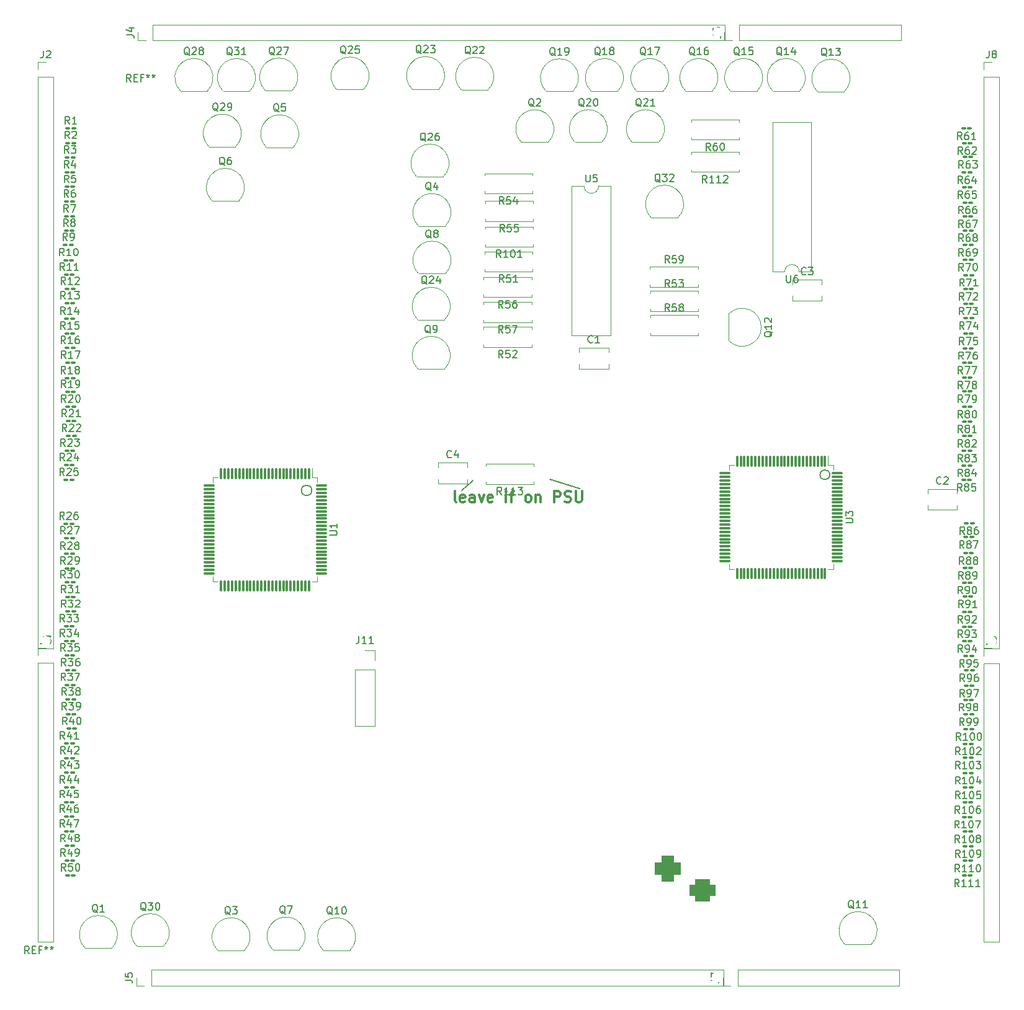
<source format=gto>
G04 #@! TF.GenerationSoftware,KiCad,Pcbnew,(6.0.5)*
G04 #@! TF.CreationDate,2022-07-20T21:29:26+01:00*
G04 #@! TF.ProjectId,screen-driver,73637265-656e-42d6-9472-697665722e6b,rev?*
G04 #@! TF.SameCoordinates,Original*
G04 #@! TF.FileFunction,Legend,Top*
G04 #@! TF.FilePolarity,Positive*
%FSLAX46Y46*%
G04 Gerber Fmt 4.6, Leading zero omitted, Abs format (unit mm)*
G04 Created by KiCad (PCBNEW (6.0.5)) date 2022-07-20 21:29:26*
%MOMM*%
%LPD*%
G01*
G04 APERTURE LIST*
G04 Aperture macros list*
%AMRoundRect*
0 Rectangle with rounded corners*
0 $1 Rounding radius*
0 $2 $3 $4 $5 $6 $7 $8 $9 X,Y pos of 4 corners*
0 Add a 4 corners polygon primitive as box body*
4,1,4,$2,$3,$4,$5,$6,$7,$8,$9,$2,$3,0*
0 Add four circle primitives for the rounded corners*
1,1,$1+$1,$2,$3*
1,1,$1+$1,$4,$5*
1,1,$1+$1,$6,$7*
1,1,$1+$1,$8,$9*
0 Add four rect primitives between the rounded corners*
20,1,$1+$1,$2,$3,$4,$5,0*
20,1,$1+$1,$4,$5,$6,$7,0*
20,1,$1+$1,$6,$7,$8,$9,0*
20,1,$1+$1,$8,$9,$2,$3,0*%
G04 Aperture macros list end*
%ADD10C,0.150000*%
%ADD11C,0.300000*%
%ADD12C,0.120000*%
%ADD13C,4.300000*%
%ADD14RoundRect,0.100000X-0.217500X-0.100000X0.217500X-0.100000X0.217500X0.100000X-0.217500X0.100000X0*%
%ADD15RoundRect,0.100000X0.217500X0.100000X-0.217500X0.100000X-0.217500X-0.100000X0.217500X-0.100000X0*%
%ADD16C,1.600000*%
%ADD17O,1.600000X1.600000*%
%ADD18R,1.050000X1.500000*%
%ADD19O,1.050000X1.500000*%
%ADD20R,1.350000X1.350000*%
%ADD21O,1.350000X1.350000*%
%ADD22R,1.500000X1.050000*%
%ADD23O,1.500000X1.050000*%
%ADD24R,1.600000X1.600000*%
%ADD25R,1.700000X1.700000*%
%ADD26O,1.700000X1.700000*%
%ADD27RoundRect,0.075000X-0.075000X0.662500X-0.075000X-0.662500X0.075000X-0.662500X0.075000X0.662500X0*%
%ADD28RoundRect,0.075000X-0.662500X0.075000X-0.662500X-0.075000X0.662500X-0.075000X0.662500X0.075000X0*%
%ADD29C,6.000000*%
%ADD30R,1.560000X1.560000*%
%ADD31C,1.560000*%
%ADD32R,1.500000X2.500000*%
%ADD33O,1.500000X2.500000*%
%ADD34R,3.500000X3.500000*%
%ADD35RoundRect,0.750000X1.000000X-0.750000X1.000000X0.750000X-1.000000X0.750000X-1.000000X-0.750000X0*%
%ADD36RoundRect,0.875000X0.875000X-0.875000X0.875000X0.875000X-0.875000X0.875000X-0.875000X-0.875000X0*%
G04 APERTURE END LIST*
D10*
X160100000Y-89110000D02*
X164110000Y-90360000D01*
X149510000Y-89400000D02*
X149600000Y-89240000D01*
X127588679Y-90650000D02*
G75*
G03*
X127588679Y-90650000I-718679J0D01*
G01*
X164110000Y-90360000D02*
X164150000Y-90300000D01*
X198246108Y-88510000D02*
G75*
G03*
X198246108Y-88510000I-666108J0D01*
G01*
X148000000Y-90650000D02*
X149510000Y-89400000D01*
D11*
X147295714Y-92248571D02*
X147152857Y-92177142D01*
X147081428Y-92034285D01*
X147081428Y-90748571D01*
X148438571Y-92177142D02*
X148295714Y-92248571D01*
X148010000Y-92248571D01*
X147867142Y-92177142D01*
X147795714Y-92034285D01*
X147795714Y-91462857D01*
X147867142Y-91320000D01*
X148010000Y-91248571D01*
X148295714Y-91248571D01*
X148438571Y-91320000D01*
X148510000Y-91462857D01*
X148510000Y-91605714D01*
X147795714Y-91748571D01*
X149795714Y-92248571D02*
X149795714Y-91462857D01*
X149724285Y-91320000D01*
X149581428Y-91248571D01*
X149295714Y-91248571D01*
X149152857Y-91320000D01*
X149795714Y-92177142D02*
X149652857Y-92248571D01*
X149295714Y-92248571D01*
X149152857Y-92177142D01*
X149081428Y-92034285D01*
X149081428Y-91891428D01*
X149152857Y-91748571D01*
X149295714Y-91677142D01*
X149652857Y-91677142D01*
X149795714Y-91605714D01*
X150367142Y-91248571D02*
X150724285Y-92248571D01*
X151081428Y-91248571D01*
X152224285Y-92177142D02*
X152081428Y-92248571D01*
X151795714Y-92248571D01*
X151652857Y-92177142D01*
X151581428Y-92034285D01*
X151581428Y-91462857D01*
X151652857Y-91320000D01*
X151795714Y-91248571D01*
X152081428Y-91248571D01*
X152224285Y-91320000D01*
X152295714Y-91462857D01*
X152295714Y-91605714D01*
X151581428Y-91748571D01*
X154081428Y-92248571D02*
X154081428Y-91248571D01*
X154081428Y-90748571D02*
X154010000Y-90820000D01*
X154081428Y-90891428D01*
X154152857Y-90820000D01*
X154081428Y-90748571D01*
X154081428Y-90891428D01*
X154581428Y-91248571D02*
X155152857Y-91248571D01*
X154795714Y-92248571D02*
X154795714Y-90962857D01*
X154867142Y-90820000D01*
X155010000Y-90748571D01*
X155152857Y-90748571D01*
X157010000Y-92248571D02*
X156867142Y-92177142D01*
X156795714Y-92105714D01*
X156724285Y-91962857D01*
X156724285Y-91534285D01*
X156795714Y-91391428D01*
X156867142Y-91320000D01*
X157010000Y-91248571D01*
X157224285Y-91248571D01*
X157367142Y-91320000D01*
X157438571Y-91391428D01*
X157510000Y-91534285D01*
X157510000Y-91962857D01*
X157438571Y-92105714D01*
X157367142Y-92177142D01*
X157224285Y-92248571D01*
X157010000Y-92248571D01*
X158152857Y-91248571D02*
X158152857Y-92248571D01*
X158152857Y-91391428D02*
X158224285Y-91320000D01*
X158367142Y-91248571D01*
X158581428Y-91248571D01*
X158724285Y-91320000D01*
X158795714Y-91462857D01*
X158795714Y-92248571D01*
X160652857Y-92248571D02*
X160652857Y-90748571D01*
X161224285Y-90748571D01*
X161367142Y-90820000D01*
X161438571Y-90891428D01*
X161509999Y-91034285D01*
X161509999Y-91248571D01*
X161438571Y-91391428D01*
X161367142Y-91462857D01*
X161224285Y-91534285D01*
X160652857Y-91534285D01*
X162081428Y-92177142D02*
X162295714Y-92248571D01*
X162652857Y-92248571D01*
X162795714Y-92177142D01*
X162867142Y-92105714D01*
X162938571Y-91962857D01*
X162938571Y-91820000D01*
X162867142Y-91677142D01*
X162795714Y-91605714D01*
X162652857Y-91534285D01*
X162367142Y-91462857D01*
X162224285Y-91391428D01*
X162152857Y-91320000D01*
X162081428Y-91177142D01*
X162081428Y-91034285D01*
X162152857Y-90891428D01*
X162224285Y-90820000D01*
X162367142Y-90748571D01*
X162724285Y-90748571D01*
X162938571Y-90820000D01*
X163581428Y-90748571D02*
X163581428Y-91962857D01*
X163652857Y-92105714D01*
X163724285Y-92177142D01*
X163867142Y-92248571D01*
X164152857Y-92248571D01*
X164295714Y-92177142D01*
X164367142Y-92105714D01*
X164438571Y-91962857D01*
X164438571Y-90748571D01*
D10*
G04 #@! TO.C,*
G04 #@! TO.C,R36*
X94029642Y-114602380D02*
X93696309Y-114126190D01*
X93458214Y-114602380D02*
X93458214Y-113602380D01*
X93839166Y-113602380D01*
X93934404Y-113650000D01*
X93982023Y-113697619D01*
X94029642Y-113792857D01*
X94029642Y-113935714D01*
X93982023Y-114030952D01*
X93934404Y-114078571D01*
X93839166Y-114126190D01*
X93458214Y-114126190D01*
X94362976Y-113602380D02*
X94982023Y-113602380D01*
X94648690Y-113983333D01*
X94791547Y-113983333D01*
X94886785Y-114030952D01*
X94934404Y-114078571D01*
X94982023Y-114173809D01*
X94982023Y-114411904D01*
X94934404Y-114507142D01*
X94886785Y-114554761D01*
X94791547Y-114602380D01*
X94505833Y-114602380D01*
X94410595Y-114554761D01*
X94362976Y-114507142D01*
X95839166Y-113602380D02*
X95648690Y-113602380D01*
X95553452Y-113650000D01*
X95505833Y-113697619D01*
X95410595Y-113840476D01*
X95362976Y-114030952D01*
X95362976Y-114411904D01*
X95410595Y-114507142D01*
X95458214Y-114554761D01*
X95553452Y-114602380D01*
X95743928Y-114602380D01*
X95839166Y-114554761D01*
X95886785Y-114507142D01*
X95934404Y-114411904D01*
X95934404Y-114173809D01*
X95886785Y-114078571D01*
X95839166Y-114030952D01*
X95743928Y-113983333D01*
X95553452Y-113983333D01*
X95458214Y-114030952D01*
X95410595Y-114078571D01*
X95362976Y-114173809D01*
G04 #@! TO.C,R92*
X216357142Y-108742380D02*
X216023809Y-108266190D01*
X215785714Y-108742380D02*
X215785714Y-107742380D01*
X216166666Y-107742380D01*
X216261904Y-107790000D01*
X216309523Y-107837619D01*
X216357142Y-107932857D01*
X216357142Y-108075714D01*
X216309523Y-108170952D01*
X216261904Y-108218571D01*
X216166666Y-108266190D01*
X215785714Y-108266190D01*
X216833333Y-108742380D02*
X217023809Y-108742380D01*
X217119047Y-108694761D01*
X217166666Y-108647142D01*
X217261904Y-108504285D01*
X217309523Y-108313809D01*
X217309523Y-107932857D01*
X217261904Y-107837619D01*
X217214285Y-107790000D01*
X217119047Y-107742380D01*
X216928571Y-107742380D01*
X216833333Y-107790000D01*
X216785714Y-107837619D01*
X216738095Y-107932857D01*
X216738095Y-108170952D01*
X216785714Y-108266190D01*
X216833333Y-108313809D01*
X216928571Y-108361428D01*
X217119047Y-108361428D01*
X217214285Y-108313809D01*
X217261904Y-108266190D01*
X217309523Y-108170952D01*
X217690476Y-107837619D02*
X217738095Y-107790000D01*
X217833333Y-107742380D01*
X218071428Y-107742380D01*
X218166666Y-107790000D01*
X218214285Y-107837619D01*
X218261904Y-107932857D01*
X218261904Y-108028095D01*
X218214285Y-108170952D01*
X217642857Y-108742380D01*
X218261904Y-108742380D01*
G04 #@! TO.C,R55*
X153857142Y-55322380D02*
X153523809Y-54846190D01*
X153285714Y-55322380D02*
X153285714Y-54322380D01*
X153666666Y-54322380D01*
X153761904Y-54370000D01*
X153809523Y-54417619D01*
X153857142Y-54512857D01*
X153857142Y-54655714D01*
X153809523Y-54750952D01*
X153761904Y-54798571D01*
X153666666Y-54846190D01*
X153285714Y-54846190D01*
X154761904Y-54322380D02*
X154285714Y-54322380D01*
X154238095Y-54798571D01*
X154285714Y-54750952D01*
X154380952Y-54703333D01*
X154619047Y-54703333D01*
X154714285Y-54750952D01*
X154761904Y-54798571D01*
X154809523Y-54893809D01*
X154809523Y-55131904D01*
X154761904Y-55227142D01*
X154714285Y-55274761D01*
X154619047Y-55322380D01*
X154380952Y-55322380D01*
X154285714Y-55274761D01*
X154238095Y-55227142D01*
X155714285Y-54322380D02*
X155238095Y-54322380D01*
X155190476Y-54798571D01*
X155238095Y-54750952D01*
X155333333Y-54703333D01*
X155571428Y-54703333D01*
X155666666Y-54750952D01*
X155714285Y-54798571D01*
X155761904Y-54893809D01*
X155761904Y-55131904D01*
X155714285Y-55227142D01*
X155666666Y-55274761D01*
X155571428Y-55322380D01*
X155333333Y-55322380D01*
X155238095Y-55274761D01*
X155190476Y-55227142D01*
G04 #@! TO.C,Q4*
X143874761Y-49687619D02*
X143779523Y-49640000D01*
X143684285Y-49544761D01*
X143541428Y-49401904D01*
X143446190Y-49354285D01*
X143350952Y-49354285D01*
X143398571Y-49592380D02*
X143303333Y-49544761D01*
X143208095Y-49449523D01*
X143160476Y-49259047D01*
X143160476Y-48925714D01*
X143208095Y-48735238D01*
X143303333Y-48640000D01*
X143398571Y-48592380D01*
X143589047Y-48592380D01*
X143684285Y-48640000D01*
X143779523Y-48735238D01*
X143827142Y-48925714D01*
X143827142Y-49259047D01*
X143779523Y-49449523D01*
X143684285Y-49544761D01*
X143589047Y-49592380D01*
X143398571Y-49592380D01*
X144684285Y-48925714D02*
X144684285Y-49592380D01*
X144446190Y-48544761D02*
X144208095Y-49259047D01*
X144827142Y-49259047D01*
G04 #@! TO.C,J7*
X182092380Y-157533333D02*
X182806666Y-157533333D01*
X182949523Y-157580952D01*
X183044761Y-157676190D01*
X183092380Y-157819047D01*
X183092380Y-157914285D01*
X182092380Y-157152380D02*
X182092380Y-156485714D01*
X183092380Y-156914285D01*
G04 #@! TO.C,R56*
X153657142Y-65722380D02*
X153323809Y-65246190D01*
X153085714Y-65722380D02*
X153085714Y-64722380D01*
X153466666Y-64722380D01*
X153561904Y-64770000D01*
X153609523Y-64817619D01*
X153657142Y-64912857D01*
X153657142Y-65055714D01*
X153609523Y-65150952D01*
X153561904Y-65198571D01*
X153466666Y-65246190D01*
X153085714Y-65246190D01*
X154561904Y-64722380D02*
X154085714Y-64722380D01*
X154038095Y-65198571D01*
X154085714Y-65150952D01*
X154180952Y-65103333D01*
X154419047Y-65103333D01*
X154514285Y-65150952D01*
X154561904Y-65198571D01*
X154609523Y-65293809D01*
X154609523Y-65531904D01*
X154561904Y-65627142D01*
X154514285Y-65674761D01*
X154419047Y-65722380D01*
X154180952Y-65722380D01*
X154085714Y-65674761D01*
X154038095Y-65627142D01*
X155466666Y-64722380D02*
X155276190Y-64722380D01*
X155180952Y-64770000D01*
X155133333Y-64817619D01*
X155038095Y-64960476D01*
X154990476Y-65150952D01*
X154990476Y-65531904D01*
X155038095Y-65627142D01*
X155085714Y-65674761D01*
X155180952Y-65722380D01*
X155371428Y-65722380D01*
X155466666Y-65674761D01*
X155514285Y-65627142D01*
X155561904Y-65531904D01*
X155561904Y-65293809D01*
X155514285Y-65198571D01*
X155466666Y-65150952D01*
X155371428Y-65103333D01*
X155180952Y-65103333D01*
X155085714Y-65150952D01*
X155038095Y-65198571D01*
X154990476Y-65293809D01*
G04 #@! TO.C,J6*
X182312380Y-28433333D02*
X183026666Y-28433333D01*
X183169523Y-28480952D01*
X183264761Y-28576190D01*
X183312380Y-28719047D01*
X183312380Y-28814285D01*
X182312380Y-27528571D02*
X182312380Y-27719047D01*
X182360000Y-27814285D01*
X182407619Y-27861904D01*
X182550476Y-27957142D01*
X182740952Y-28004761D01*
X183121904Y-28004761D01*
X183217142Y-27957142D01*
X183264761Y-27909523D01*
X183312380Y-27814285D01*
X183312380Y-27623809D01*
X183264761Y-27528571D01*
X183217142Y-27480952D01*
X183121904Y-27433333D01*
X182883809Y-27433333D01*
X182788571Y-27480952D01*
X182740952Y-27528571D01*
X182693333Y-27623809D01*
X182693333Y-27814285D01*
X182740952Y-27909523D01*
X182788571Y-27957142D01*
X182883809Y-28004761D01*
G04 #@! TO.C,R64*
X216324642Y-48742380D02*
X215991309Y-48266190D01*
X215753214Y-48742380D02*
X215753214Y-47742380D01*
X216134166Y-47742380D01*
X216229404Y-47790000D01*
X216277023Y-47837619D01*
X216324642Y-47932857D01*
X216324642Y-48075714D01*
X216277023Y-48170952D01*
X216229404Y-48218571D01*
X216134166Y-48266190D01*
X215753214Y-48266190D01*
X217181785Y-47742380D02*
X216991309Y-47742380D01*
X216896071Y-47790000D01*
X216848452Y-47837619D01*
X216753214Y-47980476D01*
X216705595Y-48170952D01*
X216705595Y-48551904D01*
X216753214Y-48647142D01*
X216800833Y-48694761D01*
X216896071Y-48742380D01*
X217086547Y-48742380D01*
X217181785Y-48694761D01*
X217229404Y-48647142D01*
X217277023Y-48551904D01*
X217277023Y-48313809D01*
X217229404Y-48218571D01*
X217181785Y-48170952D01*
X217086547Y-48123333D01*
X216896071Y-48123333D01*
X216800833Y-48170952D01*
X216753214Y-48218571D01*
X216705595Y-48313809D01*
X218134166Y-48075714D02*
X218134166Y-48742380D01*
X217896071Y-47694761D02*
X217657976Y-48409047D01*
X218277023Y-48409047D01*
G04 #@! TO.C,R68*
X216457142Y-56642380D02*
X216123809Y-56166190D01*
X215885714Y-56642380D02*
X215885714Y-55642380D01*
X216266666Y-55642380D01*
X216361904Y-55690000D01*
X216409523Y-55737619D01*
X216457142Y-55832857D01*
X216457142Y-55975714D01*
X216409523Y-56070952D01*
X216361904Y-56118571D01*
X216266666Y-56166190D01*
X215885714Y-56166190D01*
X217314285Y-55642380D02*
X217123809Y-55642380D01*
X217028571Y-55690000D01*
X216980952Y-55737619D01*
X216885714Y-55880476D01*
X216838095Y-56070952D01*
X216838095Y-56451904D01*
X216885714Y-56547142D01*
X216933333Y-56594761D01*
X217028571Y-56642380D01*
X217219047Y-56642380D01*
X217314285Y-56594761D01*
X217361904Y-56547142D01*
X217409523Y-56451904D01*
X217409523Y-56213809D01*
X217361904Y-56118571D01*
X217314285Y-56070952D01*
X217219047Y-56023333D01*
X217028571Y-56023333D01*
X216933333Y-56070952D01*
X216885714Y-56118571D01*
X216838095Y-56213809D01*
X217980952Y-56070952D02*
X217885714Y-56023333D01*
X217838095Y-55975714D01*
X217790476Y-55880476D01*
X217790476Y-55832857D01*
X217838095Y-55737619D01*
X217885714Y-55690000D01*
X217980952Y-55642380D01*
X218171428Y-55642380D01*
X218266666Y-55690000D01*
X218314285Y-55737619D01*
X218361904Y-55832857D01*
X218361904Y-55880476D01*
X218314285Y-55975714D01*
X218266666Y-56023333D01*
X218171428Y-56070952D01*
X217980952Y-56070952D01*
X217885714Y-56118571D01*
X217838095Y-56166190D01*
X217790476Y-56261428D01*
X217790476Y-56451904D01*
X217838095Y-56547142D01*
X217885714Y-56594761D01*
X217980952Y-56642380D01*
X218171428Y-56642380D01*
X218266666Y-56594761D01*
X218314285Y-56547142D01*
X218361904Y-56451904D01*
X218361904Y-56261428D01*
X218314285Y-56166190D01*
X218266666Y-56118571D01*
X218171428Y-56070952D01*
G04 #@! TO.C,C3*
X194983333Y-61107142D02*
X194935714Y-61154761D01*
X194792857Y-61202380D01*
X194697619Y-61202380D01*
X194554761Y-61154761D01*
X194459523Y-61059523D01*
X194411904Y-60964285D01*
X194364285Y-60773809D01*
X194364285Y-60630952D01*
X194411904Y-60440476D01*
X194459523Y-60345238D01*
X194554761Y-60250000D01*
X194697619Y-60202380D01*
X194792857Y-60202380D01*
X194935714Y-60250000D01*
X194983333Y-60297619D01*
X195316666Y-60202380D02*
X195935714Y-60202380D01*
X195602380Y-60583333D01*
X195745238Y-60583333D01*
X195840476Y-60630952D01*
X195888095Y-60678571D01*
X195935714Y-60773809D01*
X195935714Y-61011904D01*
X195888095Y-61107142D01*
X195840476Y-61154761D01*
X195745238Y-61202380D01*
X195459523Y-61202380D01*
X195364285Y-61154761D01*
X195316666Y-61107142D01*
G04 #@! TO.C,R42*
X93897142Y-126602380D02*
X93563809Y-126126190D01*
X93325714Y-126602380D02*
X93325714Y-125602380D01*
X93706666Y-125602380D01*
X93801904Y-125650000D01*
X93849523Y-125697619D01*
X93897142Y-125792857D01*
X93897142Y-125935714D01*
X93849523Y-126030952D01*
X93801904Y-126078571D01*
X93706666Y-126126190D01*
X93325714Y-126126190D01*
X94754285Y-125935714D02*
X94754285Y-126602380D01*
X94516190Y-125554761D02*
X94278095Y-126269047D01*
X94897142Y-126269047D01*
X95230476Y-125697619D02*
X95278095Y-125650000D01*
X95373333Y-125602380D01*
X95611428Y-125602380D01*
X95706666Y-125650000D01*
X95754285Y-125697619D01*
X95801904Y-125792857D01*
X95801904Y-125888095D01*
X95754285Y-126030952D01*
X95182857Y-126602380D01*
X95801904Y-126602380D01*
G04 #@! TO.C,C1*
X165883333Y-70407142D02*
X165835714Y-70454761D01*
X165692857Y-70502380D01*
X165597619Y-70502380D01*
X165454761Y-70454761D01*
X165359523Y-70359523D01*
X165311904Y-70264285D01*
X165264285Y-70073809D01*
X165264285Y-69930952D01*
X165311904Y-69740476D01*
X165359523Y-69645238D01*
X165454761Y-69550000D01*
X165597619Y-69502380D01*
X165692857Y-69502380D01*
X165835714Y-69550000D01*
X165883333Y-69597619D01*
X166835714Y-70502380D02*
X166264285Y-70502380D01*
X166550000Y-70502380D02*
X166550000Y-69502380D01*
X166454761Y-69645238D01*
X166359523Y-69740476D01*
X166264285Y-69788095D01*
G04 #@! TO.C,R87*
X216557142Y-98542380D02*
X216223809Y-98066190D01*
X215985714Y-98542380D02*
X215985714Y-97542380D01*
X216366666Y-97542380D01*
X216461904Y-97590000D01*
X216509523Y-97637619D01*
X216557142Y-97732857D01*
X216557142Y-97875714D01*
X216509523Y-97970952D01*
X216461904Y-98018571D01*
X216366666Y-98066190D01*
X215985714Y-98066190D01*
X217128571Y-97970952D02*
X217033333Y-97923333D01*
X216985714Y-97875714D01*
X216938095Y-97780476D01*
X216938095Y-97732857D01*
X216985714Y-97637619D01*
X217033333Y-97590000D01*
X217128571Y-97542380D01*
X217319047Y-97542380D01*
X217414285Y-97590000D01*
X217461904Y-97637619D01*
X217509523Y-97732857D01*
X217509523Y-97780476D01*
X217461904Y-97875714D01*
X217414285Y-97923333D01*
X217319047Y-97970952D01*
X217128571Y-97970952D01*
X217033333Y-98018571D01*
X216985714Y-98066190D01*
X216938095Y-98161428D01*
X216938095Y-98351904D01*
X216985714Y-98447142D01*
X217033333Y-98494761D01*
X217128571Y-98542380D01*
X217319047Y-98542380D01*
X217414285Y-98494761D01*
X217461904Y-98447142D01*
X217509523Y-98351904D01*
X217509523Y-98161428D01*
X217461904Y-98066190D01*
X217414285Y-98018571D01*
X217319047Y-97970952D01*
X217842857Y-97542380D02*
X218509523Y-97542380D01*
X218080952Y-98542380D01*
G04 #@! TO.C,J5*
X102112380Y-157533333D02*
X102826666Y-157533333D01*
X102969523Y-157580952D01*
X103064761Y-157676190D01*
X103112380Y-157819047D01*
X103112380Y-157914285D01*
X102112380Y-156580952D02*
X102112380Y-157057142D01*
X102588571Y-157104761D01*
X102540952Y-157057142D01*
X102493333Y-156961904D01*
X102493333Y-156723809D01*
X102540952Y-156628571D01*
X102588571Y-156580952D01*
X102683809Y-156533333D01*
X102921904Y-156533333D01*
X103017142Y-156580952D01*
X103064761Y-156628571D01*
X103112380Y-156723809D01*
X103112380Y-156961904D01*
X103064761Y-157057142D01*
X103017142Y-157104761D01*
G04 #@! TO.C,J9*
X219966666Y-110632380D02*
X219966666Y-111346666D01*
X219919047Y-111489523D01*
X219823809Y-111584761D01*
X219680952Y-111632380D01*
X219585714Y-111632380D01*
X220490476Y-111632380D02*
X220680952Y-111632380D01*
X220776190Y-111584761D01*
X220823809Y-111537142D01*
X220919047Y-111394285D01*
X220966666Y-111203809D01*
X220966666Y-110822857D01*
X220919047Y-110727619D01*
X220871428Y-110680000D01*
X220776190Y-110632380D01*
X220585714Y-110632380D01*
X220490476Y-110680000D01*
X220442857Y-110727619D01*
X220395238Y-110822857D01*
X220395238Y-111060952D01*
X220442857Y-111156190D01*
X220490476Y-111203809D01*
X220585714Y-111251428D01*
X220776190Y-111251428D01*
X220871428Y-111203809D01*
X220919047Y-111156190D01*
X220966666Y-111060952D01*
G04 #@! TO.C,C4*
X146633333Y-86107142D02*
X146585714Y-86154761D01*
X146442857Y-86202380D01*
X146347619Y-86202380D01*
X146204761Y-86154761D01*
X146109523Y-86059523D01*
X146061904Y-85964285D01*
X146014285Y-85773809D01*
X146014285Y-85630952D01*
X146061904Y-85440476D01*
X146109523Y-85345238D01*
X146204761Y-85250000D01*
X146347619Y-85202380D01*
X146442857Y-85202380D01*
X146585714Y-85250000D01*
X146633333Y-85297619D01*
X147490476Y-85535714D02*
X147490476Y-86202380D01*
X147252380Y-85154761D02*
X147014285Y-85869047D01*
X147633333Y-85869047D01*
G04 #@! TO.C,R13*
X93937142Y-64502380D02*
X93603809Y-64026190D01*
X93365714Y-64502380D02*
X93365714Y-63502380D01*
X93746666Y-63502380D01*
X93841904Y-63550000D01*
X93889523Y-63597619D01*
X93937142Y-63692857D01*
X93937142Y-63835714D01*
X93889523Y-63930952D01*
X93841904Y-63978571D01*
X93746666Y-64026190D01*
X93365714Y-64026190D01*
X94889523Y-64502380D02*
X94318095Y-64502380D01*
X94603809Y-64502380D02*
X94603809Y-63502380D01*
X94508571Y-63645238D01*
X94413333Y-63740476D01*
X94318095Y-63788095D01*
X95222857Y-63502380D02*
X95841904Y-63502380D01*
X95508571Y-63883333D01*
X95651428Y-63883333D01*
X95746666Y-63930952D01*
X95794285Y-63978571D01*
X95841904Y-64073809D01*
X95841904Y-64311904D01*
X95794285Y-64407142D01*
X95746666Y-64454761D01*
X95651428Y-64502380D01*
X95365714Y-64502380D01*
X95270476Y-64454761D01*
X95222857Y-64407142D01*
G04 #@! TO.C,R50*
X94004642Y-142602380D02*
X93671309Y-142126190D01*
X93433214Y-142602380D02*
X93433214Y-141602380D01*
X93814166Y-141602380D01*
X93909404Y-141650000D01*
X93957023Y-141697619D01*
X94004642Y-141792857D01*
X94004642Y-141935714D01*
X93957023Y-142030952D01*
X93909404Y-142078571D01*
X93814166Y-142126190D01*
X93433214Y-142126190D01*
X94909404Y-141602380D02*
X94433214Y-141602380D01*
X94385595Y-142078571D01*
X94433214Y-142030952D01*
X94528452Y-141983333D01*
X94766547Y-141983333D01*
X94861785Y-142030952D01*
X94909404Y-142078571D01*
X94957023Y-142173809D01*
X94957023Y-142411904D01*
X94909404Y-142507142D01*
X94861785Y-142554761D01*
X94766547Y-142602380D01*
X94528452Y-142602380D01*
X94433214Y-142554761D01*
X94385595Y-142507142D01*
X95576071Y-141602380D02*
X95671309Y-141602380D01*
X95766547Y-141650000D01*
X95814166Y-141697619D01*
X95861785Y-141792857D01*
X95909404Y-141983333D01*
X95909404Y-142221428D01*
X95861785Y-142411904D01*
X95814166Y-142507142D01*
X95766547Y-142554761D01*
X95671309Y-142602380D01*
X95576071Y-142602380D01*
X95480833Y-142554761D01*
X95433214Y-142507142D01*
X95385595Y-142411904D01*
X95337976Y-142221428D01*
X95337976Y-141983333D01*
X95385595Y-141792857D01*
X95433214Y-141697619D01*
X95480833Y-141650000D01*
X95576071Y-141602380D01*
G04 #@! TO.C,R41*
X93869642Y-124602380D02*
X93536309Y-124126190D01*
X93298214Y-124602380D02*
X93298214Y-123602380D01*
X93679166Y-123602380D01*
X93774404Y-123650000D01*
X93822023Y-123697619D01*
X93869642Y-123792857D01*
X93869642Y-123935714D01*
X93822023Y-124030952D01*
X93774404Y-124078571D01*
X93679166Y-124126190D01*
X93298214Y-124126190D01*
X94726785Y-123935714D02*
X94726785Y-124602380D01*
X94488690Y-123554761D02*
X94250595Y-124269047D01*
X94869642Y-124269047D01*
X95774404Y-124602380D02*
X95202976Y-124602380D01*
X95488690Y-124602380D02*
X95488690Y-123602380D01*
X95393452Y-123745238D01*
X95298214Y-123840476D01*
X95202976Y-123888095D01*
G04 #@! TO.C,Q27*
X122498571Y-31187619D02*
X122403333Y-31140000D01*
X122308095Y-31044761D01*
X122165238Y-30901904D01*
X122070000Y-30854285D01*
X121974761Y-30854285D01*
X122022380Y-31092380D02*
X121927142Y-31044761D01*
X121831904Y-30949523D01*
X121784285Y-30759047D01*
X121784285Y-30425714D01*
X121831904Y-30235238D01*
X121927142Y-30140000D01*
X122022380Y-30092380D01*
X122212857Y-30092380D01*
X122308095Y-30140000D01*
X122403333Y-30235238D01*
X122450952Y-30425714D01*
X122450952Y-30759047D01*
X122403333Y-30949523D01*
X122308095Y-31044761D01*
X122212857Y-31092380D01*
X122022380Y-31092380D01*
X122831904Y-30187619D02*
X122879523Y-30140000D01*
X122974761Y-30092380D01*
X123212857Y-30092380D01*
X123308095Y-30140000D01*
X123355714Y-30187619D01*
X123403333Y-30282857D01*
X123403333Y-30378095D01*
X123355714Y-30520952D01*
X122784285Y-31092380D01*
X123403333Y-31092380D01*
X123736666Y-30092380D02*
X124403333Y-30092380D01*
X123974761Y-31092380D01*
G04 #@! TO.C,Q32*
X175128571Y-48547619D02*
X175033333Y-48500000D01*
X174938095Y-48404761D01*
X174795238Y-48261904D01*
X174700000Y-48214285D01*
X174604761Y-48214285D01*
X174652380Y-48452380D02*
X174557142Y-48404761D01*
X174461904Y-48309523D01*
X174414285Y-48119047D01*
X174414285Y-47785714D01*
X174461904Y-47595238D01*
X174557142Y-47500000D01*
X174652380Y-47452380D01*
X174842857Y-47452380D01*
X174938095Y-47500000D01*
X175033333Y-47595238D01*
X175080952Y-47785714D01*
X175080952Y-48119047D01*
X175033333Y-48309523D01*
X174938095Y-48404761D01*
X174842857Y-48452380D01*
X174652380Y-48452380D01*
X175414285Y-47452380D02*
X176033333Y-47452380D01*
X175700000Y-47833333D01*
X175842857Y-47833333D01*
X175938095Y-47880952D01*
X175985714Y-47928571D01*
X176033333Y-48023809D01*
X176033333Y-48261904D01*
X175985714Y-48357142D01*
X175938095Y-48404761D01*
X175842857Y-48452380D01*
X175557142Y-48452380D01*
X175461904Y-48404761D01*
X175414285Y-48357142D01*
X176414285Y-47547619D02*
X176461904Y-47500000D01*
X176557142Y-47452380D01*
X176795238Y-47452380D01*
X176890476Y-47500000D01*
X176938095Y-47547619D01*
X176985714Y-47642857D01*
X176985714Y-47738095D01*
X176938095Y-47880952D01*
X176366666Y-48452380D01*
X176985714Y-48452380D01*
G04 #@! TO.C,R95*
X216557142Y-114742380D02*
X216223809Y-114266190D01*
X215985714Y-114742380D02*
X215985714Y-113742380D01*
X216366666Y-113742380D01*
X216461904Y-113790000D01*
X216509523Y-113837619D01*
X216557142Y-113932857D01*
X216557142Y-114075714D01*
X216509523Y-114170952D01*
X216461904Y-114218571D01*
X216366666Y-114266190D01*
X215985714Y-114266190D01*
X217033333Y-114742380D02*
X217223809Y-114742380D01*
X217319047Y-114694761D01*
X217366666Y-114647142D01*
X217461904Y-114504285D01*
X217509523Y-114313809D01*
X217509523Y-113932857D01*
X217461904Y-113837619D01*
X217414285Y-113790000D01*
X217319047Y-113742380D01*
X217128571Y-113742380D01*
X217033333Y-113790000D01*
X216985714Y-113837619D01*
X216938095Y-113932857D01*
X216938095Y-114170952D01*
X216985714Y-114266190D01*
X217033333Y-114313809D01*
X217128571Y-114361428D01*
X217319047Y-114361428D01*
X217414285Y-114313809D01*
X217461904Y-114266190D01*
X217509523Y-114170952D01*
X218414285Y-113742380D02*
X217938095Y-113742380D01*
X217890476Y-114218571D01*
X217938095Y-114170952D01*
X218033333Y-114123333D01*
X218271428Y-114123333D01*
X218366666Y-114170952D01*
X218414285Y-114218571D01*
X218461904Y-114313809D01*
X218461904Y-114551904D01*
X218414285Y-114647142D01*
X218366666Y-114694761D01*
X218271428Y-114742380D01*
X218033333Y-114742380D01*
X217938095Y-114694761D01*
X217890476Y-114647142D01*
G04 #@! TO.C,R43*
X93904642Y-128602380D02*
X93571309Y-128126190D01*
X93333214Y-128602380D02*
X93333214Y-127602380D01*
X93714166Y-127602380D01*
X93809404Y-127650000D01*
X93857023Y-127697619D01*
X93904642Y-127792857D01*
X93904642Y-127935714D01*
X93857023Y-128030952D01*
X93809404Y-128078571D01*
X93714166Y-128126190D01*
X93333214Y-128126190D01*
X94761785Y-127935714D02*
X94761785Y-128602380D01*
X94523690Y-127554761D02*
X94285595Y-128269047D01*
X94904642Y-128269047D01*
X95190357Y-127602380D02*
X95809404Y-127602380D01*
X95476071Y-127983333D01*
X95618928Y-127983333D01*
X95714166Y-128030952D01*
X95761785Y-128078571D01*
X95809404Y-128173809D01*
X95809404Y-128411904D01*
X95761785Y-128507142D01*
X95714166Y-128554761D01*
X95618928Y-128602380D01*
X95333214Y-128602380D01*
X95237976Y-128554761D01*
X95190357Y-128507142D01*
G04 #@! TO.C,R29*
X93937142Y-100702380D02*
X93603809Y-100226190D01*
X93365714Y-100702380D02*
X93365714Y-99702380D01*
X93746666Y-99702380D01*
X93841904Y-99750000D01*
X93889523Y-99797619D01*
X93937142Y-99892857D01*
X93937142Y-100035714D01*
X93889523Y-100130952D01*
X93841904Y-100178571D01*
X93746666Y-100226190D01*
X93365714Y-100226190D01*
X94318095Y-99797619D02*
X94365714Y-99750000D01*
X94460952Y-99702380D01*
X94699047Y-99702380D01*
X94794285Y-99750000D01*
X94841904Y-99797619D01*
X94889523Y-99892857D01*
X94889523Y-99988095D01*
X94841904Y-100130952D01*
X94270476Y-100702380D01*
X94889523Y-100702380D01*
X95365714Y-100702380D02*
X95556190Y-100702380D01*
X95651428Y-100654761D01*
X95699047Y-100607142D01*
X95794285Y-100464285D01*
X95841904Y-100273809D01*
X95841904Y-99892857D01*
X95794285Y-99797619D01*
X95746666Y-99750000D01*
X95651428Y-99702380D01*
X95460952Y-99702380D01*
X95365714Y-99750000D01*
X95318095Y-99797619D01*
X95270476Y-99892857D01*
X95270476Y-100130952D01*
X95318095Y-100226190D01*
X95365714Y-100273809D01*
X95460952Y-100321428D01*
X95651428Y-100321428D01*
X95746666Y-100273809D01*
X95794285Y-100226190D01*
X95841904Y-100130952D01*
G04 #@! TO.C,J3*
X90966666Y-110592380D02*
X90966666Y-111306666D01*
X90919047Y-111449523D01*
X90823809Y-111544761D01*
X90680952Y-111592380D01*
X90585714Y-111592380D01*
X91347619Y-110592380D02*
X91966666Y-110592380D01*
X91633333Y-110973333D01*
X91776190Y-110973333D01*
X91871428Y-111020952D01*
X91919047Y-111068571D01*
X91966666Y-111163809D01*
X91966666Y-111401904D01*
X91919047Y-111497142D01*
X91871428Y-111544761D01*
X91776190Y-111592380D01*
X91490476Y-111592380D01*
X91395238Y-111544761D01*
X91347619Y-111497142D01*
G04 #@! TO.C,R4*
X94405833Y-46602380D02*
X94072500Y-46126190D01*
X93834404Y-46602380D02*
X93834404Y-45602380D01*
X94215357Y-45602380D01*
X94310595Y-45650000D01*
X94358214Y-45697619D01*
X94405833Y-45792857D01*
X94405833Y-45935714D01*
X94358214Y-46030952D01*
X94310595Y-46078571D01*
X94215357Y-46126190D01*
X93834404Y-46126190D01*
X95262976Y-45935714D02*
X95262976Y-46602380D01*
X95024880Y-45554761D02*
X94786785Y-46269047D01*
X95405833Y-46269047D01*
G04 #@! TO.C,R86*
X216624642Y-96642380D02*
X216291309Y-96166190D01*
X216053214Y-96642380D02*
X216053214Y-95642380D01*
X216434166Y-95642380D01*
X216529404Y-95690000D01*
X216577023Y-95737619D01*
X216624642Y-95832857D01*
X216624642Y-95975714D01*
X216577023Y-96070952D01*
X216529404Y-96118571D01*
X216434166Y-96166190D01*
X216053214Y-96166190D01*
X217196071Y-96070952D02*
X217100833Y-96023333D01*
X217053214Y-95975714D01*
X217005595Y-95880476D01*
X217005595Y-95832857D01*
X217053214Y-95737619D01*
X217100833Y-95690000D01*
X217196071Y-95642380D01*
X217386547Y-95642380D01*
X217481785Y-95690000D01*
X217529404Y-95737619D01*
X217577023Y-95832857D01*
X217577023Y-95880476D01*
X217529404Y-95975714D01*
X217481785Y-96023333D01*
X217386547Y-96070952D01*
X217196071Y-96070952D01*
X217100833Y-96118571D01*
X217053214Y-96166190D01*
X217005595Y-96261428D01*
X217005595Y-96451904D01*
X217053214Y-96547142D01*
X217100833Y-96594761D01*
X217196071Y-96642380D01*
X217386547Y-96642380D01*
X217481785Y-96594761D01*
X217529404Y-96547142D01*
X217577023Y-96451904D01*
X217577023Y-96261428D01*
X217529404Y-96166190D01*
X217481785Y-96118571D01*
X217386547Y-96070952D01*
X218434166Y-95642380D02*
X218243690Y-95642380D01*
X218148452Y-95690000D01*
X218100833Y-95737619D01*
X218005595Y-95880476D01*
X217957976Y-96070952D01*
X217957976Y-96451904D01*
X218005595Y-96547142D01*
X218053214Y-96594761D01*
X218148452Y-96642380D01*
X218338928Y-96642380D01*
X218434166Y-96594761D01*
X218481785Y-96547142D01*
X218529404Y-96451904D01*
X218529404Y-96213809D01*
X218481785Y-96118571D01*
X218434166Y-96070952D01*
X218338928Y-96023333D01*
X218148452Y-96023333D01*
X218053214Y-96070952D01*
X218005595Y-96118571D01*
X217957976Y-96213809D01*
G04 #@! TO.C,Q9*
X143774761Y-69187619D02*
X143679523Y-69140000D01*
X143584285Y-69044761D01*
X143441428Y-68901904D01*
X143346190Y-68854285D01*
X143250952Y-68854285D01*
X143298571Y-69092380D02*
X143203333Y-69044761D01*
X143108095Y-68949523D01*
X143060476Y-68759047D01*
X143060476Y-68425714D01*
X143108095Y-68235238D01*
X143203333Y-68140000D01*
X143298571Y-68092380D01*
X143489047Y-68092380D01*
X143584285Y-68140000D01*
X143679523Y-68235238D01*
X143727142Y-68425714D01*
X143727142Y-68759047D01*
X143679523Y-68949523D01*
X143584285Y-69044761D01*
X143489047Y-69092380D01*
X143298571Y-69092380D01*
X144203333Y-69092380D02*
X144393809Y-69092380D01*
X144489047Y-69044761D01*
X144536666Y-68997142D01*
X144631904Y-68854285D01*
X144679523Y-68663809D01*
X144679523Y-68282857D01*
X144631904Y-68187619D01*
X144584285Y-68140000D01*
X144489047Y-68092380D01*
X144298571Y-68092380D01*
X144203333Y-68140000D01*
X144155714Y-68187619D01*
X144108095Y-68282857D01*
X144108095Y-68520952D01*
X144155714Y-68616190D01*
X144203333Y-68663809D01*
X144298571Y-68711428D01*
X144489047Y-68711428D01*
X144584285Y-68663809D01*
X144631904Y-68616190D01*
X144679523Y-68520952D01*
G04 #@! TO.C,R74*
X216557142Y-68642380D02*
X216223809Y-68166190D01*
X215985714Y-68642380D02*
X215985714Y-67642380D01*
X216366666Y-67642380D01*
X216461904Y-67690000D01*
X216509523Y-67737619D01*
X216557142Y-67832857D01*
X216557142Y-67975714D01*
X216509523Y-68070952D01*
X216461904Y-68118571D01*
X216366666Y-68166190D01*
X215985714Y-68166190D01*
X216890476Y-67642380D02*
X217557142Y-67642380D01*
X217128571Y-68642380D01*
X218366666Y-67975714D02*
X218366666Y-68642380D01*
X218128571Y-67594761D02*
X217890476Y-68309047D01*
X218509523Y-68309047D01*
G04 #@! TO.C,R17*
X94004642Y-72602380D02*
X93671309Y-72126190D01*
X93433214Y-72602380D02*
X93433214Y-71602380D01*
X93814166Y-71602380D01*
X93909404Y-71650000D01*
X93957023Y-71697619D01*
X94004642Y-71792857D01*
X94004642Y-71935714D01*
X93957023Y-72030952D01*
X93909404Y-72078571D01*
X93814166Y-72126190D01*
X93433214Y-72126190D01*
X94957023Y-72602380D02*
X94385595Y-72602380D01*
X94671309Y-72602380D02*
X94671309Y-71602380D01*
X94576071Y-71745238D01*
X94480833Y-71840476D01*
X94385595Y-71888095D01*
X95290357Y-71602380D02*
X95957023Y-71602380D01*
X95528452Y-72602380D01*
G04 #@! TO.C,R47*
X93837142Y-136602380D02*
X93503809Y-136126190D01*
X93265714Y-136602380D02*
X93265714Y-135602380D01*
X93646666Y-135602380D01*
X93741904Y-135650000D01*
X93789523Y-135697619D01*
X93837142Y-135792857D01*
X93837142Y-135935714D01*
X93789523Y-136030952D01*
X93741904Y-136078571D01*
X93646666Y-136126190D01*
X93265714Y-136126190D01*
X94694285Y-135935714D02*
X94694285Y-136602380D01*
X94456190Y-135554761D02*
X94218095Y-136269047D01*
X94837142Y-136269047D01*
X95122857Y-135602380D02*
X95789523Y-135602380D01*
X95360952Y-136602380D01*
G04 #@! TO.C,Q10*
X130398571Y-148587619D02*
X130303333Y-148540000D01*
X130208095Y-148444761D01*
X130065238Y-148301904D01*
X129970000Y-148254285D01*
X129874761Y-148254285D01*
X129922380Y-148492380D02*
X129827142Y-148444761D01*
X129731904Y-148349523D01*
X129684285Y-148159047D01*
X129684285Y-147825714D01*
X129731904Y-147635238D01*
X129827142Y-147540000D01*
X129922380Y-147492380D01*
X130112857Y-147492380D01*
X130208095Y-147540000D01*
X130303333Y-147635238D01*
X130350952Y-147825714D01*
X130350952Y-148159047D01*
X130303333Y-148349523D01*
X130208095Y-148444761D01*
X130112857Y-148492380D01*
X129922380Y-148492380D01*
X131303333Y-148492380D02*
X130731904Y-148492380D01*
X131017619Y-148492380D02*
X131017619Y-147492380D01*
X130922380Y-147635238D01*
X130827142Y-147730476D01*
X130731904Y-147778095D01*
X131922380Y-147492380D02*
X132017619Y-147492380D01*
X132112857Y-147540000D01*
X132160476Y-147587619D01*
X132208095Y-147682857D01*
X132255714Y-147873333D01*
X132255714Y-148111428D01*
X132208095Y-148301904D01*
X132160476Y-148397142D01*
X132112857Y-148444761D01*
X132017619Y-148492380D01*
X131922380Y-148492380D01*
X131827142Y-148444761D01*
X131779523Y-148397142D01*
X131731904Y-148301904D01*
X131684285Y-148111428D01*
X131684285Y-147873333D01*
X131731904Y-147682857D01*
X131779523Y-147587619D01*
X131827142Y-147540000D01*
X131922380Y-147492380D01*
G04 #@! TO.C,R20*
X94037142Y-78602380D02*
X93703809Y-78126190D01*
X93465714Y-78602380D02*
X93465714Y-77602380D01*
X93846666Y-77602380D01*
X93941904Y-77650000D01*
X93989523Y-77697619D01*
X94037142Y-77792857D01*
X94037142Y-77935714D01*
X93989523Y-78030952D01*
X93941904Y-78078571D01*
X93846666Y-78126190D01*
X93465714Y-78126190D01*
X94418095Y-77697619D02*
X94465714Y-77650000D01*
X94560952Y-77602380D01*
X94799047Y-77602380D01*
X94894285Y-77650000D01*
X94941904Y-77697619D01*
X94989523Y-77792857D01*
X94989523Y-77888095D01*
X94941904Y-78030952D01*
X94370476Y-78602380D01*
X94989523Y-78602380D01*
X95608571Y-77602380D02*
X95703809Y-77602380D01*
X95799047Y-77650000D01*
X95846666Y-77697619D01*
X95894285Y-77792857D01*
X95941904Y-77983333D01*
X95941904Y-78221428D01*
X95894285Y-78411904D01*
X95846666Y-78507142D01*
X95799047Y-78554761D01*
X95703809Y-78602380D01*
X95608571Y-78602380D01*
X95513333Y-78554761D01*
X95465714Y-78507142D01*
X95418095Y-78411904D01*
X95370476Y-78221428D01*
X95370476Y-77983333D01*
X95418095Y-77792857D01*
X95465714Y-77697619D01*
X95513333Y-77650000D01*
X95608571Y-77602380D01*
G04 #@! TO.C,Q12*
X190407619Y-68941428D02*
X190360000Y-69036666D01*
X190264761Y-69131904D01*
X190121904Y-69274761D01*
X190074285Y-69370000D01*
X190074285Y-69465238D01*
X190312380Y-69417619D02*
X190264761Y-69512857D01*
X190169523Y-69608095D01*
X189979047Y-69655714D01*
X189645714Y-69655714D01*
X189455238Y-69608095D01*
X189360000Y-69512857D01*
X189312380Y-69417619D01*
X189312380Y-69227142D01*
X189360000Y-69131904D01*
X189455238Y-69036666D01*
X189645714Y-68989047D01*
X189979047Y-68989047D01*
X190169523Y-69036666D01*
X190264761Y-69131904D01*
X190312380Y-69227142D01*
X190312380Y-69417619D01*
X190312380Y-68036666D02*
X190312380Y-68608095D01*
X190312380Y-68322380D02*
X189312380Y-68322380D01*
X189455238Y-68417619D01*
X189550476Y-68512857D01*
X189598095Y-68608095D01*
X189407619Y-67655714D02*
X189360000Y-67608095D01*
X189312380Y-67512857D01*
X189312380Y-67274761D01*
X189360000Y-67179523D01*
X189407619Y-67131904D01*
X189502857Y-67084285D01*
X189598095Y-67084285D01*
X189740952Y-67131904D01*
X190312380Y-67703333D01*
X190312380Y-67084285D01*
G04 #@! TO.C,R89*
X216424642Y-102742380D02*
X216091309Y-102266190D01*
X215853214Y-102742380D02*
X215853214Y-101742380D01*
X216234166Y-101742380D01*
X216329404Y-101790000D01*
X216377023Y-101837619D01*
X216424642Y-101932857D01*
X216424642Y-102075714D01*
X216377023Y-102170952D01*
X216329404Y-102218571D01*
X216234166Y-102266190D01*
X215853214Y-102266190D01*
X216996071Y-102170952D02*
X216900833Y-102123333D01*
X216853214Y-102075714D01*
X216805595Y-101980476D01*
X216805595Y-101932857D01*
X216853214Y-101837619D01*
X216900833Y-101790000D01*
X216996071Y-101742380D01*
X217186547Y-101742380D01*
X217281785Y-101790000D01*
X217329404Y-101837619D01*
X217377023Y-101932857D01*
X217377023Y-101980476D01*
X217329404Y-102075714D01*
X217281785Y-102123333D01*
X217186547Y-102170952D01*
X216996071Y-102170952D01*
X216900833Y-102218571D01*
X216853214Y-102266190D01*
X216805595Y-102361428D01*
X216805595Y-102551904D01*
X216853214Y-102647142D01*
X216900833Y-102694761D01*
X216996071Y-102742380D01*
X217186547Y-102742380D01*
X217281785Y-102694761D01*
X217329404Y-102647142D01*
X217377023Y-102551904D01*
X217377023Y-102361428D01*
X217329404Y-102266190D01*
X217281785Y-102218571D01*
X217186547Y-102170952D01*
X217853214Y-102742380D02*
X218043690Y-102742380D01*
X218138928Y-102694761D01*
X218186547Y-102647142D01*
X218281785Y-102504285D01*
X218329404Y-102313809D01*
X218329404Y-101932857D01*
X218281785Y-101837619D01*
X218234166Y-101790000D01*
X218138928Y-101742380D01*
X217948452Y-101742380D01*
X217853214Y-101790000D01*
X217805595Y-101837619D01*
X217757976Y-101932857D01*
X217757976Y-102170952D01*
X217805595Y-102266190D01*
X217853214Y-102313809D01*
X217948452Y-102361428D01*
X218138928Y-102361428D01*
X218234166Y-102313809D01*
X218281785Y-102266190D01*
X218329404Y-102170952D01*
G04 #@! TO.C,R76*
X216464642Y-72742380D02*
X216131309Y-72266190D01*
X215893214Y-72742380D02*
X215893214Y-71742380D01*
X216274166Y-71742380D01*
X216369404Y-71790000D01*
X216417023Y-71837619D01*
X216464642Y-71932857D01*
X216464642Y-72075714D01*
X216417023Y-72170952D01*
X216369404Y-72218571D01*
X216274166Y-72266190D01*
X215893214Y-72266190D01*
X216797976Y-71742380D02*
X217464642Y-71742380D01*
X217036071Y-72742380D01*
X218274166Y-71742380D02*
X218083690Y-71742380D01*
X217988452Y-71790000D01*
X217940833Y-71837619D01*
X217845595Y-71980476D01*
X217797976Y-72170952D01*
X217797976Y-72551904D01*
X217845595Y-72647142D01*
X217893214Y-72694761D01*
X217988452Y-72742380D01*
X218178928Y-72742380D01*
X218274166Y-72694761D01*
X218321785Y-72647142D01*
X218369404Y-72551904D01*
X218369404Y-72313809D01*
X218321785Y-72218571D01*
X218274166Y-72170952D01*
X218178928Y-72123333D01*
X217988452Y-72123333D01*
X217893214Y-72170952D01*
X217845595Y-72218571D01*
X217797976Y-72313809D01*
G04 #@! TO.C,R75*
X216524642Y-70742380D02*
X216191309Y-70266190D01*
X215953214Y-70742380D02*
X215953214Y-69742380D01*
X216334166Y-69742380D01*
X216429404Y-69790000D01*
X216477023Y-69837619D01*
X216524642Y-69932857D01*
X216524642Y-70075714D01*
X216477023Y-70170952D01*
X216429404Y-70218571D01*
X216334166Y-70266190D01*
X215953214Y-70266190D01*
X216857976Y-69742380D02*
X217524642Y-69742380D01*
X217096071Y-70742380D01*
X218381785Y-69742380D02*
X217905595Y-69742380D01*
X217857976Y-70218571D01*
X217905595Y-70170952D01*
X218000833Y-70123333D01*
X218238928Y-70123333D01*
X218334166Y-70170952D01*
X218381785Y-70218571D01*
X218429404Y-70313809D01*
X218429404Y-70551904D01*
X218381785Y-70647142D01*
X218334166Y-70694761D01*
X218238928Y-70742380D01*
X218000833Y-70742380D01*
X217905595Y-70694761D01*
X217857976Y-70647142D01*
G04 #@! TO.C,R57*
X153657142Y-69122380D02*
X153323809Y-68646190D01*
X153085714Y-69122380D02*
X153085714Y-68122380D01*
X153466666Y-68122380D01*
X153561904Y-68170000D01*
X153609523Y-68217619D01*
X153657142Y-68312857D01*
X153657142Y-68455714D01*
X153609523Y-68550952D01*
X153561904Y-68598571D01*
X153466666Y-68646190D01*
X153085714Y-68646190D01*
X154561904Y-68122380D02*
X154085714Y-68122380D01*
X154038095Y-68598571D01*
X154085714Y-68550952D01*
X154180952Y-68503333D01*
X154419047Y-68503333D01*
X154514285Y-68550952D01*
X154561904Y-68598571D01*
X154609523Y-68693809D01*
X154609523Y-68931904D01*
X154561904Y-69027142D01*
X154514285Y-69074761D01*
X154419047Y-69122380D01*
X154180952Y-69122380D01*
X154085714Y-69074761D01*
X154038095Y-69027142D01*
X154942857Y-68122380D02*
X155609523Y-68122380D01*
X155180952Y-69122380D01*
G04 #@! TO.C,R58*
X176367142Y-66182380D02*
X176033809Y-65706190D01*
X175795714Y-66182380D02*
X175795714Y-65182380D01*
X176176666Y-65182380D01*
X176271904Y-65230000D01*
X176319523Y-65277619D01*
X176367142Y-65372857D01*
X176367142Y-65515714D01*
X176319523Y-65610952D01*
X176271904Y-65658571D01*
X176176666Y-65706190D01*
X175795714Y-65706190D01*
X177271904Y-65182380D02*
X176795714Y-65182380D01*
X176748095Y-65658571D01*
X176795714Y-65610952D01*
X176890952Y-65563333D01*
X177129047Y-65563333D01*
X177224285Y-65610952D01*
X177271904Y-65658571D01*
X177319523Y-65753809D01*
X177319523Y-65991904D01*
X177271904Y-66087142D01*
X177224285Y-66134761D01*
X177129047Y-66182380D01*
X176890952Y-66182380D01*
X176795714Y-66134761D01*
X176748095Y-66087142D01*
X177890952Y-65610952D02*
X177795714Y-65563333D01*
X177748095Y-65515714D01*
X177700476Y-65420476D01*
X177700476Y-65372857D01*
X177748095Y-65277619D01*
X177795714Y-65230000D01*
X177890952Y-65182380D01*
X178081428Y-65182380D01*
X178176666Y-65230000D01*
X178224285Y-65277619D01*
X178271904Y-65372857D01*
X178271904Y-65420476D01*
X178224285Y-65515714D01*
X178176666Y-65563333D01*
X178081428Y-65610952D01*
X177890952Y-65610952D01*
X177795714Y-65658571D01*
X177748095Y-65706190D01*
X177700476Y-65801428D01*
X177700476Y-65991904D01*
X177748095Y-66087142D01*
X177795714Y-66134761D01*
X177890952Y-66182380D01*
X178081428Y-66182380D01*
X178176666Y-66134761D01*
X178224285Y-66087142D01*
X178271904Y-65991904D01*
X178271904Y-65801428D01*
X178224285Y-65706190D01*
X178176666Y-65658571D01*
X178081428Y-65610952D01*
G04 #@! TO.C,R97*
X216592142Y-118842380D02*
X216258809Y-118366190D01*
X216020714Y-118842380D02*
X216020714Y-117842380D01*
X216401666Y-117842380D01*
X216496904Y-117890000D01*
X216544523Y-117937619D01*
X216592142Y-118032857D01*
X216592142Y-118175714D01*
X216544523Y-118270952D01*
X216496904Y-118318571D01*
X216401666Y-118366190D01*
X216020714Y-118366190D01*
X217068333Y-118842380D02*
X217258809Y-118842380D01*
X217354047Y-118794761D01*
X217401666Y-118747142D01*
X217496904Y-118604285D01*
X217544523Y-118413809D01*
X217544523Y-118032857D01*
X217496904Y-117937619D01*
X217449285Y-117890000D01*
X217354047Y-117842380D01*
X217163571Y-117842380D01*
X217068333Y-117890000D01*
X217020714Y-117937619D01*
X216973095Y-118032857D01*
X216973095Y-118270952D01*
X217020714Y-118366190D01*
X217068333Y-118413809D01*
X217163571Y-118461428D01*
X217354047Y-118461428D01*
X217449285Y-118413809D01*
X217496904Y-118366190D01*
X217544523Y-118270952D01*
X217877857Y-117842380D02*
X218544523Y-117842380D01*
X218115952Y-118842380D01*
G04 #@! TO.C,Q22*
X149228571Y-31087619D02*
X149133333Y-31040000D01*
X149038095Y-30944761D01*
X148895238Y-30801904D01*
X148800000Y-30754285D01*
X148704761Y-30754285D01*
X148752380Y-30992380D02*
X148657142Y-30944761D01*
X148561904Y-30849523D01*
X148514285Y-30659047D01*
X148514285Y-30325714D01*
X148561904Y-30135238D01*
X148657142Y-30040000D01*
X148752380Y-29992380D01*
X148942857Y-29992380D01*
X149038095Y-30040000D01*
X149133333Y-30135238D01*
X149180952Y-30325714D01*
X149180952Y-30659047D01*
X149133333Y-30849523D01*
X149038095Y-30944761D01*
X148942857Y-30992380D01*
X148752380Y-30992380D01*
X149561904Y-30087619D02*
X149609523Y-30040000D01*
X149704761Y-29992380D01*
X149942857Y-29992380D01*
X150038095Y-30040000D01*
X150085714Y-30087619D01*
X150133333Y-30182857D01*
X150133333Y-30278095D01*
X150085714Y-30420952D01*
X149514285Y-30992380D01*
X150133333Y-30992380D01*
X150514285Y-30087619D02*
X150561904Y-30040000D01*
X150657142Y-29992380D01*
X150895238Y-29992380D01*
X150990476Y-30040000D01*
X151038095Y-30087619D01*
X151085714Y-30182857D01*
X151085714Y-30278095D01*
X151038095Y-30420952D01*
X150466666Y-30992380D01*
X151085714Y-30992380D01*
G04 #@! TO.C,R6*
X94380833Y-50602380D02*
X94047500Y-50126190D01*
X93809404Y-50602380D02*
X93809404Y-49602380D01*
X94190357Y-49602380D01*
X94285595Y-49650000D01*
X94333214Y-49697619D01*
X94380833Y-49792857D01*
X94380833Y-49935714D01*
X94333214Y-50030952D01*
X94285595Y-50078571D01*
X94190357Y-50126190D01*
X93809404Y-50126190D01*
X95237976Y-49602380D02*
X95047500Y-49602380D01*
X94952261Y-49650000D01*
X94904642Y-49697619D01*
X94809404Y-49840476D01*
X94761785Y-50030952D01*
X94761785Y-50411904D01*
X94809404Y-50507142D01*
X94857023Y-50554761D01*
X94952261Y-50602380D01*
X95142738Y-50602380D01*
X95237976Y-50554761D01*
X95285595Y-50507142D01*
X95333214Y-50411904D01*
X95333214Y-50173809D01*
X95285595Y-50078571D01*
X95237976Y-50030952D01*
X95142738Y-49983333D01*
X94952261Y-49983333D01*
X94857023Y-50030952D01*
X94809404Y-50078571D01*
X94761785Y-50173809D01*
G04 #@! TO.C,Q28*
X110928571Y-31247619D02*
X110833333Y-31200000D01*
X110738095Y-31104761D01*
X110595238Y-30961904D01*
X110500000Y-30914285D01*
X110404761Y-30914285D01*
X110452380Y-31152380D02*
X110357142Y-31104761D01*
X110261904Y-31009523D01*
X110214285Y-30819047D01*
X110214285Y-30485714D01*
X110261904Y-30295238D01*
X110357142Y-30200000D01*
X110452380Y-30152380D01*
X110642857Y-30152380D01*
X110738095Y-30200000D01*
X110833333Y-30295238D01*
X110880952Y-30485714D01*
X110880952Y-30819047D01*
X110833333Y-31009523D01*
X110738095Y-31104761D01*
X110642857Y-31152380D01*
X110452380Y-31152380D01*
X111261904Y-30247619D02*
X111309523Y-30200000D01*
X111404761Y-30152380D01*
X111642857Y-30152380D01*
X111738095Y-30200000D01*
X111785714Y-30247619D01*
X111833333Y-30342857D01*
X111833333Y-30438095D01*
X111785714Y-30580952D01*
X111214285Y-31152380D01*
X111833333Y-31152380D01*
X112404761Y-30580952D02*
X112309523Y-30533333D01*
X112261904Y-30485714D01*
X112214285Y-30390476D01*
X112214285Y-30342857D01*
X112261904Y-30247619D01*
X112309523Y-30200000D01*
X112404761Y-30152380D01*
X112595238Y-30152380D01*
X112690476Y-30200000D01*
X112738095Y-30247619D01*
X112785714Y-30342857D01*
X112785714Y-30390476D01*
X112738095Y-30485714D01*
X112690476Y-30533333D01*
X112595238Y-30580952D01*
X112404761Y-30580952D01*
X112309523Y-30628571D01*
X112261904Y-30676190D01*
X112214285Y-30771428D01*
X112214285Y-30961904D01*
X112261904Y-31057142D01*
X112309523Y-31104761D01*
X112404761Y-31152380D01*
X112595238Y-31152380D01*
X112690476Y-31104761D01*
X112738095Y-31057142D01*
X112785714Y-30961904D01*
X112785714Y-30771428D01*
X112738095Y-30676190D01*
X112690476Y-30628571D01*
X112595238Y-30580952D01*
G04 #@! TO.C,Q30*
X104968571Y-148027619D02*
X104873333Y-147980000D01*
X104778095Y-147884761D01*
X104635238Y-147741904D01*
X104540000Y-147694285D01*
X104444761Y-147694285D01*
X104492380Y-147932380D02*
X104397142Y-147884761D01*
X104301904Y-147789523D01*
X104254285Y-147599047D01*
X104254285Y-147265714D01*
X104301904Y-147075238D01*
X104397142Y-146980000D01*
X104492380Y-146932380D01*
X104682857Y-146932380D01*
X104778095Y-146980000D01*
X104873333Y-147075238D01*
X104920952Y-147265714D01*
X104920952Y-147599047D01*
X104873333Y-147789523D01*
X104778095Y-147884761D01*
X104682857Y-147932380D01*
X104492380Y-147932380D01*
X105254285Y-146932380D02*
X105873333Y-146932380D01*
X105540000Y-147313333D01*
X105682857Y-147313333D01*
X105778095Y-147360952D01*
X105825714Y-147408571D01*
X105873333Y-147503809D01*
X105873333Y-147741904D01*
X105825714Y-147837142D01*
X105778095Y-147884761D01*
X105682857Y-147932380D01*
X105397142Y-147932380D01*
X105301904Y-147884761D01*
X105254285Y-147837142D01*
X106492380Y-146932380D02*
X106587619Y-146932380D01*
X106682857Y-146980000D01*
X106730476Y-147027619D01*
X106778095Y-147122857D01*
X106825714Y-147313333D01*
X106825714Y-147551428D01*
X106778095Y-147741904D01*
X106730476Y-147837142D01*
X106682857Y-147884761D01*
X106587619Y-147932380D01*
X106492380Y-147932380D01*
X106397142Y-147884761D01*
X106349523Y-147837142D01*
X106301904Y-147741904D01*
X106254285Y-147551428D01*
X106254285Y-147313333D01*
X106301904Y-147122857D01*
X106349523Y-147027619D01*
X106397142Y-146980000D01*
X106492380Y-146932380D01*
G04 #@! TO.C,R10*
X93769642Y-58602380D02*
X93436309Y-58126190D01*
X93198214Y-58602380D02*
X93198214Y-57602380D01*
X93579166Y-57602380D01*
X93674404Y-57650000D01*
X93722023Y-57697619D01*
X93769642Y-57792857D01*
X93769642Y-57935714D01*
X93722023Y-58030952D01*
X93674404Y-58078571D01*
X93579166Y-58126190D01*
X93198214Y-58126190D01*
X94722023Y-58602380D02*
X94150595Y-58602380D01*
X94436309Y-58602380D02*
X94436309Y-57602380D01*
X94341071Y-57745238D01*
X94245833Y-57840476D01*
X94150595Y-57888095D01*
X95341071Y-57602380D02*
X95436309Y-57602380D01*
X95531547Y-57650000D01*
X95579166Y-57697619D01*
X95626785Y-57792857D01*
X95674404Y-57983333D01*
X95674404Y-58221428D01*
X95626785Y-58411904D01*
X95579166Y-58507142D01*
X95531547Y-58554761D01*
X95436309Y-58602380D01*
X95341071Y-58602380D01*
X95245833Y-58554761D01*
X95198214Y-58507142D01*
X95150595Y-58411904D01*
X95102976Y-58221428D01*
X95102976Y-57983333D01*
X95150595Y-57792857D01*
X95198214Y-57697619D01*
X95245833Y-57650000D01*
X95341071Y-57602380D01*
G04 #@! TO.C,Q16*
X179828571Y-31247619D02*
X179733333Y-31200000D01*
X179638095Y-31104761D01*
X179495238Y-30961904D01*
X179400000Y-30914285D01*
X179304761Y-30914285D01*
X179352380Y-31152380D02*
X179257142Y-31104761D01*
X179161904Y-31009523D01*
X179114285Y-30819047D01*
X179114285Y-30485714D01*
X179161904Y-30295238D01*
X179257142Y-30200000D01*
X179352380Y-30152380D01*
X179542857Y-30152380D01*
X179638095Y-30200000D01*
X179733333Y-30295238D01*
X179780952Y-30485714D01*
X179780952Y-30819047D01*
X179733333Y-31009523D01*
X179638095Y-31104761D01*
X179542857Y-31152380D01*
X179352380Y-31152380D01*
X180733333Y-31152380D02*
X180161904Y-31152380D01*
X180447619Y-31152380D02*
X180447619Y-30152380D01*
X180352380Y-30295238D01*
X180257142Y-30390476D01*
X180161904Y-30438095D01*
X181590476Y-30152380D02*
X181400000Y-30152380D01*
X181304761Y-30200000D01*
X181257142Y-30247619D01*
X181161904Y-30390476D01*
X181114285Y-30580952D01*
X181114285Y-30961904D01*
X181161904Y-31057142D01*
X181209523Y-31104761D01*
X181304761Y-31152380D01*
X181495238Y-31152380D01*
X181590476Y-31104761D01*
X181638095Y-31057142D01*
X181685714Y-30961904D01*
X181685714Y-30723809D01*
X181638095Y-30628571D01*
X181590476Y-30580952D01*
X181495238Y-30533333D01*
X181304761Y-30533333D01*
X181209523Y-30580952D01*
X181161904Y-30628571D01*
X181114285Y-30723809D01*
G04 #@! TO.C,R106*
X215948452Y-134742380D02*
X215615119Y-134266190D01*
X215377023Y-134742380D02*
X215377023Y-133742380D01*
X215757976Y-133742380D01*
X215853214Y-133790000D01*
X215900833Y-133837619D01*
X215948452Y-133932857D01*
X215948452Y-134075714D01*
X215900833Y-134170952D01*
X215853214Y-134218571D01*
X215757976Y-134266190D01*
X215377023Y-134266190D01*
X216900833Y-134742380D02*
X216329404Y-134742380D01*
X216615119Y-134742380D02*
X216615119Y-133742380D01*
X216519880Y-133885238D01*
X216424642Y-133980476D01*
X216329404Y-134028095D01*
X217519880Y-133742380D02*
X217615119Y-133742380D01*
X217710357Y-133790000D01*
X217757976Y-133837619D01*
X217805595Y-133932857D01*
X217853214Y-134123333D01*
X217853214Y-134361428D01*
X217805595Y-134551904D01*
X217757976Y-134647142D01*
X217710357Y-134694761D01*
X217615119Y-134742380D01*
X217519880Y-134742380D01*
X217424642Y-134694761D01*
X217377023Y-134647142D01*
X217329404Y-134551904D01*
X217281785Y-134361428D01*
X217281785Y-134123333D01*
X217329404Y-133932857D01*
X217377023Y-133837619D01*
X217424642Y-133790000D01*
X217519880Y-133742380D01*
X218710357Y-133742380D02*
X218519880Y-133742380D01*
X218424642Y-133790000D01*
X218377023Y-133837619D01*
X218281785Y-133980476D01*
X218234166Y-134170952D01*
X218234166Y-134551904D01*
X218281785Y-134647142D01*
X218329404Y-134694761D01*
X218424642Y-134742380D01*
X218615119Y-134742380D01*
X218710357Y-134694761D01*
X218757976Y-134647142D01*
X218805595Y-134551904D01*
X218805595Y-134313809D01*
X218757976Y-134218571D01*
X218710357Y-134170952D01*
X218615119Y-134123333D01*
X218424642Y-134123333D01*
X218329404Y-134170952D01*
X218281785Y-134218571D01*
X218234166Y-134313809D01*
G04 #@! TO.C,R54*
X153757142Y-51547380D02*
X153423809Y-51071190D01*
X153185714Y-51547380D02*
X153185714Y-50547380D01*
X153566666Y-50547380D01*
X153661904Y-50595000D01*
X153709523Y-50642619D01*
X153757142Y-50737857D01*
X153757142Y-50880714D01*
X153709523Y-50975952D01*
X153661904Y-51023571D01*
X153566666Y-51071190D01*
X153185714Y-51071190D01*
X154661904Y-50547380D02*
X154185714Y-50547380D01*
X154138095Y-51023571D01*
X154185714Y-50975952D01*
X154280952Y-50928333D01*
X154519047Y-50928333D01*
X154614285Y-50975952D01*
X154661904Y-51023571D01*
X154709523Y-51118809D01*
X154709523Y-51356904D01*
X154661904Y-51452142D01*
X154614285Y-51499761D01*
X154519047Y-51547380D01*
X154280952Y-51547380D01*
X154185714Y-51499761D01*
X154138095Y-51452142D01*
X155566666Y-50880714D02*
X155566666Y-51547380D01*
X155328571Y-50499761D02*
X155090476Y-51214047D01*
X155709523Y-51214047D01*
G04 #@! TO.C,R32*
X94037142Y-106602380D02*
X93703809Y-106126190D01*
X93465714Y-106602380D02*
X93465714Y-105602380D01*
X93846666Y-105602380D01*
X93941904Y-105650000D01*
X93989523Y-105697619D01*
X94037142Y-105792857D01*
X94037142Y-105935714D01*
X93989523Y-106030952D01*
X93941904Y-106078571D01*
X93846666Y-106126190D01*
X93465714Y-106126190D01*
X94370476Y-105602380D02*
X94989523Y-105602380D01*
X94656190Y-105983333D01*
X94799047Y-105983333D01*
X94894285Y-106030952D01*
X94941904Y-106078571D01*
X94989523Y-106173809D01*
X94989523Y-106411904D01*
X94941904Y-106507142D01*
X94894285Y-106554761D01*
X94799047Y-106602380D01*
X94513333Y-106602380D01*
X94418095Y-106554761D01*
X94370476Y-106507142D01*
X95370476Y-105697619D02*
X95418095Y-105650000D01*
X95513333Y-105602380D01*
X95751428Y-105602380D01*
X95846666Y-105650000D01*
X95894285Y-105697619D01*
X95941904Y-105792857D01*
X95941904Y-105888095D01*
X95894285Y-106030952D01*
X95322857Y-106602380D01*
X95941904Y-106602380D01*
G04 #@! TO.C,R67*
X216449642Y-54742380D02*
X216116309Y-54266190D01*
X215878214Y-54742380D02*
X215878214Y-53742380D01*
X216259166Y-53742380D01*
X216354404Y-53790000D01*
X216402023Y-53837619D01*
X216449642Y-53932857D01*
X216449642Y-54075714D01*
X216402023Y-54170952D01*
X216354404Y-54218571D01*
X216259166Y-54266190D01*
X215878214Y-54266190D01*
X217306785Y-53742380D02*
X217116309Y-53742380D01*
X217021071Y-53790000D01*
X216973452Y-53837619D01*
X216878214Y-53980476D01*
X216830595Y-54170952D01*
X216830595Y-54551904D01*
X216878214Y-54647142D01*
X216925833Y-54694761D01*
X217021071Y-54742380D01*
X217211547Y-54742380D01*
X217306785Y-54694761D01*
X217354404Y-54647142D01*
X217402023Y-54551904D01*
X217402023Y-54313809D01*
X217354404Y-54218571D01*
X217306785Y-54170952D01*
X217211547Y-54123333D01*
X217021071Y-54123333D01*
X216925833Y-54170952D01*
X216878214Y-54218571D01*
X216830595Y-54313809D01*
X217735357Y-53742380D02*
X218402023Y-53742380D01*
X217973452Y-54742380D01*
G04 #@! TO.C,R94*
X216357142Y-112742380D02*
X216023809Y-112266190D01*
X215785714Y-112742380D02*
X215785714Y-111742380D01*
X216166666Y-111742380D01*
X216261904Y-111790000D01*
X216309523Y-111837619D01*
X216357142Y-111932857D01*
X216357142Y-112075714D01*
X216309523Y-112170952D01*
X216261904Y-112218571D01*
X216166666Y-112266190D01*
X215785714Y-112266190D01*
X216833333Y-112742380D02*
X217023809Y-112742380D01*
X217119047Y-112694761D01*
X217166666Y-112647142D01*
X217261904Y-112504285D01*
X217309523Y-112313809D01*
X217309523Y-111932857D01*
X217261904Y-111837619D01*
X217214285Y-111790000D01*
X217119047Y-111742380D01*
X216928571Y-111742380D01*
X216833333Y-111790000D01*
X216785714Y-111837619D01*
X216738095Y-111932857D01*
X216738095Y-112170952D01*
X216785714Y-112266190D01*
X216833333Y-112313809D01*
X216928571Y-112361428D01*
X217119047Y-112361428D01*
X217214285Y-112313809D01*
X217261904Y-112266190D01*
X217309523Y-112170952D01*
X218166666Y-112075714D02*
X218166666Y-112742380D01*
X217928571Y-111694761D02*
X217690476Y-112409047D01*
X218309523Y-112409047D01*
G04 #@! TO.C,Q29*
X114798571Y-38847619D02*
X114703333Y-38800000D01*
X114608095Y-38704761D01*
X114465238Y-38561904D01*
X114370000Y-38514285D01*
X114274761Y-38514285D01*
X114322380Y-38752380D02*
X114227142Y-38704761D01*
X114131904Y-38609523D01*
X114084285Y-38419047D01*
X114084285Y-38085714D01*
X114131904Y-37895238D01*
X114227142Y-37800000D01*
X114322380Y-37752380D01*
X114512857Y-37752380D01*
X114608095Y-37800000D01*
X114703333Y-37895238D01*
X114750952Y-38085714D01*
X114750952Y-38419047D01*
X114703333Y-38609523D01*
X114608095Y-38704761D01*
X114512857Y-38752380D01*
X114322380Y-38752380D01*
X115131904Y-37847619D02*
X115179523Y-37800000D01*
X115274761Y-37752380D01*
X115512857Y-37752380D01*
X115608095Y-37800000D01*
X115655714Y-37847619D01*
X115703333Y-37942857D01*
X115703333Y-38038095D01*
X115655714Y-38180952D01*
X115084285Y-38752380D01*
X115703333Y-38752380D01*
X116179523Y-38752380D02*
X116370000Y-38752380D01*
X116465238Y-38704761D01*
X116512857Y-38657142D01*
X116608095Y-38514285D01*
X116655714Y-38323809D01*
X116655714Y-37942857D01*
X116608095Y-37847619D01*
X116560476Y-37800000D01*
X116465238Y-37752380D01*
X116274761Y-37752380D01*
X116179523Y-37800000D01*
X116131904Y-37847619D01*
X116084285Y-37942857D01*
X116084285Y-38180952D01*
X116131904Y-38276190D01*
X116179523Y-38323809D01*
X116274761Y-38371428D01*
X116465238Y-38371428D01*
X116560476Y-38323809D01*
X116608095Y-38276190D01*
X116655714Y-38180952D01*
G04 #@! TO.C,Q26*
X143128571Y-42947619D02*
X143033333Y-42900000D01*
X142938095Y-42804761D01*
X142795238Y-42661904D01*
X142700000Y-42614285D01*
X142604761Y-42614285D01*
X142652380Y-42852380D02*
X142557142Y-42804761D01*
X142461904Y-42709523D01*
X142414285Y-42519047D01*
X142414285Y-42185714D01*
X142461904Y-41995238D01*
X142557142Y-41900000D01*
X142652380Y-41852380D01*
X142842857Y-41852380D01*
X142938095Y-41900000D01*
X143033333Y-41995238D01*
X143080952Y-42185714D01*
X143080952Y-42519047D01*
X143033333Y-42709523D01*
X142938095Y-42804761D01*
X142842857Y-42852380D01*
X142652380Y-42852380D01*
X143461904Y-41947619D02*
X143509523Y-41900000D01*
X143604761Y-41852380D01*
X143842857Y-41852380D01*
X143938095Y-41900000D01*
X143985714Y-41947619D01*
X144033333Y-42042857D01*
X144033333Y-42138095D01*
X143985714Y-42280952D01*
X143414285Y-42852380D01*
X144033333Y-42852380D01*
X144890476Y-41852380D02*
X144700000Y-41852380D01*
X144604761Y-41900000D01*
X144557142Y-41947619D01*
X144461904Y-42090476D01*
X144414285Y-42280952D01*
X144414285Y-42661904D01*
X144461904Y-42757142D01*
X144509523Y-42804761D01*
X144604761Y-42852380D01*
X144795238Y-42852380D01*
X144890476Y-42804761D01*
X144938095Y-42757142D01*
X144985714Y-42661904D01*
X144985714Y-42423809D01*
X144938095Y-42328571D01*
X144890476Y-42280952D01*
X144795238Y-42233333D01*
X144604761Y-42233333D01*
X144509523Y-42280952D01*
X144461904Y-42328571D01*
X144414285Y-42423809D01*
G04 #@! TO.C,R103*
X215980952Y-128642380D02*
X215647619Y-128166190D01*
X215409523Y-128642380D02*
X215409523Y-127642380D01*
X215790476Y-127642380D01*
X215885714Y-127690000D01*
X215933333Y-127737619D01*
X215980952Y-127832857D01*
X215980952Y-127975714D01*
X215933333Y-128070952D01*
X215885714Y-128118571D01*
X215790476Y-128166190D01*
X215409523Y-128166190D01*
X216933333Y-128642380D02*
X216361904Y-128642380D01*
X216647619Y-128642380D02*
X216647619Y-127642380D01*
X216552380Y-127785238D01*
X216457142Y-127880476D01*
X216361904Y-127928095D01*
X217552380Y-127642380D02*
X217647619Y-127642380D01*
X217742857Y-127690000D01*
X217790476Y-127737619D01*
X217838095Y-127832857D01*
X217885714Y-128023333D01*
X217885714Y-128261428D01*
X217838095Y-128451904D01*
X217790476Y-128547142D01*
X217742857Y-128594761D01*
X217647619Y-128642380D01*
X217552380Y-128642380D01*
X217457142Y-128594761D01*
X217409523Y-128547142D01*
X217361904Y-128451904D01*
X217314285Y-128261428D01*
X217314285Y-128023333D01*
X217361904Y-127832857D01*
X217409523Y-127737619D01*
X217457142Y-127690000D01*
X217552380Y-127642380D01*
X218219047Y-127642380D02*
X218838095Y-127642380D01*
X218504761Y-128023333D01*
X218647619Y-128023333D01*
X218742857Y-128070952D01*
X218790476Y-128118571D01*
X218838095Y-128213809D01*
X218838095Y-128451904D01*
X218790476Y-128547142D01*
X218742857Y-128594761D01*
X218647619Y-128642380D01*
X218361904Y-128642380D01*
X218266666Y-128594761D01*
X218219047Y-128547142D01*
G04 #@! TO.C,R83*
X216324642Y-86742380D02*
X215991309Y-86266190D01*
X215753214Y-86742380D02*
X215753214Y-85742380D01*
X216134166Y-85742380D01*
X216229404Y-85790000D01*
X216277023Y-85837619D01*
X216324642Y-85932857D01*
X216324642Y-86075714D01*
X216277023Y-86170952D01*
X216229404Y-86218571D01*
X216134166Y-86266190D01*
X215753214Y-86266190D01*
X216896071Y-86170952D02*
X216800833Y-86123333D01*
X216753214Y-86075714D01*
X216705595Y-85980476D01*
X216705595Y-85932857D01*
X216753214Y-85837619D01*
X216800833Y-85790000D01*
X216896071Y-85742380D01*
X217086547Y-85742380D01*
X217181785Y-85790000D01*
X217229404Y-85837619D01*
X217277023Y-85932857D01*
X217277023Y-85980476D01*
X217229404Y-86075714D01*
X217181785Y-86123333D01*
X217086547Y-86170952D01*
X216896071Y-86170952D01*
X216800833Y-86218571D01*
X216753214Y-86266190D01*
X216705595Y-86361428D01*
X216705595Y-86551904D01*
X216753214Y-86647142D01*
X216800833Y-86694761D01*
X216896071Y-86742380D01*
X217086547Y-86742380D01*
X217181785Y-86694761D01*
X217229404Y-86647142D01*
X217277023Y-86551904D01*
X217277023Y-86361428D01*
X217229404Y-86266190D01*
X217181785Y-86218571D01*
X217086547Y-86170952D01*
X217610357Y-85742380D02*
X218229404Y-85742380D01*
X217896071Y-86123333D01*
X218038928Y-86123333D01*
X218134166Y-86170952D01*
X218181785Y-86218571D01*
X218229404Y-86313809D01*
X218229404Y-86551904D01*
X218181785Y-86647142D01*
X218134166Y-86694761D01*
X218038928Y-86742380D01*
X217753214Y-86742380D01*
X217657976Y-86694761D01*
X217610357Y-86647142D01*
G04 #@! TO.C,*
G04 #@! TO.C,R101*
X153380952Y-58822380D02*
X153047619Y-58346190D01*
X152809523Y-58822380D02*
X152809523Y-57822380D01*
X153190476Y-57822380D01*
X153285714Y-57870000D01*
X153333333Y-57917619D01*
X153380952Y-58012857D01*
X153380952Y-58155714D01*
X153333333Y-58250952D01*
X153285714Y-58298571D01*
X153190476Y-58346190D01*
X152809523Y-58346190D01*
X154333333Y-58822380D02*
X153761904Y-58822380D01*
X154047619Y-58822380D02*
X154047619Y-57822380D01*
X153952380Y-57965238D01*
X153857142Y-58060476D01*
X153761904Y-58108095D01*
X154952380Y-57822380D02*
X155047619Y-57822380D01*
X155142857Y-57870000D01*
X155190476Y-57917619D01*
X155238095Y-58012857D01*
X155285714Y-58203333D01*
X155285714Y-58441428D01*
X155238095Y-58631904D01*
X155190476Y-58727142D01*
X155142857Y-58774761D01*
X155047619Y-58822380D01*
X154952380Y-58822380D01*
X154857142Y-58774761D01*
X154809523Y-58727142D01*
X154761904Y-58631904D01*
X154714285Y-58441428D01*
X154714285Y-58203333D01*
X154761904Y-58012857D01*
X154809523Y-57917619D01*
X154857142Y-57870000D01*
X154952380Y-57822380D01*
X156238095Y-58822380D02*
X155666666Y-58822380D01*
X155952380Y-58822380D02*
X155952380Y-57822380D01*
X155857142Y-57965238D01*
X155761904Y-58060476D01*
X155666666Y-58108095D01*
G04 #@! TO.C,Q19*
X160798571Y-31287619D02*
X160703333Y-31240000D01*
X160608095Y-31144761D01*
X160465238Y-31001904D01*
X160370000Y-30954285D01*
X160274761Y-30954285D01*
X160322380Y-31192380D02*
X160227142Y-31144761D01*
X160131904Y-31049523D01*
X160084285Y-30859047D01*
X160084285Y-30525714D01*
X160131904Y-30335238D01*
X160227142Y-30240000D01*
X160322380Y-30192380D01*
X160512857Y-30192380D01*
X160608095Y-30240000D01*
X160703333Y-30335238D01*
X160750952Y-30525714D01*
X160750952Y-30859047D01*
X160703333Y-31049523D01*
X160608095Y-31144761D01*
X160512857Y-31192380D01*
X160322380Y-31192380D01*
X161703333Y-31192380D02*
X161131904Y-31192380D01*
X161417619Y-31192380D02*
X161417619Y-30192380D01*
X161322380Y-30335238D01*
X161227142Y-30430476D01*
X161131904Y-30478095D01*
X162179523Y-31192380D02*
X162370000Y-31192380D01*
X162465238Y-31144761D01*
X162512857Y-31097142D01*
X162608095Y-30954285D01*
X162655714Y-30763809D01*
X162655714Y-30382857D01*
X162608095Y-30287619D01*
X162560476Y-30240000D01*
X162465238Y-30192380D01*
X162274761Y-30192380D01*
X162179523Y-30240000D01*
X162131904Y-30287619D01*
X162084285Y-30382857D01*
X162084285Y-30620952D01*
X162131904Y-30716190D01*
X162179523Y-30763809D01*
X162274761Y-30811428D01*
X162465238Y-30811428D01*
X162560476Y-30763809D01*
X162608095Y-30716190D01*
X162655714Y-30620952D01*
G04 #@! TO.C,J8*
X219966666Y-30592380D02*
X219966666Y-31306666D01*
X219919047Y-31449523D01*
X219823809Y-31544761D01*
X219680952Y-31592380D01*
X219585714Y-31592380D01*
X220585714Y-31020952D02*
X220490476Y-30973333D01*
X220442857Y-30925714D01*
X220395238Y-30830476D01*
X220395238Y-30782857D01*
X220442857Y-30687619D01*
X220490476Y-30640000D01*
X220585714Y-30592380D01*
X220776190Y-30592380D01*
X220871428Y-30640000D01*
X220919047Y-30687619D01*
X220966666Y-30782857D01*
X220966666Y-30830476D01*
X220919047Y-30925714D01*
X220871428Y-30973333D01*
X220776190Y-31020952D01*
X220585714Y-31020952D01*
X220490476Y-31068571D01*
X220442857Y-31116190D01*
X220395238Y-31211428D01*
X220395238Y-31401904D01*
X220442857Y-31497142D01*
X220490476Y-31544761D01*
X220585714Y-31592380D01*
X220776190Y-31592380D01*
X220871428Y-31544761D01*
X220919047Y-31497142D01*
X220966666Y-31401904D01*
X220966666Y-31211428D01*
X220919047Y-31116190D01*
X220871428Y-31068571D01*
X220776190Y-31020952D01*
G04 #@! TO.C,R73*
X216524642Y-66642380D02*
X216191309Y-66166190D01*
X215953214Y-66642380D02*
X215953214Y-65642380D01*
X216334166Y-65642380D01*
X216429404Y-65690000D01*
X216477023Y-65737619D01*
X216524642Y-65832857D01*
X216524642Y-65975714D01*
X216477023Y-66070952D01*
X216429404Y-66118571D01*
X216334166Y-66166190D01*
X215953214Y-66166190D01*
X216857976Y-65642380D02*
X217524642Y-65642380D01*
X217096071Y-66642380D01*
X217810357Y-65642380D02*
X218429404Y-65642380D01*
X218096071Y-66023333D01*
X218238928Y-66023333D01*
X218334166Y-66070952D01*
X218381785Y-66118571D01*
X218429404Y-66213809D01*
X218429404Y-66451904D01*
X218381785Y-66547142D01*
X218334166Y-66594761D01*
X218238928Y-66642380D01*
X217953214Y-66642380D01*
X217857976Y-66594761D01*
X217810357Y-66547142D01*
G04 #@! TO.C,R39*
X94104642Y-120602380D02*
X93771309Y-120126190D01*
X93533214Y-120602380D02*
X93533214Y-119602380D01*
X93914166Y-119602380D01*
X94009404Y-119650000D01*
X94057023Y-119697619D01*
X94104642Y-119792857D01*
X94104642Y-119935714D01*
X94057023Y-120030952D01*
X94009404Y-120078571D01*
X93914166Y-120126190D01*
X93533214Y-120126190D01*
X94437976Y-119602380D02*
X95057023Y-119602380D01*
X94723690Y-119983333D01*
X94866547Y-119983333D01*
X94961785Y-120030952D01*
X95009404Y-120078571D01*
X95057023Y-120173809D01*
X95057023Y-120411904D01*
X95009404Y-120507142D01*
X94961785Y-120554761D01*
X94866547Y-120602380D01*
X94580833Y-120602380D01*
X94485595Y-120554761D01*
X94437976Y-120507142D01*
X95533214Y-120602380D02*
X95723690Y-120602380D01*
X95818928Y-120554761D01*
X95866547Y-120507142D01*
X95961785Y-120364285D01*
X96009404Y-120173809D01*
X96009404Y-119792857D01*
X95961785Y-119697619D01*
X95914166Y-119650000D01*
X95818928Y-119602380D01*
X95628452Y-119602380D01*
X95533214Y-119650000D01*
X95485595Y-119697619D01*
X95437976Y-119792857D01*
X95437976Y-120030952D01*
X95485595Y-120126190D01*
X95533214Y-120173809D01*
X95628452Y-120221428D01*
X95818928Y-120221428D01*
X95914166Y-120173809D01*
X95961785Y-120126190D01*
X96009404Y-120030952D01*
G04 #@! TO.C,U5*
X164948095Y-47522380D02*
X164948095Y-48331904D01*
X164995714Y-48427142D01*
X165043333Y-48474761D01*
X165138571Y-48522380D01*
X165329047Y-48522380D01*
X165424285Y-48474761D01*
X165471904Y-48427142D01*
X165519523Y-48331904D01*
X165519523Y-47522380D01*
X166471904Y-47522380D02*
X165995714Y-47522380D01*
X165948095Y-47998571D01*
X165995714Y-47950952D01*
X166090952Y-47903333D01*
X166329047Y-47903333D01*
X166424285Y-47950952D01*
X166471904Y-47998571D01*
X166519523Y-48093809D01*
X166519523Y-48331904D01*
X166471904Y-48427142D01*
X166424285Y-48474761D01*
X166329047Y-48522380D01*
X166090952Y-48522380D01*
X165995714Y-48474761D01*
X165948095Y-48427142D01*
G04 #@! TO.C,R85*
X216257142Y-90742380D02*
X215923809Y-90266190D01*
X215685714Y-90742380D02*
X215685714Y-89742380D01*
X216066666Y-89742380D01*
X216161904Y-89790000D01*
X216209523Y-89837619D01*
X216257142Y-89932857D01*
X216257142Y-90075714D01*
X216209523Y-90170952D01*
X216161904Y-90218571D01*
X216066666Y-90266190D01*
X215685714Y-90266190D01*
X216828571Y-90170952D02*
X216733333Y-90123333D01*
X216685714Y-90075714D01*
X216638095Y-89980476D01*
X216638095Y-89932857D01*
X216685714Y-89837619D01*
X216733333Y-89790000D01*
X216828571Y-89742380D01*
X217019047Y-89742380D01*
X217114285Y-89790000D01*
X217161904Y-89837619D01*
X217209523Y-89932857D01*
X217209523Y-89980476D01*
X217161904Y-90075714D01*
X217114285Y-90123333D01*
X217019047Y-90170952D01*
X216828571Y-90170952D01*
X216733333Y-90218571D01*
X216685714Y-90266190D01*
X216638095Y-90361428D01*
X216638095Y-90551904D01*
X216685714Y-90647142D01*
X216733333Y-90694761D01*
X216828571Y-90742380D01*
X217019047Y-90742380D01*
X217114285Y-90694761D01*
X217161904Y-90647142D01*
X217209523Y-90551904D01*
X217209523Y-90361428D01*
X217161904Y-90266190D01*
X217114285Y-90218571D01*
X217019047Y-90170952D01*
X218114285Y-89742380D02*
X217638095Y-89742380D01*
X217590476Y-90218571D01*
X217638095Y-90170952D01*
X217733333Y-90123333D01*
X217971428Y-90123333D01*
X218066666Y-90170952D01*
X218114285Y-90218571D01*
X218161904Y-90313809D01*
X218161904Y-90551904D01*
X218114285Y-90647142D01*
X218066666Y-90694761D01*
X217971428Y-90742380D01*
X217733333Y-90742380D01*
X217638095Y-90694761D01*
X217590476Y-90647142D01*
G04 #@! TO.C,J11*
X134020476Y-110532380D02*
X134020476Y-111246666D01*
X133972857Y-111389523D01*
X133877619Y-111484761D01*
X133734761Y-111532380D01*
X133639523Y-111532380D01*
X135020476Y-111532380D02*
X134449047Y-111532380D01*
X134734761Y-111532380D02*
X134734761Y-110532380D01*
X134639523Y-110675238D01*
X134544285Y-110770476D01*
X134449047Y-110818095D01*
X135972857Y-111532380D02*
X135401428Y-111532380D01*
X135687142Y-111532380D02*
X135687142Y-110532380D01*
X135591904Y-110675238D01*
X135496666Y-110770476D01*
X135401428Y-110818095D01*
G04 #@! TO.C,R71*
X216557142Y-62742380D02*
X216223809Y-62266190D01*
X215985714Y-62742380D02*
X215985714Y-61742380D01*
X216366666Y-61742380D01*
X216461904Y-61790000D01*
X216509523Y-61837619D01*
X216557142Y-61932857D01*
X216557142Y-62075714D01*
X216509523Y-62170952D01*
X216461904Y-62218571D01*
X216366666Y-62266190D01*
X215985714Y-62266190D01*
X216890476Y-61742380D02*
X217557142Y-61742380D01*
X217128571Y-62742380D01*
X218461904Y-62742380D02*
X217890476Y-62742380D01*
X218176190Y-62742380D02*
X218176190Y-61742380D01*
X218080952Y-61885238D01*
X217985714Y-61980476D01*
X217890476Y-62028095D01*
G04 #@! TO.C,R14*
X93904642Y-66602380D02*
X93571309Y-66126190D01*
X93333214Y-66602380D02*
X93333214Y-65602380D01*
X93714166Y-65602380D01*
X93809404Y-65650000D01*
X93857023Y-65697619D01*
X93904642Y-65792857D01*
X93904642Y-65935714D01*
X93857023Y-66030952D01*
X93809404Y-66078571D01*
X93714166Y-66126190D01*
X93333214Y-66126190D01*
X94857023Y-66602380D02*
X94285595Y-66602380D01*
X94571309Y-66602380D02*
X94571309Y-65602380D01*
X94476071Y-65745238D01*
X94380833Y-65840476D01*
X94285595Y-65888095D01*
X95714166Y-65935714D02*
X95714166Y-66602380D01*
X95476071Y-65554761D02*
X95237976Y-66269047D01*
X95857023Y-66269047D01*
G04 #@! TO.C,R46*
X93837142Y-134602380D02*
X93503809Y-134126190D01*
X93265714Y-134602380D02*
X93265714Y-133602380D01*
X93646666Y-133602380D01*
X93741904Y-133650000D01*
X93789523Y-133697619D01*
X93837142Y-133792857D01*
X93837142Y-133935714D01*
X93789523Y-134030952D01*
X93741904Y-134078571D01*
X93646666Y-134126190D01*
X93265714Y-134126190D01*
X94694285Y-133935714D02*
X94694285Y-134602380D01*
X94456190Y-133554761D02*
X94218095Y-134269047D01*
X94837142Y-134269047D01*
X95646666Y-133602380D02*
X95456190Y-133602380D01*
X95360952Y-133650000D01*
X95313333Y-133697619D01*
X95218095Y-133840476D01*
X95170476Y-134030952D01*
X95170476Y-134411904D01*
X95218095Y-134507142D01*
X95265714Y-134554761D01*
X95360952Y-134602380D01*
X95551428Y-134602380D01*
X95646666Y-134554761D01*
X95694285Y-134507142D01*
X95741904Y-134411904D01*
X95741904Y-134173809D01*
X95694285Y-134078571D01*
X95646666Y-134030952D01*
X95551428Y-133983333D01*
X95360952Y-133983333D01*
X95265714Y-134030952D01*
X95218095Y-134078571D01*
X95170476Y-134173809D01*
G04 #@! TO.C,R113*
X153470952Y-91222380D02*
X153137619Y-90746190D01*
X152899523Y-91222380D02*
X152899523Y-90222380D01*
X153280476Y-90222380D01*
X153375714Y-90270000D01*
X153423333Y-90317619D01*
X153470952Y-90412857D01*
X153470952Y-90555714D01*
X153423333Y-90650952D01*
X153375714Y-90698571D01*
X153280476Y-90746190D01*
X152899523Y-90746190D01*
X154423333Y-91222380D02*
X153851904Y-91222380D01*
X154137619Y-91222380D02*
X154137619Y-90222380D01*
X154042380Y-90365238D01*
X153947142Y-90460476D01*
X153851904Y-90508095D01*
X155375714Y-91222380D02*
X154804285Y-91222380D01*
X155090000Y-91222380D02*
X155090000Y-90222380D01*
X154994761Y-90365238D01*
X154899523Y-90460476D01*
X154804285Y-90508095D01*
X155709047Y-90222380D02*
X156328095Y-90222380D01*
X155994761Y-90603333D01*
X156137619Y-90603333D01*
X156232857Y-90650952D01*
X156280476Y-90698571D01*
X156328095Y-90793809D01*
X156328095Y-91031904D01*
X156280476Y-91127142D01*
X156232857Y-91174761D01*
X156137619Y-91222380D01*
X155851904Y-91222380D01*
X155756666Y-91174761D01*
X155709047Y-91127142D01*
G04 #@! TO.C,R26*
X93804642Y-94602380D02*
X93471309Y-94126190D01*
X93233214Y-94602380D02*
X93233214Y-93602380D01*
X93614166Y-93602380D01*
X93709404Y-93650000D01*
X93757023Y-93697619D01*
X93804642Y-93792857D01*
X93804642Y-93935714D01*
X93757023Y-94030952D01*
X93709404Y-94078571D01*
X93614166Y-94126190D01*
X93233214Y-94126190D01*
X94185595Y-93697619D02*
X94233214Y-93650000D01*
X94328452Y-93602380D01*
X94566547Y-93602380D01*
X94661785Y-93650000D01*
X94709404Y-93697619D01*
X94757023Y-93792857D01*
X94757023Y-93888095D01*
X94709404Y-94030952D01*
X94137976Y-94602380D01*
X94757023Y-94602380D01*
X95614166Y-93602380D02*
X95423690Y-93602380D01*
X95328452Y-93650000D01*
X95280833Y-93697619D01*
X95185595Y-93840476D01*
X95137976Y-94030952D01*
X95137976Y-94411904D01*
X95185595Y-94507142D01*
X95233214Y-94554761D01*
X95328452Y-94602380D01*
X95518928Y-94602380D01*
X95614166Y-94554761D01*
X95661785Y-94507142D01*
X95709404Y-94411904D01*
X95709404Y-94173809D01*
X95661785Y-94078571D01*
X95614166Y-94030952D01*
X95518928Y-93983333D01*
X95328452Y-93983333D01*
X95233214Y-94030952D01*
X95185595Y-94078571D01*
X95137976Y-94173809D01*
G04 #@! TO.C,Q11*
X201528571Y-147747619D02*
X201433333Y-147700000D01*
X201338095Y-147604761D01*
X201195238Y-147461904D01*
X201100000Y-147414285D01*
X201004761Y-147414285D01*
X201052380Y-147652380D02*
X200957142Y-147604761D01*
X200861904Y-147509523D01*
X200814285Y-147319047D01*
X200814285Y-146985714D01*
X200861904Y-146795238D01*
X200957142Y-146700000D01*
X201052380Y-146652380D01*
X201242857Y-146652380D01*
X201338095Y-146700000D01*
X201433333Y-146795238D01*
X201480952Y-146985714D01*
X201480952Y-147319047D01*
X201433333Y-147509523D01*
X201338095Y-147604761D01*
X201242857Y-147652380D01*
X201052380Y-147652380D01*
X202433333Y-147652380D02*
X201861904Y-147652380D01*
X202147619Y-147652380D02*
X202147619Y-146652380D01*
X202052380Y-146795238D01*
X201957142Y-146890476D01*
X201861904Y-146938095D01*
X203385714Y-147652380D02*
X202814285Y-147652380D01*
X203100000Y-147652380D02*
X203100000Y-146652380D01*
X203004761Y-146795238D01*
X202909523Y-146890476D01*
X202814285Y-146938095D01*
G04 #@! TO.C,R81*
X216349642Y-82742380D02*
X216016309Y-82266190D01*
X215778214Y-82742380D02*
X215778214Y-81742380D01*
X216159166Y-81742380D01*
X216254404Y-81790000D01*
X216302023Y-81837619D01*
X216349642Y-81932857D01*
X216349642Y-82075714D01*
X216302023Y-82170952D01*
X216254404Y-82218571D01*
X216159166Y-82266190D01*
X215778214Y-82266190D01*
X216921071Y-82170952D02*
X216825833Y-82123333D01*
X216778214Y-82075714D01*
X216730595Y-81980476D01*
X216730595Y-81932857D01*
X216778214Y-81837619D01*
X216825833Y-81790000D01*
X216921071Y-81742380D01*
X217111547Y-81742380D01*
X217206785Y-81790000D01*
X217254404Y-81837619D01*
X217302023Y-81932857D01*
X217302023Y-81980476D01*
X217254404Y-82075714D01*
X217206785Y-82123333D01*
X217111547Y-82170952D01*
X216921071Y-82170952D01*
X216825833Y-82218571D01*
X216778214Y-82266190D01*
X216730595Y-82361428D01*
X216730595Y-82551904D01*
X216778214Y-82647142D01*
X216825833Y-82694761D01*
X216921071Y-82742380D01*
X217111547Y-82742380D01*
X217206785Y-82694761D01*
X217254404Y-82647142D01*
X217302023Y-82551904D01*
X217302023Y-82361428D01*
X217254404Y-82266190D01*
X217206785Y-82218571D01*
X217111547Y-82170952D01*
X218254404Y-82742380D02*
X217682976Y-82742380D01*
X217968690Y-82742380D02*
X217968690Y-81742380D01*
X217873452Y-81885238D01*
X217778214Y-81980476D01*
X217682976Y-82028095D01*
G04 #@! TO.C,R66*
X216424642Y-52842380D02*
X216091309Y-52366190D01*
X215853214Y-52842380D02*
X215853214Y-51842380D01*
X216234166Y-51842380D01*
X216329404Y-51890000D01*
X216377023Y-51937619D01*
X216424642Y-52032857D01*
X216424642Y-52175714D01*
X216377023Y-52270952D01*
X216329404Y-52318571D01*
X216234166Y-52366190D01*
X215853214Y-52366190D01*
X217281785Y-51842380D02*
X217091309Y-51842380D01*
X216996071Y-51890000D01*
X216948452Y-51937619D01*
X216853214Y-52080476D01*
X216805595Y-52270952D01*
X216805595Y-52651904D01*
X216853214Y-52747142D01*
X216900833Y-52794761D01*
X216996071Y-52842380D01*
X217186547Y-52842380D01*
X217281785Y-52794761D01*
X217329404Y-52747142D01*
X217377023Y-52651904D01*
X217377023Y-52413809D01*
X217329404Y-52318571D01*
X217281785Y-52270952D01*
X217186547Y-52223333D01*
X216996071Y-52223333D01*
X216900833Y-52270952D01*
X216853214Y-52318571D01*
X216805595Y-52413809D01*
X218234166Y-51842380D02*
X218043690Y-51842380D01*
X217948452Y-51890000D01*
X217900833Y-51937619D01*
X217805595Y-52080476D01*
X217757976Y-52270952D01*
X217757976Y-52651904D01*
X217805595Y-52747142D01*
X217853214Y-52794761D01*
X217948452Y-52842380D01*
X218138928Y-52842380D01*
X218234166Y-52794761D01*
X218281785Y-52747142D01*
X218329404Y-52651904D01*
X218329404Y-52413809D01*
X218281785Y-52318571D01*
X218234166Y-52270952D01*
X218138928Y-52223333D01*
X217948452Y-52223333D01*
X217853214Y-52270952D01*
X217805595Y-52318571D01*
X217757976Y-52413809D01*
G04 #@! TO.C,R33*
X93844642Y-108602380D02*
X93511309Y-108126190D01*
X93273214Y-108602380D02*
X93273214Y-107602380D01*
X93654166Y-107602380D01*
X93749404Y-107650000D01*
X93797023Y-107697619D01*
X93844642Y-107792857D01*
X93844642Y-107935714D01*
X93797023Y-108030952D01*
X93749404Y-108078571D01*
X93654166Y-108126190D01*
X93273214Y-108126190D01*
X94177976Y-107602380D02*
X94797023Y-107602380D01*
X94463690Y-107983333D01*
X94606547Y-107983333D01*
X94701785Y-108030952D01*
X94749404Y-108078571D01*
X94797023Y-108173809D01*
X94797023Y-108411904D01*
X94749404Y-108507142D01*
X94701785Y-108554761D01*
X94606547Y-108602380D01*
X94320833Y-108602380D01*
X94225595Y-108554761D01*
X94177976Y-108507142D01*
X95130357Y-107602380D02*
X95749404Y-107602380D01*
X95416071Y-107983333D01*
X95558928Y-107983333D01*
X95654166Y-108030952D01*
X95701785Y-108078571D01*
X95749404Y-108173809D01*
X95749404Y-108411904D01*
X95701785Y-108507142D01*
X95654166Y-108554761D01*
X95558928Y-108602380D01*
X95273214Y-108602380D01*
X95177976Y-108554761D01*
X95130357Y-108507142D01*
G04 #@! TO.C,R79*
X216357142Y-78642380D02*
X216023809Y-78166190D01*
X215785714Y-78642380D02*
X215785714Y-77642380D01*
X216166666Y-77642380D01*
X216261904Y-77690000D01*
X216309523Y-77737619D01*
X216357142Y-77832857D01*
X216357142Y-77975714D01*
X216309523Y-78070952D01*
X216261904Y-78118571D01*
X216166666Y-78166190D01*
X215785714Y-78166190D01*
X216690476Y-77642380D02*
X217357142Y-77642380D01*
X216928571Y-78642380D01*
X217785714Y-78642380D02*
X217976190Y-78642380D01*
X218071428Y-78594761D01*
X218119047Y-78547142D01*
X218214285Y-78404285D01*
X218261904Y-78213809D01*
X218261904Y-77832857D01*
X218214285Y-77737619D01*
X218166666Y-77690000D01*
X218071428Y-77642380D01*
X217880952Y-77642380D01*
X217785714Y-77690000D01*
X217738095Y-77737619D01*
X217690476Y-77832857D01*
X217690476Y-78070952D01*
X217738095Y-78166190D01*
X217785714Y-78213809D01*
X217880952Y-78261428D01*
X218071428Y-78261428D01*
X218166666Y-78213809D01*
X218214285Y-78166190D01*
X218261904Y-78070952D01*
G04 #@! TO.C,R3*
X94433333Y-44602380D02*
X94100000Y-44126190D01*
X93861904Y-44602380D02*
X93861904Y-43602380D01*
X94242857Y-43602380D01*
X94338095Y-43650000D01*
X94385714Y-43697619D01*
X94433333Y-43792857D01*
X94433333Y-43935714D01*
X94385714Y-44030952D01*
X94338095Y-44078571D01*
X94242857Y-44126190D01*
X93861904Y-44126190D01*
X94766666Y-43602380D02*
X95385714Y-43602380D01*
X95052380Y-43983333D01*
X95195238Y-43983333D01*
X95290476Y-44030952D01*
X95338095Y-44078571D01*
X95385714Y-44173809D01*
X95385714Y-44411904D01*
X95338095Y-44507142D01*
X95290476Y-44554761D01*
X95195238Y-44602380D01*
X94909523Y-44602380D01*
X94814285Y-44554761D01*
X94766666Y-44507142D01*
G04 #@! TO.C,R40*
X94169642Y-122602380D02*
X93836309Y-122126190D01*
X93598214Y-122602380D02*
X93598214Y-121602380D01*
X93979166Y-121602380D01*
X94074404Y-121650000D01*
X94122023Y-121697619D01*
X94169642Y-121792857D01*
X94169642Y-121935714D01*
X94122023Y-122030952D01*
X94074404Y-122078571D01*
X93979166Y-122126190D01*
X93598214Y-122126190D01*
X95026785Y-121935714D02*
X95026785Y-122602380D01*
X94788690Y-121554761D02*
X94550595Y-122269047D01*
X95169642Y-122269047D01*
X95741071Y-121602380D02*
X95836309Y-121602380D01*
X95931547Y-121650000D01*
X95979166Y-121697619D01*
X96026785Y-121792857D01*
X96074404Y-121983333D01*
X96074404Y-122221428D01*
X96026785Y-122411904D01*
X95979166Y-122507142D01*
X95931547Y-122554761D01*
X95836309Y-122602380D01*
X95741071Y-122602380D01*
X95645833Y-122554761D01*
X95598214Y-122507142D01*
X95550595Y-122411904D01*
X95502976Y-122221428D01*
X95502976Y-121983333D01*
X95550595Y-121792857D01*
X95598214Y-121697619D01*
X95645833Y-121650000D01*
X95741071Y-121602380D01*
G04 #@! TO.C,R23*
X93937142Y-84602380D02*
X93603809Y-84126190D01*
X93365714Y-84602380D02*
X93365714Y-83602380D01*
X93746666Y-83602380D01*
X93841904Y-83650000D01*
X93889523Y-83697619D01*
X93937142Y-83792857D01*
X93937142Y-83935714D01*
X93889523Y-84030952D01*
X93841904Y-84078571D01*
X93746666Y-84126190D01*
X93365714Y-84126190D01*
X94318095Y-83697619D02*
X94365714Y-83650000D01*
X94460952Y-83602380D01*
X94699047Y-83602380D01*
X94794285Y-83650000D01*
X94841904Y-83697619D01*
X94889523Y-83792857D01*
X94889523Y-83888095D01*
X94841904Y-84030952D01*
X94270476Y-84602380D01*
X94889523Y-84602380D01*
X95222857Y-83602380D02*
X95841904Y-83602380D01*
X95508571Y-83983333D01*
X95651428Y-83983333D01*
X95746666Y-84030952D01*
X95794285Y-84078571D01*
X95841904Y-84173809D01*
X95841904Y-84411904D01*
X95794285Y-84507142D01*
X95746666Y-84554761D01*
X95651428Y-84602380D01*
X95365714Y-84602380D01*
X95270476Y-84554761D01*
X95222857Y-84507142D01*
G04 #@! TO.C,J4*
X102292380Y-28433333D02*
X103006666Y-28433333D01*
X103149523Y-28480952D01*
X103244761Y-28576190D01*
X103292380Y-28719047D01*
X103292380Y-28814285D01*
X102625714Y-27528571D02*
X103292380Y-27528571D01*
X102244761Y-27766666D02*
X102959047Y-28004761D01*
X102959047Y-27385714D01*
G04 #@! TO.C,Q8*
X143874761Y-56187619D02*
X143779523Y-56140000D01*
X143684285Y-56044761D01*
X143541428Y-55901904D01*
X143446190Y-55854285D01*
X143350952Y-55854285D01*
X143398571Y-56092380D02*
X143303333Y-56044761D01*
X143208095Y-55949523D01*
X143160476Y-55759047D01*
X143160476Y-55425714D01*
X143208095Y-55235238D01*
X143303333Y-55140000D01*
X143398571Y-55092380D01*
X143589047Y-55092380D01*
X143684285Y-55140000D01*
X143779523Y-55235238D01*
X143827142Y-55425714D01*
X143827142Y-55759047D01*
X143779523Y-55949523D01*
X143684285Y-56044761D01*
X143589047Y-56092380D01*
X143398571Y-56092380D01*
X144398571Y-55520952D02*
X144303333Y-55473333D01*
X144255714Y-55425714D01*
X144208095Y-55330476D01*
X144208095Y-55282857D01*
X144255714Y-55187619D01*
X144303333Y-55140000D01*
X144398571Y-55092380D01*
X144589047Y-55092380D01*
X144684285Y-55140000D01*
X144731904Y-55187619D01*
X144779523Y-55282857D01*
X144779523Y-55330476D01*
X144731904Y-55425714D01*
X144684285Y-55473333D01*
X144589047Y-55520952D01*
X144398571Y-55520952D01*
X144303333Y-55568571D01*
X144255714Y-55616190D01*
X144208095Y-55711428D01*
X144208095Y-55901904D01*
X144255714Y-55997142D01*
X144303333Y-56044761D01*
X144398571Y-56092380D01*
X144589047Y-56092380D01*
X144684285Y-56044761D01*
X144731904Y-55997142D01*
X144779523Y-55901904D01*
X144779523Y-55711428D01*
X144731904Y-55616190D01*
X144684285Y-55568571D01*
X144589047Y-55520952D01*
G04 #@! TO.C,Q31*
X116728571Y-31247619D02*
X116633333Y-31200000D01*
X116538095Y-31104761D01*
X116395238Y-30961904D01*
X116300000Y-30914285D01*
X116204761Y-30914285D01*
X116252380Y-31152380D02*
X116157142Y-31104761D01*
X116061904Y-31009523D01*
X116014285Y-30819047D01*
X116014285Y-30485714D01*
X116061904Y-30295238D01*
X116157142Y-30200000D01*
X116252380Y-30152380D01*
X116442857Y-30152380D01*
X116538095Y-30200000D01*
X116633333Y-30295238D01*
X116680952Y-30485714D01*
X116680952Y-30819047D01*
X116633333Y-31009523D01*
X116538095Y-31104761D01*
X116442857Y-31152380D01*
X116252380Y-31152380D01*
X117014285Y-30152380D02*
X117633333Y-30152380D01*
X117300000Y-30533333D01*
X117442857Y-30533333D01*
X117538095Y-30580952D01*
X117585714Y-30628571D01*
X117633333Y-30723809D01*
X117633333Y-30961904D01*
X117585714Y-31057142D01*
X117538095Y-31104761D01*
X117442857Y-31152380D01*
X117157142Y-31152380D01*
X117061904Y-31104761D01*
X117014285Y-31057142D01*
X118585714Y-31152380D02*
X118014285Y-31152380D01*
X118300000Y-31152380D02*
X118300000Y-30152380D01*
X118204761Y-30295238D01*
X118109523Y-30390476D01*
X118014285Y-30438095D01*
G04 #@! TO.C,R90*
X216357142Y-104742380D02*
X216023809Y-104266190D01*
X215785714Y-104742380D02*
X215785714Y-103742380D01*
X216166666Y-103742380D01*
X216261904Y-103790000D01*
X216309523Y-103837619D01*
X216357142Y-103932857D01*
X216357142Y-104075714D01*
X216309523Y-104170952D01*
X216261904Y-104218571D01*
X216166666Y-104266190D01*
X215785714Y-104266190D01*
X216833333Y-104742380D02*
X217023809Y-104742380D01*
X217119047Y-104694761D01*
X217166666Y-104647142D01*
X217261904Y-104504285D01*
X217309523Y-104313809D01*
X217309523Y-103932857D01*
X217261904Y-103837619D01*
X217214285Y-103790000D01*
X217119047Y-103742380D01*
X216928571Y-103742380D01*
X216833333Y-103790000D01*
X216785714Y-103837619D01*
X216738095Y-103932857D01*
X216738095Y-104170952D01*
X216785714Y-104266190D01*
X216833333Y-104313809D01*
X216928571Y-104361428D01*
X217119047Y-104361428D01*
X217214285Y-104313809D01*
X217261904Y-104266190D01*
X217309523Y-104170952D01*
X217928571Y-103742380D02*
X218023809Y-103742380D01*
X218119047Y-103790000D01*
X218166666Y-103837619D01*
X218214285Y-103932857D01*
X218261904Y-104123333D01*
X218261904Y-104361428D01*
X218214285Y-104551904D01*
X218166666Y-104647142D01*
X218119047Y-104694761D01*
X218023809Y-104742380D01*
X217928571Y-104742380D01*
X217833333Y-104694761D01*
X217785714Y-104647142D01*
X217738095Y-104551904D01*
X217690476Y-104361428D01*
X217690476Y-104123333D01*
X217738095Y-103932857D01*
X217785714Y-103837619D01*
X217833333Y-103790000D01*
X217928571Y-103742380D01*
G04 #@! TO.C,Q25*
X132228571Y-31047619D02*
X132133333Y-31000000D01*
X132038095Y-30904761D01*
X131895238Y-30761904D01*
X131800000Y-30714285D01*
X131704761Y-30714285D01*
X131752380Y-30952380D02*
X131657142Y-30904761D01*
X131561904Y-30809523D01*
X131514285Y-30619047D01*
X131514285Y-30285714D01*
X131561904Y-30095238D01*
X131657142Y-30000000D01*
X131752380Y-29952380D01*
X131942857Y-29952380D01*
X132038095Y-30000000D01*
X132133333Y-30095238D01*
X132180952Y-30285714D01*
X132180952Y-30619047D01*
X132133333Y-30809523D01*
X132038095Y-30904761D01*
X131942857Y-30952380D01*
X131752380Y-30952380D01*
X132561904Y-30047619D02*
X132609523Y-30000000D01*
X132704761Y-29952380D01*
X132942857Y-29952380D01*
X133038095Y-30000000D01*
X133085714Y-30047619D01*
X133133333Y-30142857D01*
X133133333Y-30238095D01*
X133085714Y-30380952D01*
X132514285Y-30952380D01*
X133133333Y-30952380D01*
X134038095Y-29952380D02*
X133561904Y-29952380D01*
X133514285Y-30428571D01*
X133561904Y-30380952D01*
X133657142Y-30333333D01*
X133895238Y-30333333D01*
X133990476Y-30380952D01*
X134038095Y-30428571D01*
X134085714Y-30523809D01*
X134085714Y-30761904D01*
X134038095Y-30857142D01*
X133990476Y-30904761D01*
X133895238Y-30952380D01*
X133657142Y-30952380D01*
X133561904Y-30904761D01*
X133514285Y-30857142D01*
G04 #@! TO.C,U1*
X130002380Y-96761904D02*
X130811904Y-96761904D01*
X130907142Y-96714285D01*
X130954761Y-96666666D01*
X131002380Y-96571428D01*
X131002380Y-96380952D01*
X130954761Y-96285714D01*
X130907142Y-96238095D01*
X130811904Y-96190476D01*
X130002380Y-96190476D01*
X131002380Y-95190476D02*
X131002380Y-95761904D01*
X131002380Y-95476190D02*
X130002380Y-95476190D01*
X130145238Y-95571428D01*
X130240476Y-95666666D01*
X130288095Y-95761904D01*
G04 #@! TO.C,U6*
X192328095Y-61257380D02*
X192328095Y-62066904D01*
X192375714Y-62162142D01*
X192423333Y-62209761D01*
X192518571Y-62257380D01*
X192709047Y-62257380D01*
X192804285Y-62209761D01*
X192851904Y-62162142D01*
X192899523Y-62066904D01*
X192899523Y-61257380D01*
X193804285Y-61257380D02*
X193613809Y-61257380D01*
X193518571Y-61305000D01*
X193470952Y-61352619D01*
X193375714Y-61495476D01*
X193328095Y-61685952D01*
X193328095Y-62066904D01*
X193375714Y-62162142D01*
X193423333Y-62209761D01*
X193518571Y-62257380D01*
X193709047Y-62257380D01*
X193804285Y-62209761D01*
X193851904Y-62162142D01*
X193899523Y-62066904D01*
X193899523Y-61828809D01*
X193851904Y-61733571D01*
X193804285Y-61685952D01*
X193709047Y-61638333D01*
X193518571Y-61638333D01*
X193423333Y-61685952D01*
X193375714Y-61733571D01*
X193328095Y-61828809D01*
G04 #@! TO.C,Q18*
X166928571Y-31247619D02*
X166833333Y-31200000D01*
X166738095Y-31104761D01*
X166595238Y-30961904D01*
X166500000Y-30914285D01*
X166404761Y-30914285D01*
X166452380Y-31152380D02*
X166357142Y-31104761D01*
X166261904Y-31009523D01*
X166214285Y-30819047D01*
X166214285Y-30485714D01*
X166261904Y-30295238D01*
X166357142Y-30200000D01*
X166452380Y-30152380D01*
X166642857Y-30152380D01*
X166738095Y-30200000D01*
X166833333Y-30295238D01*
X166880952Y-30485714D01*
X166880952Y-30819047D01*
X166833333Y-31009523D01*
X166738095Y-31104761D01*
X166642857Y-31152380D01*
X166452380Y-31152380D01*
X167833333Y-31152380D02*
X167261904Y-31152380D01*
X167547619Y-31152380D02*
X167547619Y-30152380D01*
X167452380Y-30295238D01*
X167357142Y-30390476D01*
X167261904Y-30438095D01*
X168404761Y-30580952D02*
X168309523Y-30533333D01*
X168261904Y-30485714D01*
X168214285Y-30390476D01*
X168214285Y-30342857D01*
X168261904Y-30247619D01*
X168309523Y-30200000D01*
X168404761Y-30152380D01*
X168595238Y-30152380D01*
X168690476Y-30200000D01*
X168738095Y-30247619D01*
X168785714Y-30342857D01*
X168785714Y-30390476D01*
X168738095Y-30485714D01*
X168690476Y-30533333D01*
X168595238Y-30580952D01*
X168404761Y-30580952D01*
X168309523Y-30628571D01*
X168261904Y-30676190D01*
X168214285Y-30771428D01*
X168214285Y-30961904D01*
X168261904Y-31057142D01*
X168309523Y-31104761D01*
X168404761Y-31152380D01*
X168595238Y-31152380D01*
X168690476Y-31104761D01*
X168738095Y-31057142D01*
X168785714Y-30961904D01*
X168785714Y-30771428D01*
X168738095Y-30676190D01*
X168690476Y-30628571D01*
X168595238Y-30580952D01*
G04 #@! TO.C,R60*
X181957142Y-44222380D02*
X181623809Y-43746190D01*
X181385714Y-44222380D02*
X181385714Y-43222380D01*
X181766666Y-43222380D01*
X181861904Y-43270000D01*
X181909523Y-43317619D01*
X181957142Y-43412857D01*
X181957142Y-43555714D01*
X181909523Y-43650952D01*
X181861904Y-43698571D01*
X181766666Y-43746190D01*
X181385714Y-43746190D01*
X182814285Y-43222380D02*
X182623809Y-43222380D01*
X182528571Y-43270000D01*
X182480952Y-43317619D01*
X182385714Y-43460476D01*
X182338095Y-43650952D01*
X182338095Y-44031904D01*
X182385714Y-44127142D01*
X182433333Y-44174761D01*
X182528571Y-44222380D01*
X182719047Y-44222380D01*
X182814285Y-44174761D01*
X182861904Y-44127142D01*
X182909523Y-44031904D01*
X182909523Y-43793809D01*
X182861904Y-43698571D01*
X182814285Y-43650952D01*
X182719047Y-43603333D01*
X182528571Y-43603333D01*
X182433333Y-43650952D01*
X182385714Y-43698571D01*
X182338095Y-43793809D01*
X183528571Y-43222380D02*
X183623809Y-43222380D01*
X183719047Y-43270000D01*
X183766666Y-43317619D01*
X183814285Y-43412857D01*
X183861904Y-43603333D01*
X183861904Y-43841428D01*
X183814285Y-44031904D01*
X183766666Y-44127142D01*
X183719047Y-44174761D01*
X183623809Y-44222380D01*
X183528571Y-44222380D01*
X183433333Y-44174761D01*
X183385714Y-44127142D01*
X183338095Y-44031904D01*
X183290476Y-43841428D01*
X183290476Y-43603333D01*
X183338095Y-43412857D01*
X183385714Y-43317619D01*
X183433333Y-43270000D01*
X183528571Y-43222380D01*
G04 #@! TO.C,Q7*
X123974761Y-148487619D02*
X123879523Y-148440000D01*
X123784285Y-148344761D01*
X123641428Y-148201904D01*
X123546190Y-148154285D01*
X123450952Y-148154285D01*
X123498571Y-148392380D02*
X123403333Y-148344761D01*
X123308095Y-148249523D01*
X123260476Y-148059047D01*
X123260476Y-147725714D01*
X123308095Y-147535238D01*
X123403333Y-147440000D01*
X123498571Y-147392380D01*
X123689047Y-147392380D01*
X123784285Y-147440000D01*
X123879523Y-147535238D01*
X123927142Y-147725714D01*
X123927142Y-148059047D01*
X123879523Y-148249523D01*
X123784285Y-148344761D01*
X123689047Y-148392380D01*
X123498571Y-148392380D01*
X124260476Y-147392380D02*
X124927142Y-147392380D01*
X124498571Y-148392380D01*
G04 #@! TO.C,R27*
X93904642Y-96602380D02*
X93571309Y-96126190D01*
X93333214Y-96602380D02*
X93333214Y-95602380D01*
X93714166Y-95602380D01*
X93809404Y-95650000D01*
X93857023Y-95697619D01*
X93904642Y-95792857D01*
X93904642Y-95935714D01*
X93857023Y-96030952D01*
X93809404Y-96078571D01*
X93714166Y-96126190D01*
X93333214Y-96126190D01*
X94285595Y-95697619D02*
X94333214Y-95650000D01*
X94428452Y-95602380D01*
X94666547Y-95602380D01*
X94761785Y-95650000D01*
X94809404Y-95697619D01*
X94857023Y-95792857D01*
X94857023Y-95888095D01*
X94809404Y-96030952D01*
X94237976Y-96602380D01*
X94857023Y-96602380D01*
X95190357Y-95602380D02*
X95857023Y-95602380D01*
X95428452Y-96602380D01*
G04 #@! TO.C,R109*
X215980952Y-140742380D02*
X215647619Y-140266190D01*
X215409523Y-140742380D02*
X215409523Y-139742380D01*
X215790476Y-139742380D01*
X215885714Y-139790000D01*
X215933333Y-139837619D01*
X215980952Y-139932857D01*
X215980952Y-140075714D01*
X215933333Y-140170952D01*
X215885714Y-140218571D01*
X215790476Y-140266190D01*
X215409523Y-140266190D01*
X216933333Y-140742380D02*
X216361904Y-140742380D01*
X216647619Y-140742380D02*
X216647619Y-139742380D01*
X216552380Y-139885238D01*
X216457142Y-139980476D01*
X216361904Y-140028095D01*
X217552380Y-139742380D02*
X217647619Y-139742380D01*
X217742857Y-139790000D01*
X217790476Y-139837619D01*
X217838095Y-139932857D01*
X217885714Y-140123333D01*
X217885714Y-140361428D01*
X217838095Y-140551904D01*
X217790476Y-140647142D01*
X217742857Y-140694761D01*
X217647619Y-140742380D01*
X217552380Y-140742380D01*
X217457142Y-140694761D01*
X217409523Y-140647142D01*
X217361904Y-140551904D01*
X217314285Y-140361428D01*
X217314285Y-140123333D01*
X217361904Y-139932857D01*
X217409523Y-139837619D01*
X217457142Y-139790000D01*
X217552380Y-139742380D01*
X218361904Y-140742380D02*
X218552380Y-140742380D01*
X218647619Y-140694761D01*
X218695238Y-140647142D01*
X218790476Y-140504285D01*
X218838095Y-140313809D01*
X218838095Y-139932857D01*
X218790476Y-139837619D01*
X218742857Y-139790000D01*
X218647619Y-139742380D01*
X218457142Y-139742380D01*
X218361904Y-139790000D01*
X218314285Y-139837619D01*
X218266666Y-139932857D01*
X218266666Y-140170952D01*
X218314285Y-140266190D01*
X218361904Y-140313809D01*
X218457142Y-140361428D01*
X218647619Y-140361428D01*
X218742857Y-140313809D01*
X218790476Y-140266190D01*
X218838095Y-140170952D01*
G04 #@! TO.C,R52*
X153657142Y-72522380D02*
X153323809Y-72046190D01*
X153085714Y-72522380D02*
X153085714Y-71522380D01*
X153466666Y-71522380D01*
X153561904Y-71570000D01*
X153609523Y-71617619D01*
X153657142Y-71712857D01*
X153657142Y-71855714D01*
X153609523Y-71950952D01*
X153561904Y-71998571D01*
X153466666Y-72046190D01*
X153085714Y-72046190D01*
X154561904Y-71522380D02*
X154085714Y-71522380D01*
X154038095Y-71998571D01*
X154085714Y-71950952D01*
X154180952Y-71903333D01*
X154419047Y-71903333D01*
X154514285Y-71950952D01*
X154561904Y-71998571D01*
X154609523Y-72093809D01*
X154609523Y-72331904D01*
X154561904Y-72427142D01*
X154514285Y-72474761D01*
X154419047Y-72522380D01*
X154180952Y-72522380D01*
X154085714Y-72474761D01*
X154038095Y-72427142D01*
X154990476Y-71617619D02*
X155038095Y-71570000D01*
X155133333Y-71522380D01*
X155371428Y-71522380D01*
X155466666Y-71570000D01*
X155514285Y-71617619D01*
X155561904Y-71712857D01*
X155561904Y-71808095D01*
X155514285Y-71950952D01*
X154942857Y-72522380D01*
X155561904Y-72522380D01*
G04 #@! TO.C,R72*
X216524642Y-64642380D02*
X216191309Y-64166190D01*
X215953214Y-64642380D02*
X215953214Y-63642380D01*
X216334166Y-63642380D01*
X216429404Y-63690000D01*
X216477023Y-63737619D01*
X216524642Y-63832857D01*
X216524642Y-63975714D01*
X216477023Y-64070952D01*
X216429404Y-64118571D01*
X216334166Y-64166190D01*
X215953214Y-64166190D01*
X216857976Y-63642380D02*
X217524642Y-63642380D01*
X217096071Y-64642380D01*
X217857976Y-63737619D02*
X217905595Y-63690000D01*
X218000833Y-63642380D01*
X218238928Y-63642380D01*
X218334166Y-63690000D01*
X218381785Y-63737619D01*
X218429404Y-63832857D01*
X218429404Y-63928095D01*
X218381785Y-64070952D01*
X217810357Y-64642380D01*
X218429404Y-64642380D01*
G04 #@! TO.C,R24*
X93837142Y-86602380D02*
X93503809Y-86126190D01*
X93265714Y-86602380D02*
X93265714Y-85602380D01*
X93646666Y-85602380D01*
X93741904Y-85650000D01*
X93789523Y-85697619D01*
X93837142Y-85792857D01*
X93837142Y-85935714D01*
X93789523Y-86030952D01*
X93741904Y-86078571D01*
X93646666Y-86126190D01*
X93265714Y-86126190D01*
X94218095Y-85697619D02*
X94265714Y-85650000D01*
X94360952Y-85602380D01*
X94599047Y-85602380D01*
X94694285Y-85650000D01*
X94741904Y-85697619D01*
X94789523Y-85792857D01*
X94789523Y-85888095D01*
X94741904Y-86030952D01*
X94170476Y-86602380D01*
X94789523Y-86602380D01*
X95646666Y-85935714D02*
X95646666Y-86602380D01*
X95408571Y-85554761D02*
X95170476Y-86269047D01*
X95789523Y-86269047D01*
G04 #@! TO.C,Q23*
X142528571Y-30987619D02*
X142433333Y-30940000D01*
X142338095Y-30844761D01*
X142195238Y-30701904D01*
X142100000Y-30654285D01*
X142004761Y-30654285D01*
X142052380Y-30892380D02*
X141957142Y-30844761D01*
X141861904Y-30749523D01*
X141814285Y-30559047D01*
X141814285Y-30225714D01*
X141861904Y-30035238D01*
X141957142Y-29940000D01*
X142052380Y-29892380D01*
X142242857Y-29892380D01*
X142338095Y-29940000D01*
X142433333Y-30035238D01*
X142480952Y-30225714D01*
X142480952Y-30559047D01*
X142433333Y-30749523D01*
X142338095Y-30844761D01*
X142242857Y-30892380D01*
X142052380Y-30892380D01*
X142861904Y-29987619D02*
X142909523Y-29940000D01*
X143004761Y-29892380D01*
X143242857Y-29892380D01*
X143338095Y-29940000D01*
X143385714Y-29987619D01*
X143433333Y-30082857D01*
X143433333Y-30178095D01*
X143385714Y-30320952D01*
X142814285Y-30892380D01*
X143433333Y-30892380D01*
X143766666Y-29892380D02*
X144385714Y-29892380D01*
X144052380Y-30273333D01*
X144195238Y-30273333D01*
X144290476Y-30320952D01*
X144338095Y-30368571D01*
X144385714Y-30463809D01*
X144385714Y-30701904D01*
X144338095Y-30797142D01*
X144290476Y-30844761D01*
X144195238Y-30892380D01*
X143909523Y-30892380D01*
X143814285Y-30844761D01*
X143766666Y-30797142D01*
G04 #@! TO.C,R91*
X216424642Y-106642380D02*
X216091309Y-106166190D01*
X215853214Y-106642380D02*
X215853214Y-105642380D01*
X216234166Y-105642380D01*
X216329404Y-105690000D01*
X216377023Y-105737619D01*
X216424642Y-105832857D01*
X216424642Y-105975714D01*
X216377023Y-106070952D01*
X216329404Y-106118571D01*
X216234166Y-106166190D01*
X215853214Y-106166190D01*
X216900833Y-106642380D02*
X217091309Y-106642380D01*
X217186547Y-106594761D01*
X217234166Y-106547142D01*
X217329404Y-106404285D01*
X217377023Y-106213809D01*
X217377023Y-105832857D01*
X217329404Y-105737619D01*
X217281785Y-105690000D01*
X217186547Y-105642380D01*
X216996071Y-105642380D01*
X216900833Y-105690000D01*
X216853214Y-105737619D01*
X216805595Y-105832857D01*
X216805595Y-106070952D01*
X216853214Y-106166190D01*
X216900833Y-106213809D01*
X216996071Y-106261428D01*
X217186547Y-106261428D01*
X217281785Y-106213809D01*
X217329404Y-106166190D01*
X217377023Y-106070952D01*
X218329404Y-106642380D02*
X217757976Y-106642380D01*
X218043690Y-106642380D02*
X218043690Y-105642380D01*
X217948452Y-105785238D01*
X217853214Y-105880476D01*
X217757976Y-105928095D01*
G04 #@! TO.C,R107*
X215888452Y-136742380D02*
X215555119Y-136266190D01*
X215317023Y-136742380D02*
X215317023Y-135742380D01*
X215697976Y-135742380D01*
X215793214Y-135790000D01*
X215840833Y-135837619D01*
X215888452Y-135932857D01*
X215888452Y-136075714D01*
X215840833Y-136170952D01*
X215793214Y-136218571D01*
X215697976Y-136266190D01*
X215317023Y-136266190D01*
X216840833Y-136742380D02*
X216269404Y-136742380D01*
X216555119Y-136742380D02*
X216555119Y-135742380D01*
X216459880Y-135885238D01*
X216364642Y-135980476D01*
X216269404Y-136028095D01*
X217459880Y-135742380D02*
X217555119Y-135742380D01*
X217650357Y-135790000D01*
X217697976Y-135837619D01*
X217745595Y-135932857D01*
X217793214Y-136123333D01*
X217793214Y-136361428D01*
X217745595Y-136551904D01*
X217697976Y-136647142D01*
X217650357Y-136694761D01*
X217555119Y-136742380D01*
X217459880Y-136742380D01*
X217364642Y-136694761D01*
X217317023Y-136647142D01*
X217269404Y-136551904D01*
X217221785Y-136361428D01*
X217221785Y-136123333D01*
X217269404Y-135932857D01*
X217317023Y-135837619D01*
X217364642Y-135790000D01*
X217459880Y-135742380D01*
X218126547Y-135742380D02*
X218793214Y-135742380D01*
X218364642Y-136742380D01*
G04 #@! TO.C,R80*
X216357142Y-80742380D02*
X216023809Y-80266190D01*
X215785714Y-80742380D02*
X215785714Y-79742380D01*
X216166666Y-79742380D01*
X216261904Y-79790000D01*
X216309523Y-79837619D01*
X216357142Y-79932857D01*
X216357142Y-80075714D01*
X216309523Y-80170952D01*
X216261904Y-80218571D01*
X216166666Y-80266190D01*
X215785714Y-80266190D01*
X216928571Y-80170952D02*
X216833333Y-80123333D01*
X216785714Y-80075714D01*
X216738095Y-79980476D01*
X216738095Y-79932857D01*
X216785714Y-79837619D01*
X216833333Y-79790000D01*
X216928571Y-79742380D01*
X217119047Y-79742380D01*
X217214285Y-79790000D01*
X217261904Y-79837619D01*
X217309523Y-79932857D01*
X217309523Y-79980476D01*
X217261904Y-80075714D01*
X217214285Y-80123333D01*
X217119047Y-80170952D01*
X216928571Y-80170952D01*
X216833333Y-80218571D01*
X216785714Y-80266190D01*
X216738095Y-80361428D01*
X216738095Y-80551904D01*
X216785714Y-80647142D01*
X216833333Y-80694761D01*
X216928571Y-80742380D01*
X217119047Y-80742380D01*
X217214285Y-80694761D01*
X217261904Y-80647142D01*
X217309523Y-80551904D01*
X217309523Y-80361428D01*
X217261904Y-80266190D01*
X217214285Y-80218571D01*
X217119047Y-80170952D01*
X217928571Y-79742380D02*
X218023809Y-79742380D01*
X218119047Y-79790000D01*
X218166666Y-79837619D01*
X218214285Y-79932857D01*
X218261904Y-80123333D01*
X218261904Y-80361428D01*
X218214285Y-80551904D01*
X218166666Y-80647142D01*
X218119047Y-80694761D01*
X218023809Y-80742380D01*
X217928571Y-80742380D01*
X217833333Y-80694761D01*
X217785714Y-80647142D01*
X217738095Y-80551904D01*
X217690476Y-80361428D01*
X217690476Y-80123333D01*
X217738095Y-79932857D01*
X217785714Y-79837619D01*
X217833333Y-79790000D01*
X217928571Y-79742380D01*
G04 #@! TO.C,Q15*
X185928571Y-31247619D02*
X185833333Y-31200000D01*
X185738095Y-31104761D01*
X185595238Y-30961904D01*
X185500000Y-30914285D01*
X185404761Y-30914285D01*
X185452380Y-31152380D02*
X185357142Y-31104761D01*
X185261904Y-31009523D01*
X185214285Y-30819047D01*
X185214285Y-30485714D01*
X185261904Y-30295238D01*
X185357142Y-30200000D01*
X185452380Y-30152380D01*
X185642857Y-30152380D01*
X185738095Y-30200000D01*
X185833333Y-30295238D01*
X185880952Y-30485714D01*
X185880952Y-30819047D01*
X185833333Y-31009523D01*
X185738095Y-31104761D01*
X185642857Y-31152380D01*
X185452380Y-31152380D01*
X186833333Y-31152380D02*
X186261904Y-31152380D01*
X186547619Y-31152380D02*
X186547619Y-30152380D01*
X186452380Y-30295238D01*
X186357142Y-30390476D01*
X186261904Y-30438095D01*
X187738095Y-30152380D02*
X187261904Y-30152380D01*
X187214285Y-30628571D01*
X187261904Y-30580952D01*
X187357142Y-30533333D01*
X187595238Y-30533333D01*
X187690476Y-30580952D01*
X187738095Y-30628571D01*
X187785714Y-30723809D01*
X187785714Y-30961904D01*
X187738095Y-31057142D01*
X187690476Y-31104761D01*
X187595238Y-31152380D01*
X187357142Y-31152380D01*
X187261904Y-31104761D01*
X187214285Y-31057142D01*
G04 #@! TO.C,R112*
X181480952Y-48622380D02*
X181147619Y-48146190D01*
X180909523Y-48622380D02*
X180909523Y-47622380D01*
X181290476Y-47622380D01*
X181385714Y-47670000D01*
X181433333Y-47717619D01*
X181480952Y-47812857D01*
X181480952Y-47955714D01*
X181433333Y-48050952D01*
X181385714Y-48098571D01*
X181290476Y-48146190D01*
X180909523Y-48146190D01*
X182433333Y-48622380D02*
X181861904Y-48622380D01*
X182147619Y-48622380D02*
X182147619Y-47622380D01*
X182052380Y-47765238D01*
X181957142Y-47860476D01*
X181861904Y-47908095D01*
X183385714Y-48622380D02*
X182814285Y-48622380D01*
X183100000Y-48622380D02*
X183100000Y-47622380D01*
X183004761Y-47765238D01*
X182909523Y-47860476D01*
X182814285Y-47908095D01*
X183766666Y-47717619D02*
X183814285Y-47670000D01*
X183909523Y-47622380D01*
X184147619Y-47622380D01*
X184242857Y-47670000D01*
X184290476Y-47717619D01*
X184338095Y-47812857D01*
X184338095Y-47908095D01*
X184290476Y-48050952D01*
X183719047Y-48622380D01*
X184338095Y-48622380D01*
G04 #@! TO.C,R48*
X93937142Y-138602380D02*
X93603809Y-138126190D01*
X93365714Y-138602380D02*
X93365714Y-137602380D01*
X93746666Y-137602380D01*
X93841904Y-137650000D01*
X93889523Y-137697619D01*
X93937142Y-137792857D01*
X93937142Y-137935714D01*
X93889523Y-138030952D01*
X93841904Y-138078571D01*
X93746666Y-138126190D01*
X93365714Y-138126190D01*
X94794285Y-137935714D02*
X94794285Y-138602380D01*
X94556190Y-137554761D02*
X94318095Y-138269047D01*
X94937142Y-138269047D01*
X95460952Y-138030952D02*
X95365714Y-137983333D01*
X95318095Y-137935714D01*
X95270476Y-137840476D01*
X95270476Y-137792857D01*
X95318095Y-137697619D01*
X95365714Y-137650000D01*
X95460952Y-137602380D01*
X95651428Y-137602380D01*
X95746666Y-137650000D01*
X95794285Y-137697619D01*
X95841904Y-137792857D01*
X95841904Y-137840476D01*
X95794285Y-137935714D01*
X95746666Y-137983333D01*
X95651428Y-138030952D01*
X95460952Y-138030952D01*
X95365714Y-138078571D01*
X95318095Y-138126190D01*
X95270476Y-138221428D01*
X95270476Y-138411904D01*
X95318095Y-138507142D01*
X95365714Y-138554761D01*
X95460952Y-138602380D01*
X95651428Y-138602380D01*
X95746666Y-138554761D01*
X95794285Y-138507142D01*
X95841904Y-138411904D01*
X95841904Y-138221428D01*
X95794285Y-138126190D01*
X95746666Y-138078571D01*
X95651428Y-138030952D01*
G04 #@! TO.C,R7*
X94345833Y-52602380D02*
X94012500Y-52126190D01*
X93774404Y-52602380D02*
X93774404Y-51602380D01*
X94155357Y-51602380D01*
X94250595Y-51650000D01*
X94298214Y-51697619D01*
X94345833Y-51792857D01*
X94345833Y-51935714D01*
X94298214Y-52030952D01*
X94250595Y-52078571D01*
X94155357Y-52126190D01*
X93774404Y-52126190D01*
X94679166Y-51602380D02*
X95345833Y-51602380D01*
X94917261Y-52602380D01*
G04 #@! TO.C,Q21*
X172528571Y-38247619D02*
X172433333Y-38200000D01*
X172338095Y-38104761D01*
X172195238Y-37961904D01*
X172100000Y-37914285D01*
X172004761Y-37914285D01*
X172052380Y-38152380D02*
X171957142Y-38104761D01*
X171861904Y-38009523D01*
X171814285Y-37819047D01*
X171814285Y-37485714D01*
X171861904Y-37295238D01*
X171957142Y-37200000D01*
X172052380Y-37152380D01*
X172242857Y-37152380D01*
X172338095Y-37200000D01*
X172433333Y-37295238D01*
X172480952Y-37485714D01*
X172480952Y-37819047D01*
X172433333Y-38009523D01*
X172338095Y-38104761D01*
X172242857Y-38152380D01*
X172052380Y-38152380D01*
X172861904Y-37247619D02*
X172909523Y-37200000D01*
X173004761Y-37152380D01*
X173242857Y-37152380D01*
X173338095Y-37200000D01*
X173385714Y-37247619D01*
X173433333Y-37342857D01*
X173433333Y-37438095D01*
X173385714Y-37580952D01*
X172814285Y-38152380D01*
X173433333Y-38152380D01*
X174385714Y-38152380D02*
X173814285Y-38152380D01*
X174100000Y-38152380D02*
X174100000Y-37152380D01*
X174004761Y-37295238D01*
X173909523Y-37390476D01*
X173814285Y-37438095D01*
G04 #@! TO.C,R84*
X216324642Y-88742380D02*
X215991309Y-88266190D01*
X215753214Y-88742380D02*
X215753214Y-87742380D01*
X216134166Y-87742380D01*
X216229404Y-87790000D01*
X216277023Y-87837619D01*
X216324642Y-87932857D01*
X216324642Y-88075714D01*
X216277023Y-88170952D01*
X216229404Y-88218571D01*
X216134166Y-88266190D01*
X215753214Y-88266190D01*
X216896071Y-88170952D02*
X216800833Y-88123333D01*
X216753214Y-88075714D01*
X216705595Y-87980476D01*
X216705595Y-87932857D01*
X216753214Y-87837619D01*
X216800833Y-87790000D01*
X216896071Y-87742380D01*
X217086547Y-87742380D01*
X217181785Y-87790000D01*
X217229404Y-87837619D01*
X217277023Y-87932857D01*
X217277023Y-87980476D01*
X217229404Y-88075714D01*
X217181785Y-88123333D01*
X217086547Y-88170952D01*
X216896071Y-88170952D01*
X216800833Y-88218571D01*
X216753214Y-88266190D01*
X216705595Y-88361428D01*
X216705595Y-88551904D01*
X216753214Y-88647142D01*
X216800833Y-88694761D01*
X216896071Y-88742380D01*
X217086547Y-88742380D01*
X217181785Y-88694761D01*
X217229404Y-88647142D01*
X217277023Y-88551904D01*
X217277023Y-88361428D01*
X217229404Y-88266190D01*
X217181785Y-88218571D01*
X217086547Y-88170952D01*
X218134166Y-88075714D02*
X218134166Y-88742380D01*
X217896071Y-87694761D02*
X217657976Y-88409047D01*
X218277023Y-88409047D01*
G04 #@! TO.C,U3*
X200402380Y-95061904D02*
X201211904Y-95061904D01*
X201307142Y-95014285D01*
X201354761Y-94966666D01*
X201402380Y-94871428D01*
X201402380Y-94680952D01*
X201354761Y-94585714D01*
X201307142Y-94538095D01*
X201211904Y-94490476D01*
X200402380Y-94490476D01*
X200402380Y-94109523D02*
X200402380Y-93490476D01*
X200783333Y-93823809D01*
X200783333Y-93680952D01*
X200830952Y-93585714D01*
X200878571Y-93538095D01*
X200973809Y-93490476D01*
X201211904Y-93490476D01*
X201307142Y-93538095D01*
X201354761Y-93585714D01*
X201402380Y-93680952D01*
X201402380Y-93966666D01*
X201354761Y-94061904D01*
X201307142Y-94109523D01*
G04 #@! TO.C,R15*
X93929642Y-68602380D02*
X93596309Y-68126190D01*
X93358214Y-68602380D02*
X93358214Y-67602380D01*
X93739166Y-67602380D01*
X93834404Y-67650000D01*
X93882023Y-67697619D01*
X93929642Y-67792857D01*
X93929642Y-67935714D01*
X93882023Y-68030952D01*
X93834404Y-68078571D01*
X93739166Y-68126190D01*
X93358214Y-68126190D01*
X94882023Y-68602380D02*
X94310595Y-68602380D01*
X94596309Y-68602380D02*
X94596309Y-67602380D01*
X94501071Y-67745238D01*
X94405833Y-67840476D01*
X94310595Y-67888095D01*
X95786785Y-67602380D02*
X95310595Y-67602380D01*
X95262976Y-68078571D01*
X95310595Y-68030952D01*
X95405833Y-67983333D01*
X95643928Y-67983333D01*
X95739166Y-68030952D01*
X95786785Y-68078571D01*
X95834404Y-68173809D01*
X95834404Y-68411904D01*
X95786785Y-68507142D01*
X95739166Y-68554761D01*
X95643928Y-68602380D01*
X95405833Y-68602380D01*
X95310595Y-68554761D01*
X95262976Y-68507142D01*
G04 #@! TO.C,R69*
X216457142Y-58642380D02*
X216123809Y-58166190D01*
X215885714Y-58642380D02*
X215885714Y-57642380D01*
X216266666Y-57642380D01*
X216361904Y-57690000D01*
X216409523Y-57737619D01*
X216457142Y-57832857D01*
X216457142Y-57975714D01*
X216409523Y-58070952D01*
X216361904Y-58118571D01*
X216266666Y-58166190D01*
X215885714Y-58166190D01*
X217314285Y-57642380D02*
X217123809Y-57642380D01*
X217028571Y-57690000D01*
X216980952Y-57737619D01*
X216885714Y-57880476D01*
X216838095Y-58070952D01*
X216838095Y-58451904D01*
X216885714Y-58547142D01*
X216933333Y-58594761D01*
X217028571Y-58642380D01*
X217219047Y-58642380D01*
X217314285Y-58594761D01*
X217361904Y-58547142D01*
X217409523Y-58451904D01*
X217409523Y-58213809D01*
X217361904Y-58118571D01*
X217314285Y-58070952D01*
X217219047Y-58023333D01*
X217028571Y-58023333D01*
X216933333Y-58070952D01*
X216885714Y-58118571D01*
X216838095Y-58213809D01*
X217885714Y-58642380D02*
X218076190Y-58642380D01*
X218171428Y-58594761D01*
X218219047Y-58547142D01*
X218314285Y-58404285D01*
X218361904Y-58213809D01*
X218361904Y-57832857D01*
X218314285Y-57737619D01*
X218266666Y-57690000D01*
X218171428Y-57642380D01*
X217980952Y-57642380D01*
X217885714Y-57690000D01*
X217838095Y-57737619D01*
X217790476Y-57832857D01*
X217790476Y-58070952D01*
X217838095Y-58166190D01*
X217885714Y-58213809D01*
X217980952Y-58261428D01*
X218171428Y-58261428D01*
X218266666Y-58213809D01*
X218314285Y-58166190D01*
X218361904Y-58070952D01*
G04 #@! TO.C,REF\u002A\u002A*
X102896666Y-34822380D02*
X102563333Y-34346190D01*
X102325238Y-34822380D02*
X102325238Y-33822380D01*
X102706190Y-33822380D01*
X102801428Y-33870000D01*
X102849047Y-33917619D01*
X102896666Y-34012857D01*
X102896666Y-34155714D01*
X102849047Y-34250952D01*
X102801428Y-34298571D01*
X102706190Y-34346190D01*
X102325238Y-34346190D01*
X103325238Y-34298571D02*
X103658571Y-34298571D01*
X103801428Y-34822380D02*
X103325238Y-34822380D01*
X103325238Y-33822380D01*
X103801428Y-33822380D01*
X104563333Y-34298571D02*
X104230000Y-34298571D01*
X104230000Y-34822380D02*
X104230000Y-33822380D01*
X104706190Y-33822380D01*
X105230000Y-33822380D02*
X105230000Y-34060476D01*
X104991904Y-33965238D02*
X105230000Y-34060476D01*
X105468095Y-33965238D01*
X105087142Y-34250952D02*
X105230000Y-34060476D01*
X105372857Y-34250952D01*
X105991904Y-33822380D02*
X105991904Y-34060476D01*
X105753809Y-33965238D02*
X105991904Y-34060476D01*
X106230000Y-33965238D01*
X105849047Y-34250952D02*
X105991904Y-34060476D01*
X106134761Y-34250952D01*
G04 #@! TO.C,R82*
X216357142Y-84742380D02*
X216023809Y-84266190D01*
X215785714Y-84742380D02*
X215785714Y-83742380D01*
X216166666Y-83742380D01*
X216261904Y-83790000D01*
X216309523Y-83837619D01*
X216357142Y-83932857D01*
X216357142Y-84075714D01*
X216309523Y-84170952D01*
X216261904Y-84218571D01*
X216166666Y-84266190D01*
X215785714Y-84266190D01*
X216928571Y-84170952D02*
X216833333Y-84123333D01*
X216785714Y-84075714D01*
X216738095Y-83980476D01*
X216738095Y-83932857D01*
X216785714Y-83837619D01*
X216833333Y-83790000D01*
X216928571Y-83742380D01*
X217119047Y-83742380D01*
X217214285Y-83790000D01*
X217261904Y-83837619D01*
X217309523Y-83932857D01*
X217309523Y-83980476D01*
X217261904Y-84075714D01*
X217214285Y-84123333D01*
X217119047Y-84170952D01*
X216928571Y-84170952D01*
X216833333Y-84218571D01*
X216785714Y-84266190D01*
X216738095Y-84361428D01*
X216738095Y-84551904D01*
X216785714Y-84647142D01*
X216833333Y-84694761D01*
X216928571Y-84742380D01*
X217119047Y-84742380D01*
X217214285Y-84694761D01*
X217261904Y-84647142D01*
X217309523Y-84551904D01*
X217309523Y-84361428D01*
X217261904Y-84266190D01*
X217214285Y-84218571D01*
X217119047Y-84170952D01*
X217690476Y-83837619D02*
X217738095Y-83790000D01*
X217833333Y-83742380D01*
X218071428Y-83742380D01*
X218166666Y-83790000D01*
X218214285Y-83837619D01*
X218261904Y-83932857D01*
X218261904Y-84028095D01*
X218214285Y-84170952D01*
X217642857Y-84742380D01*
X218261904Y-84742380D01*
G04 #@! TO.C,R9*
X94213333Y-56502380D02*
X93880000Y-56026190D01*
X93641904Y-56502380D02*
X93641904Y-55502380D01*
X94022857Y-55502380D01*
X94118095Y-55550000D01*
X94165714Y-55597619D01*
X94213333Y-55692857D01*
X94213333Y-55835714D01*
X94165714Y-55930952D01*
X94118095Y-55978571D01*
X94022857Y-56026190D01*
X93641904Y-56026190D01*
X94689523Y-56502380D02*
X94880000Y-56502380D01*
X94975238Y-56454761D01*
X95022857Y-56407142D01*
X95118095Y-56264285D01*
X95165714Y-56073809D01*
X95165714Y-55692857D01*
X95118095Y-55597619D01*
X95070476Y-55550000D01*
X94975238Y-55502380D01*
X94784761Y-55502380D01*
X94689523Y-55550000D01*
X94641904Y-55597619D01*
X94594285Y-55692857D01*
X94594285Y-55930952D01*
X94641904Y-56026190D01*
X94689523Y-56073809D01*
X94784761Y-56121428D01*
X94975238Y-56121428D01*
X95070476Y-56073809D01*
X95118095Y-56026190D01*
X95165714Y-55930952D01*
G04 #@! TO.C,R30*
X93944642Y-102602380D02*
X93611309Y-102126190D01*
X93373214Y-102602380D02*
X93373214Y-101602380D01*
X93754166Y-101602380D01*
X93849404Y-101650000D01*
X93897023Y-101697619D01*
X93944642Y-101792857D01*
X93944642Y-101935714D01*
X93897023Y-102030952D01*
X93849404Y-102078571D01*
X93754166Y-102126190D01*
X93373214Y-102126190D01*
X94277976Y-101602380D02*
X94897023Y-101602380D01*
X94563690Y-101983333D01*
X94706547Y-101983333D01*
X94801785Y-102030952D01*
X94849404Y-102078571D01*
X94897023Y-102173809D01*
X94897023Y-102411904D01*
X94849404Y-102507142D01*
X94801785Y-102554761D01*
X94706547Y-102602380D01*
X94420833Y-102602380D01*
X94325595Y-102554761D01*
X94277976Y-102507142D01*
X95516071Y-101602380D02*
X95611309Y-101602380D01*
X95706547Y-101650000D01*
X95754166Y-101697619D01*
X95801785Y-101792857D01*
X95849404Y-101983333D01*
X95849404Y-102221428D01*
X95801785Y-102411904D01*
X95754166Y-102507142D01*
X95706547Y-102554761D01*
X95611309Y-102602380D01*
X95516071Y-102602380D01*
X95420833Y-102554761D01*
X95373214Y-102507142D01*
X95325595Y-102411904D01*
X95277976Y-102221428D01*
X95277976Y-101983333D01*
X95325595Y-101792857D01*
X95373214Y-101697619D01*
X95420833Y-101650000D01*
X95516071Y-101602380D01*
G04 #@! TO.C,R12*
X93969642Y-62502380D02*
X93636309Y-62026190D01*
X93398214Y-62502380D02*
X93398214Y-61502380D01*
X93779166Y-61502380D01*
X93874404Y-61550000D01*
X93922023Y-61597619D01*
X93969642Y-61692857D01*
X93969642Y-61835714D01*
X93922023Y-61930952D01*
X93874404Y-61978571D01*
X93779166Y-62026190D01*
X93398214Y-62026190D01*
X94922023Y-62502380D02*
X94350595Y-62502380D01*
X94636309Y-62502380D02*
X94636309Y-61502380D01*
X94541071Y-61645238D01*
X94445833Y-61740476D01*
X94350595Y-61788095D01*
X95302976Y-61597619D02*
X95350595Y-61550000D01*
X95445833Y-61502380D01*
X95683928Y-61502380D01*
X95779166Y-61550000D01*
X95826785Y-61597619D01*
X95874404Y-61692857D01*
X95874404Y-61788095D01*
X95826785Y-61930952D01*
X95255357Y-62502380D01*
X95874404Y-62502380D01*
G04 #@! TO.C,R1*
X94540833Y-40602380D02*
X94207500Y-40126190D01*
X93969404Y-40602380D02*
X93969404Y-39602380D01*
X94350357Y-39602380D01*
X94445595Y-39650000D01*
X94493214Y-39697619D01*
X94540833Y-39792857D01*
X94540833Y-39935714D01*
X94493214Y-40030952D01*
X94445595Y-40078571D01*
X94350357Y-40126190D01*
X93969404Y-40126190D01*
X95493214Y-40602380D02*
X94921785Y-40602380D01*
X95207500Y-40602380D02*
X95207500Y-39602380D01*
X95112261Y-39745238D01*
X95017023Y-39840476D01*
X94921785Y-39888095D01*
G04 #@! TO.C,R88*
X216524642Y-100742380D02*
X216191309Y-100266190D01*
X215953214Y-100742380D02*
X215953214Y-99742380D01*
X216334166Y-99742380D01*
X216429404Y-99790000D01*
X216477023Y-99837619D01*
X216524642Y-99932857D01*
X216524642Y-100075714D01*
X216477023Y-100170952D01*
X216429404Y-100218571D01*
X216334166Y-100266190D01*
X215953214Y-100266190D01*
X217096071Y-100170952D02*
X217000833Y-100123333D01*
X216953214Y-100075714D01*
X216905595Y-99980476D01*
X216905595Y-99932857D01*
X216953214Y-99837619D01*
X217000833Y-99790000D01*
X217096071Y-99742380D01*
X217286547Y-99742380D01*
X217381785Y-99790000D01*
X217429404Y-99837619D01*
X217477023Y-99932857D01*
X217477023Y-99980476D01*
X217429404Y-100075714D01*
X217381785Y-100123333D01*
X217286547Y-100170952D01*
X217096071Y-100170952D01*
X217000833Y-100218571D01*
X216953214Y-100266190D01*
X216905595Y-100361428D01*
X216905595Y-100551904D01*
X216953214Y-100647142D01*
X217000833Y-100694761D01*
X217096071Y-100742380D01*
X217286547Y-100742380D01*
X217381785Y-100694761D01*
X217429404Y-100647142D01*
X217477023Y-100551904D01*
X217477023Y-100361428D01*
X217429404Y-100266190D01*
X217381785Y-100218571D01*
X217286547Y-100170952D01*
X218048452Y-100170952D02*
X217953214Y-100123333D01*
X217905595Y-100075714D01*
X217857976Y-99980476D01*
X217857976Y-99932857D01*
X217905595Y-99837619D01*
X217953214Y-99790000D01*
X218048452Y-99742380D01*
X218238928Y-99742380D01*
X218334166Y-99790000D01*
X218381785Y-99837619D01*
X218429404Y-99932857D01*
X218429404Y-99980476D01*
X218381785Y-100075714D01*
X218334166Y-100123333D01*
X218238928Y-100170952D01*
X218048452Y-100170952D01*
X217953214Y-100218571D01*
X217905595Y-100266190D01*
X217857976Y-100361428D01*
X217857976Y-100551904D01*
X217905595Y-100647142D01*
X217953214Y-100694761D01*
X218048452Y-100742380D01*
X218238928Y-100742380D01*
X218334166Y-100694761D01*
X218381785Y-100647142D01*
X218429404Y-100551904D01*
X218429404Y-100361428D01*
X218381785Y-100266190D01*
X218334166Y-100218571D01*
X218238928Y-100170952D01*
G04 #@! TO.C,R19*
X94004642Y-76602380D02*
X93671309Y-76126190D01*
X93433214Y-76602380D02*
X93433214Y-75602380D01*
X93814166Y-75602380D01*
X93909404Y-75650000D01*
X93957023Y-75697619D01*
X94004642Y-75792857D01*
X94004642Y-75935714D01*
X93957023Y-76030952D01*
X93909404Y-76078571D01*
X93814166Y-76126190D01*
X93433214Y-76126190D01*
X94957023Y-76602380D02*
X94385595Y-76602380D01*
X94671309Y-76602380D02*
X94671309Y-75602380D01*
X94576071Y-75745238D01*
X94480833Y-75840476D01*
X94385595Y-75888095D01*
X95433214Y-76602380D02*
X95623690Y-76602380D01*
X95718928Y-76554761D01*
X95766547Y-76507142D01*
X95861785Y-76364285D01*
X95909404Y-76173809D01*
X95909404Y-75792857D01*
X95861785Y-75697619D01*
X95814166Y-75650000D01*
X95718928Y-75602380D01*
X95528452Y-75602380D01*
X95433214Y-75650000D01*
X95385595Y-75697619D01*
X95337976Y-75792857D01*
X95337976Y-76030952D01*
X95385595Y-76126190D01*
X95433214Y-76173809D01*
X95528452Y-76221428D01*
X95718928Y-76221428D01*
X95814166Y-76173809D01*
X95861785Y-76126190D01*
X95909404Y-76030952D01*
G04 #@! TO.C,R96*
X216624642Y-116742380D02*
X216291309Y-116266190D01*
X216053214Y-116742380D02*
X216053214Y-115742380D01*
X216434166Y-115742380D01*
X216529404Y-115790000D01*
X216577023Y-115837619D01*
X216624642Y-115932857D01*
X216624642Y-116075714D01*
X216577023Y-116170952D01*
X216529404Y-116218571D01*
X216434166Y-116266190D01*
X216053214Y-116266190D01*
X217100833Y-116742380D02*
X217291309Y-116742380D01*
X217386547Y-116694761D01*
X217434166Y-116647142D01*
X217529404Y-116504285D01*
X217577023Y-116313809D01*
X217577023Y-115932857D01*
X217529404Y-115837619D01*
X217481785Y-115790000D01*
X217386547Y-115742380D01*
X217196071Y-115742380D01*
X217100833Y-115790000D01*
X217053214Y-115837619D01*
X217005595Y-115932857D01*
X217005595Y-116170952D01*
X217053214Y-116266190D01*
X217100833Y-116313809D01*
X217196071Y-116361428D01*
X217386547Y-116361428D01*
X217481785Y-116313809D01*
X217529404Y-116266190D01*
X217577023Y-116170952D01*
X218434166Y-115742380D02*
X218243690Y-115742380D01*
X218148452Y-115790000D01*
X218100833Y-115837619D01*
X218005595Y-115980476D01*
X217957976Y-116170952D01*
X217957976Y-116551904D01*
X218005595Y-116647142D01*
X218053214Y-116694761D01*
X218148452Y-116742380D01*
X218338928Y-116742380D01*
X218434166Y-116694761D01*
X218481785Y-116647142D01*
X218529404Y-116551904D01*
X218529404Y-116313809D01*
X218481785Y-116218571D01*
X218434166Y-116170952D01*
X218338928Y-116123333D01*
X218148452Y-116123333D01*
X218053214Y-116170952D01*
X218005595Y-116218571D01*
X217957976Y-116313809D01*
G04 #@! TO.C,R104*
X215980952Y-130742380D02*
X215647619Y-130266190D01*
X215409523Y-130742380D02*
X215409523Y-129742380D01*
X215790476Y-129742380D01*
X215885714Y-129790000D01*
X215933333Y-129837619D01*
X215980952Y-129932857D01*
X215980952Y-130075714D01*
X215933333Y-130170952D01*
X215885714Y-130218571D01*
X215790476Y-130266190D01*
X215409523Y-130266190D01*
X216933333Y-130742380D02*
X216361904Y-130742380D01*
X216647619Y-130742380D02*
X216647619Y-129742380D01*
X216552380Y-129885238D01*
X216457142Y-129980476D01*
X216361904Y-130028095D01*
X217552380Y-129742380D02*
X217647619Y-129742380D01*
X217742857Y-129790000D01*
X217790476Y-129837619D01*
X217838095Y-129932857D01*
X217885714Y-130123333D01*
X217885714Y-130361428D01*
X217838095Y-130551904D01*
X217790476Y-130647142D01*
X217742857Y-130694761D01*
X217647619Y-130742380D01*
X217552380Y-130742380D01*
X217457142Y-130694761D01*
X217409523Y-130647142D01*
X217361904Y-130551904D01*
X217314285Y-130361428D01*
X217314285Y-130123333D01*
X217361904Y-129932857D01*
X217409523Y-129837619D01*
X217457142Y-129790000D01*
X217552380Y-129742380D01*
X218742857Y-130075714D02*
X218742857Y-130742380D01*
X218504761Y-129694761D02*
X218266666Y-130409047D01*
X218885714Y-130409047D01*
G04 #@! TO.C,R62*
X216357142Y-44742380D02*
X216023809Y-44266190D01*
X215785714Y-44742380D02*
X215785714Y-43742380D01*
X216166666Y-43742380D01*
X216261904Y-43790000D01*
X216309523Y-43837619D01*
X216357142Y-43932857D01*
X216357142Y-44075714D01*
X216309523Y-44170952D01*
X216261904Y-44218571D01*
X216166666Y-44266190D01*
X215785714Y-44266190D01*
X217214285Y-43742380D02*
X217023809Y-43742380D01*
X216928571Y-43790000D01*
X216880952Y-43837619D01*
X216785714Y-43980476D01*
X216738095Y-44170952D01*
X216738095Y-44551904D01*
X216785714Y-44647142D01*
X216833333Y-44694761D01*
X216928571Y-44742380D01*
X217119047Y-44742380D01*
X217214285Y-44694761D01*
X217261904Y-44647142D01*
X217309523Y-44551904D01*
X217309523Y-44313809D01*
X217261904Y-44218571D01*
X217214285Y-44170952D01*
X217119047Y-44123333D01*
X216928571Y-44123333D01*
X216833333Y-44170952D01*
X216785714Y-44218571D01*
X216738095Y-44313809D01*
X217690476Y-43837619D02*
X217738095Y-43790000D01*
X217833333Y-43742380D01*
X218071428Y-43742380D01*
X218166666Y-43790000D01*
X218214285Y-43837619D01*
X218261904Y-43932857D01*
X218261904Y-44028095D01*
X218214285Y-44170952D01*
X217642857Y-44742380D01*
X218261904Y-44742380D01*
G04 #@! TO.C,R53*
X176367142Y-62882380D02*
X176033809Y-62406190D01*
X175795714Y-62882380D02*
X175795714Y-61882380D01*
X176176666Y-61882380D01*
X176271904Y-61930000D01*
X176319523Y-61977619D01*
X176367142Y-62072857D01*
X176367142Y-62215714D01*
X176319523Y-62310952D01*
X176271904Y-62358571D01*
X176176666Y-62406190D01*
X175795714Y-62406190D01*
X177271904Y-61882380D02*
X176795714Y-61882380D01*
X176748095Y-62358571D01*
X176795714Y-62310952D01*
X176890952Y-62263333D01*
X177129047Y-62263333D01*
X177224285Y-62310952D01*
X177271904Y-62358571D01*
X177319523Y-62453809D01*
X177319523Y-62691904D01*
X177271904Y-62787142D01*
X177224285Y-62834761D01*
X177129047Y-62882380D01*
X176890952Y-62882380D01*
X176795714Y-62834761D01*
X176748095Y-62787142D01*
X177652857Y-61882380D02*
X178271904Y-61882380D01*
X177938571Y-62263333D01*
X178081428Y-62263333D01*
X178176666Y-62310952D01*
X178224285Y-62358571D01*
X178271904Y-62453809D01*
X178271904Y-62691904D01*
X178224285Y-62787142D01*
X178176666Y-62834761D01*
X178081428Y-62882380D01*
X177795714Y-62882380D01*
X177700476Y-62834761D01*
X177652857Y-62787142D01*
G04 #@! TO.C,R16*
X93969642Y-70602380D02*
X93636309Y-70126190D01*
X93398214Y-70602380D02*
X93398214Y-69602380D01*
X93779166Y-69602380D01*
X93874404Y-69650000D01*
X93922023Y-69697619D01*
X93969642Y-69792857D01*
X93969642Y-69935714D01*
X93922023Y-70030952D01*
X93874404Y-70078571D01*
X93779166Y-70126190D01*
X93398214Y-70126190D01*
X94922023Y-70602380D02*
X94350595Y-70602380D01*
X94636309Y-70602380D02*
X94636309Y-69602380D01*
X94541071Y-69745238D01*
X94445833Y-69840476D01*
X94350595Y-69888095D01*
X95779166Y-69602380D02*
X95588690Y-69602380D01*
X95493452Y-69650000D01*
X95445833Y-69697619D01*
X95350595Y-69840476D01*
X95302976Y-70030952D01*
X95302976Y-70411904D01*
X95350595Y-70507142D01*
X95398214Y-70554761D01*
X95493452Y-70602380D01*
X95683928Y-70602380D01*
X95779166Y-70554761D01*
X95826785Y-70507142D01*
X95874404Y-70411904D01*
X95874404Y-70173809D01*
X95826785Y-70078571D01*
X95779166Y-70030952D01*
X95683928Y-69983333D01*
X95493452Y-69983333D01*
X95398214Y-70030952D01*
X95350595Y-70078571D01*
X95302976Y-70173809D01*
G04 #@! TO.C,R2*
X94513333Y-42602380D02*
X94180000Y-42126190D01*
X93941904Y-42602380D02*
X93941904Y-41602380D01*
X94322857Y-41602380D01*
X94418095Y-41650000D01*
X94465714Y-41697619D01*
X94513333Y-41792857D01*
X94513333Y-41935714D01*
X94465714Y-42030952D01*
X94418095Y-42078571D01*
X94322857Y-42126190D01*
X93941904Y-42126190D01*
X94894285Y-41697619D02*
X94941904Y-41650000D01*
X95037142Y-41602380D01*
X95275238Y-41602380D01*
X95370476Y-41650000D01*
X95418095Y-41697619D01*
X95465714Y-41792857D01*
X95465714Y-41888095D01*
X95418095Y-42030952D01*
X94846666Y-42602380D01*
X95465714Y-42602380D01*
G04 #@! TO.C,J2*
X90966666Y-30592380D02*
X90966666Y-31306666D01*
X90919047Y-31449523D01*
X90823809Y-31544761D01*
X90680952Y-31592380D01*
X90585714Y-31592380D01*
X91395238Y-30687619D02*
X91442857Y-30640000D01*
X91538095Y-30592380D01*
X91776190Y-30592380D01*
X91871428Y-30640000D01*
X91919047Y-30687619D01*
X91966666Y-30782857D01*
X91966666Y-30878095D01*
X91919047Y-31020952D01*
X91347619Y-31592380D01*
X91966666Y-31592380D01*
G04 #@! TO.C,R102*
X216015952Y-126742380D02*
X215682619Y-126266190D01*
X215444523Y-126742380D02*
X215444523Y-125742380D01*
X215825476Y-125742380D01*
X215920714Y-125790000D01*
X215968333Y-125837619D01*
X216015952Y-125932857D01*
X216015952Y-126075714D01*
X215968333Y-126170952D01*
X215920714Y-126218571D01*
X215825476Y-126266190D01*
X215444523Y-126266190D01*
X216968333Y-126742380D02*
X216396904Y-126742380D01*
X216682619Y-126742380D02*
X216682619Y-125742380D01*
X216587380Y-125885238D01*
X216492142Y-125980476D01*
X216396904Y-126028095D01*
X217587380Y-125742380D02*
X217682619Y-125742380D01*
X217777857Y-125790000D01*
X217825476Y-125837619D01*
X217873095Y-125932857D01*
X217920714Y-126123333D01*
X217920714Y-126361428D01*
X217873095Y-126551904D01*
X217825476Y-126647142D01*
X217777857Y-126694761D01*
X217682619Y-126742380D01*
X217587380Y-126742380D01*
X217492142Y-126694761D01*
X217444523Y-126647142D01*
X217396904Y-126551904D01*
X217349285Y-126361428D01*
X217349285Y-126123333D01*
X217396904Y-125932857D01*
X217444523Y-125837619D01*
X217492142Y-125790000D01*
X217587380Y-125742380D01*
X218301666Y-125837619D02*
X218349285Y-125790000D01*
X218444523Y-125742380D01*
X218682619Y-125742380D01*
X218777857Y-125790000D01*
X218825476Y-125837619D01*
X218873095Y-125932857D01*
X218873095Y-126028095D01*
X218825476Y-126170952D01*
X218254047Y-126742380D01*
X218873095Y-126742380D01*
G04 #@! TO.C,R37*
X93969642Y-116602380D02*
X93636309Y-116126190D01*
X93398214Y-116602380D02*
X93398214Y-115602380D01*
X93779166Y-115602380D01*
X93874404Y-115650000D01*
X93922023Y-115697619D01*
X93969642Y-115792857D01*
X93969642Y-115935714D01*
X93922023Y-116030952D01*
X93874404Y-116078571D01*
X93779166Y-116126190D01*
X93398214Y-116126190D01*
X94302976Y-115602380D02*
X94922023Y-115602380D01*
X94588690Y-115983333D01*
X94731547Y-115983333D01*
X94826785Y-116030952D01*
X94874404Y-116078571D01*
X94922023Y-116173809D01*
X94922023Y-116411904D01*
X94874404Y-116507142D01*
X94826785Y-116554761D01*
X94731547Y-116602380D01*
X94445833Y-116602380D01*
X94350595Y-116554761D01*
X94302976Y-116507142D01*
X95255357Y-115602380D02*
X95922023Y-115602380D01*
X95493452Y-116602380D01*
G04 #@! TO.C,R105*
X215980952Y-132742380D02*
X215647619Y-132266190D01*
X215409523Y-132742380D02*
X215409523Y-131742380D01*
X215790476Y-131742380D01*
X215885714Y-131790000D01*
X215933333Y-131837619D01*
X215980952Y-131932857D01*
X215980952Y-132075714D01*
X215933333Y-132170952D01*
X215885714Y-132218571D01*
X215790476Y-132266190D01*
X215409523Y-132266190D01*
X216933333Y-132742380D02*
X216361904Y-132742380D01*
X216647619Y-132742380D02*
X216647619Y-131742380D01*
X216552380Y-131885238D01*
X216457142Y-131980476D01*
X216361904Y-132028095D01*
X217552380Y-131742380D02*
X217647619Y-131742380D01*
X217742857Y-131790000D01*
X217790476Y-131837619D01*
X217838095Y-131932857D01*
X217885714Y-132123333D01*
X217885714Y-132361428D01*
X217838095Y-132551904D01*
X217790476Y-132647142D01*
X217742857Y-132694761D01*
X217647619Y-132742380D01*
X217552380Y-132742380D01*
X217457142Y-132694761D01*
X217409523Y-132647142D01*
X217361904Y-132551904D01*
X217314285Y-132361428D01*
X217314285Y-132123333D01*
X217361904Y-131932857D01*
X217409523Y-131837619D01*
X217457142Y-131790000D01*
X217552380Y-131742380D01*
X218790476Y-131742380D02*
X218314285Y-131742380D01*
X218266666Y-132218571D01*
X218314285Y-132170952D01*
X218409523Y-132123333D01*
X218647619Y-132123333D01*
X218742857Y-132170952D01*
X218790476Y-132218571D01*
X218838095Y-132313809D01*
X218838095Y-132551904D01*
X218790476Y-132647142D01*
X218742857Y-132694761D01*
X218647619Y-132742380D01*
X218409523Y-132742380D01*
X218314285Y-132694761D01*
X218266666Y-132647142D01*
G04 #@! TO.C,R77*
X216357142Y-74742380D02*
X216023809Y-74266190D01*
X215785714Y-74742380D02*
X215785714Y-73742380D01*
X216166666Y-73742380D01*
X216261904Y-73790000D01*
X216309523Y-73837619D01*
X216357142Y-73932857D01*
X216357142Y-74075714D01*
X216309523Y-74170952D01*
X216261904Y-74218571D01*
X216166666Y-74266190D01*
X215785714Y-74266190D01*
X216690476Y-73742380D02*
X217357142Y-73742380D01*
X216928571Y-74742380D01*
X217642857Y-73742380D02*
X218309523Y-73742380D01*
X217880952Y-74742380D01*
G04 #@! TO.C,R34*
X93869642Y-110602380D02*
X93536309Y-110126190D01*
X93298214Y-110602380D02*
X93298214Y-109602380D01*
X93679166Y-109602380D01*
X93774404Y-109650000D01*
X93822023Y-109697619D01*
X93869642Y-109792857D01*
X93869642Y-109935714D01*
X93822023Y-110030952D01*
X93774404Y-110078571D01*
X93679166Y-110126190D01*
X93298214Y-110126190D01*
X94202976Y-109602380D02*
X94822023Y-109602380D01*
X94488690Y-109983333D01*
X94631547Y-109983333D01*
X94726785Y-110030952D01*
X94774404Y-110078571D01*
X94822023Y-110173809D01*
X94822023Y-110411904D01*
X94774404Y-110507142D01*
X94726785Y-110554761D01*
X94631547Y-110602380D01*
X94345833Y-110602380D01*
X94250595Y-110554761D01*
X94202976Y-110507142D01*
X95679166Y-109935714D02*
X95679166Y-110602380D01*
X95441071Y-109554761D02*
X95202976Y-110269047D01*
X95822023Y-110269047D01*
G04 #@! TO.C,Q24*
X143298571Y-62487619D02*
X143203333Y-62440000D01*
X143108095Y-62344761D01*
X142965238Y-62201904D01*
X142870000Y-62154285D01*
X142774761Y-62154285D01*
X142822380Y-62392380D02*
X142727142Y-62344761D01*
X142631904Y-62249523D01*
X142584285Y-62059047D01*
X142584285Y-61725714D01*
X142631904Y-61535238D01*
X142727142Y-61440000D01*
X142822380Y-61392380D01*
X143012857Y-61392380D01*
X143108095Y-61440000D01*
X143203333Y-61535238D01*
X143250952Y-61725714D01*
X143250952Y-62059047D01*
X143203333Y-62249523D01*
X143108095Y-62344761D01*
X143012857Y-62392380D01*
X142822380Y-62392380D01*
X143631904Y-61487619D02*
X143679523Y-61440000D01*
X143774761Y-61392380D01*
X144012857Y-61392380D01*
X144108095Y-61440000D01*
X144155714Y-61487619D01*
X144203333Y-61582857D01*
X144203333Y-61678095D01*
X144155714Y-61820952D01*
X143584285Y-62392380D01*
X144203333Y-62392380D01*
X145060476Y-61725714D02*
X145060476Y-62392380D01*
X144822380Y-61344761D02*
X144584285Y-62059047D01*
X145203333Y-62059047D01*
G04 #@! TO.C,R31*
X94004642Y-104602380D02*
X93671309Y-104126190D01*
X93433214Y-104602380D02*
X93433214Y-103602380D01*
X93814166Y-103602380D01*
X93909404Y-103650000D01*
X93957023Y-103697619D01*
X94004642Y-103792857D01*
X94004642Y-103935714D01*
X93957023Y-104030952D01*
X93909404Y-104078571D01*
X93814166Y-104126190D01*
X93433214Y-104126190D01*
X94337976Y-103602380D02*
X94957023Y-103602380D01*
X94623690Y-103983333D01*
X94766547Y-103983333D01*
X94861785Y-104030952D01*
X94909404Y-104078571D01*
X94957023Y-104173809D01*
X94957023Y-104411904D01*
X94909404Y-104507142D01*
X94861785Y-104554761D01*
X94766547Y-104602380D01*
X94480833Y-104602380D01*
X94385595Y-104554761D01*
X94337976Y-104507142D01*
X95909404Y-104602380D02*
X95337976Y-104602380D01*
X95623690Y-104602380D02*
X95623690Y-103602380D01*
X95528452Y-103745238D01*
X95433214Y-103840476D01*
X95337976Y-103888095D01*
G04 #@! TO.C,Q17*
X173128571Y-31247619D02*
X173033333Y-31200000D01*
X172938095Y-31104761D01*
X172795238Y-30961904D01*
X172700000Y-30914285D01*
X172604761Y-30914285D01*
X172652380Y-31152380D02*
X172557142Y-31104761D01*
X172461904Y-31009523D01*
X172414285Y-30819047D01*
X172414285Y-30485714D01*
X172461904Y-30295238D01*
X172557142Y-30200000D01*
X172652380Y-30152380D01*
X172842857Y-30152380D01*
X172938095Y-30200000D01*
X173033333Y-30295238D01*
X173080952Y-30485714D01*
X173080952Y-30819047D01*
X173033333Y-31009523D01*
X172938095Y-31104761D01*
X172842857Y-31152380D01*
X172652380Y-31152380D01*
X174033333Y-31152380D02*
X173461904Y-31152380D01*
X173747619Y-31152380D02*
X173747619Y-30152380D01*
X173652380Y-30295238D01*
X173557142Y-30390476D01*
X173461904Y-30438095D01*
X174366666Y-30152380D02*
X175033333Y-30152380D01*
X174604761Y-31152380D01*
G04 #@! TO.C,R65*
X216357142Y-50742380D02*
X216023809Y-50266190D01*
X215785714Y-50742380D02*
X215785714Y-49742380D01*
X216166666Y-49742380D01*
X216261904Y-49790000D01*
X216309523Y-49837619D01*
X216357142Y-49932857D01*
X216357142Y-50075714D01*
X216309523Y-50170952D01*
X216261904Y-50218571D01*
X216166666Y-50266190D01*
X215785714Y-50266190D01*
X217214285Y-49742380D02*
X217023809Y-49742380D01*
X216928571Y-49790000D01*
X216880952Y-49837619D01*
X216785714Y-49980476D01*
X216738095Y-50170952D01*
X216738095Y-50551904D01*
X216785714Y-50647142D01*
X216833333Y-50694761D01*
X216928571Y-50742380D01*
X217119047Y-50742380D01*
X217214285Y-50694761D01*
X217261904Y-50647142D01*
X217309523Y-50551904D01*
X217309523Y-50313809D01*
X217261904Y-50218571D01*
X217214285Y-50170952D01*
X217119047Y-50123333D01*
X216928571Y-50123333D01*
X216833333Y-50170952D01*
X216785714Y-50218571D01*
X216738095Y-50313809D01*
X218214285Y-49742380D02*
X217738095Y-49742380D01*
X217690476Y-50218571D01*
X217738095Y-50170952D01*
X217833333Y-50123333D01*
X218071428Y-50123333D01*
X218166666Y-50170952D01*
X218214285Y-50218571D01*
X218261904Y-50313809D01*
X218261904Y-50551904D01*
X218214285Y-50647142D01*
X218166666Y-50694761D01*
X218071428Y-50742380D01*
X217833333Y-50742380D01*
X217738095Y-50694761D01*
X217690476Y-50647142D01*
G04 #@! TO.C,R70*
X216457142Y-60642380D02*
X216123809Y-60166190D01*
X215885714Y-60642380D02*
X215885714Y-59642380D01*
X216266666Y-59642380D01*
X216361904Y-59690000D01*
X216409523Y-59737619D01*
X216457142Y-59832857D01*
X216457142Y-59975714D01*
X216409523Y-60070952D01*
X216361904Y-60118571D01*
X216266666Y-60166190D01*
X215885714Y-60166190D01*
X216790476Y-59642380D02*
X217457142Y-59642380D01*
X217028571Y-60642380D01*
X218028571Y-59642380D02*
X218123809Y-59642380D01*
X218219047Y-59690000D01*
X218266666Y-59737619D01*
X218314285Y-59832857D01*
X218361904Y-60023333D01*
X218361904Y-60261428D01*
X218314285Y-60451904D01*
X218266666Y-60547142D01*
X218219047Y-60594761D01*
X218123809Y-60642380D01*
X218028571Y-60642380D01*
X217933333Y-60594761D01*
X217885714Y-60547142D01*
X217838095Y-60451904D01*
X217790476Y-60261428D01*
X217790476Y-60023333D01*
X217838095Y-59832857D01*
X217885714Y-59737619D01*
X217933333Y-59690000D01*
X218028571Y-59642380D01*
G04 #@! TO.C,R22*
X94137142Y-82602380D02*
X93803809Y-82126190D01*
X93565714Y-82602380D02*
X93565714Y-81602380D01*
X93946666Y-81602380D01*
X94041904Y-81650000D01*
X94089523Y-81697619D01*
X94137142Y-81792857D01*
X94137142Y-81935714D01*
X94089523Y-82030952D01*
X94041904Y-82078571D01*
X93946666Y-82126190D01*
X93565714Y-82126190D01*
X94518095Y-81697619D02*
X94565714Y-81650000D01*
X94660952Y-81602380D01*
X94899047Y-81602380D01*
X94994285Y-81650000D01*
X95041904Y-81697619D01*
X95089523Y-81792857D01*
X95089523Y-81888095D01*
X95041904Y-82030952D01*
X94470476Y-82602380D01*
X95089523Y-82602380D01*
X95470476Y-81697619D02*
X95518095Y-81650000D01*
X95613333Y-81602380D01*
X95851428Y-81602380D01*
X95946666Y-81650000D01*
X95994285Y-81697619D01*
X96041904Y-81792857D01*
X96041904Y-81888095D01*
X95994285Y-82030952D01*
X95422857Y-82602380D01*
X96041904Y-82602380D01*
G04 #@! TO.C,R8*
X94320833Y-54602380D02*
X93987500Y-54126190D01*
X93749404Y-54602380D02*
X93749404Y-53602380D01*
X94130357Y-53602380D01*
X94225595Y-53650000D01*
X94273214Y-53697619D01*
X94320833Y-53792857D01*
X94320833Y-53935714D01*
X94273214Y-54030952D01*
X94225595Y-54078571D01*
X94130357Y-54126190D01*
X93749404Y-54126190D01*
X94892261Y-54030952D02*
X94797023Y-53983333D01*
X94749404Y-53935714D01*
X94701785Y-53840476D01*
X94701785Y-53792857D01*
X94749404Y-53697619D01*
X94797023Y-53650000D01*
X94892261Y-53602380D01*
X95082738Y-53602380D01*
X95177976Y-53650000D01*
X95225595Y-53697619D01*
X95273214Y-53792857D01*
X95273214Y-53840476D01*
X95225595Y-53935714D01*
X95177976Y-53983333D01*
X95082738Y-54030952D01*
X94892261Y-54030952D01*
X94797023Y-54078571D01*
X94749404Y-54126190D01*
X94701785Y-54221428D01*
X94701785Y-54411904D01*
X94749404Y-54507142D01*
X94797023Y-54554761D01*
X94892261Y-54602380D01*
X95082738Y-54602380D01*
X95177976Y-54554761D01*
X95225595Y-54507142D01*
X95273214Y-54411904D01*
X95273214Y-54221428D01*
X95225595Y-54126190D01*
X95177976Y-54078571D01*
X95082738Y-54030952D01*
G04 #@! TO.C,R59*
X176357142Y-59582380D02*
X176023809Y-59106190D01*
X175785714Y-59582380D02*
X175785714Y-58582380D01*
X176166666Y-58582380D01*
X176261904Y-58630000D01*
X176309523Y-58677619D01*
X176357142Y-58772857D01*
X176357142Y-58915714D01*
X176309523Y-59010952D01*
X176261904Y-59058571D01*
X176166666Y-59106190D01*
X175785714Y-59106190D01*
X177261904Y-58582380D02*
X176785714Y-58582380D01*
X176738095Y-59058571D01*
X176785714Y-59010952D01*
X176880952Y-58963333D01*
X177119047Y-58963333D01*
X177214285Y-59010952D01*
X177261904Y-59058571D01*
X177309523Y-59153809D01*
X177309523Y-59391904D01*
X177261904Y-59487142D01*
X177214285Y-59534761D01*
X177119047Y-59582380D01*
X176880952Y-59582380D01*
X176785714Y-59534761D01*
X176738095Y-59487142D01*
X177785714Y-59582380D02*
X177976190Y-59582380D01*
X178071428Y-59534761D01*
X178119047Y-59487142D01*
X178214285Y-59344285D01*
X178261904Y-59153809D01*
X178261904Y-58772857D01*
X178214285Y-58677619D01*
X178166666Y-58630000D01*
X178071428Y-58582380D01*
X177880952Y-58582380D01*
X177785714Y-58630000D01*
X177738095Y-58677619D01*
X177690476Y-58772857D01*
X177690476Y-59010952D01*
X177738095Y-59106190D01*
X177785714Y-59153809D01*
X177880952Y-59201428D01*
X178071428Y-59201428D01*
X178166666Y-59153809D01*
X178214285Y-59106190D01*
X178261904Y-59010952D01*
G04 #@! TO.C,R11*
X93837142Y-60602380D02*
X93503809Y-60126190D01*
X93265714Y-60602380D02*
X93265714Y-59602380D01*
X93646666Y-59602380D01*
X93741904Y-59650000D01*
X93789523Y-59697619D01*
X93837142Y-59792857D01*
X93837142Y-59935714D01*
X93789523Y-60030952D01*
X93741904Y-60078571D01*
X93646666Y-60126190D01*
X93265714Y-60126190D01*
X94789523Y-60602380D02*
X94218095Y-60602380D01*
X94503809Y-60602380D02*
X94503809Y-59602380D01*
X94408571Y-59745238D01*
X94313333Y-59840476D01*
X94218095Y-59888095D01*
X95741904Y-60602380D02*
X95170476Y-60602380D01*
X95456190Y-60602380D02*
X95456190Y-59602380D01*
X95360952Y-59745238D01*
X95265714Y-59840476D01*
X95170476Y-59888095D01*
G04 #@! TO.C,R93*
X216349642Y-110742380D02*
X216016309Y-110266190D01*
X215778214Y-110742380D02*
X215778214Y-109742380D01*
X216159166Y-109742380D01*
X216254404Y-109790000D01*
X216302023Y-109837619D01*
X216349642Y-109932857D01*
X216349642Y-110075714D01*
X216302023Y-110170952D01*
X216254404Y-110218571D01*
X216159166Y-110266190D01*
X215778214Y-110266190D01*
X216825833Y-110742380D02*
X217016309Y-110742380D01*
X217111547Y-110694761D01*
X217159166Y-110647142D01*
X217254404Y-110504285D01*
X217302023Y-110313809D01*
X217302023Y-109932857D01*
X217254404Y-109837619D01*
X217206785Y-109790000D01*
X217111547Y-109742380D01*
X216921071Y-109742380D01*
X216825833Y-109790000D01*
X216778214Y-109837619D01*
X216730595Y-109932857D01*
X216730595Y-110170952D01*
X216778214Y-110266190D01*
X216825833Y-110313809D01*
X216921071Y-110361428D01*
X217111547Y-110361428D01*
X217206785Y-110313809D01*
X217254404Y-110266190D01*
X217302023Y-110170952D01*
X217635357Y-109742380D02*
X218254404Y-109742380D01*
X217921071Y-110123333D01*
X218063928Y-110123333D01*
X218159166Y-110170952D01*
X218206785Y-110218571D01*
X218254404Y-110313809D01*
X218254404Y-110551904D01*
X218206785Y-110647142D01*
X218159166Y-110694761D01*
X218063928Y-110742380D01*
X217778214Y-110742380D01*
X217682976Y-110694761D01*
X217635357Y-110647142D01*
G04 #@! TO.C,C2*
X213433333Y-89707142D02*
X213385714Y-89754761D01*
X213242857Y-89802380D01*
X213147619Y-89802380D01*
X213004761Y-89754761D01*
X212909523Y-89659523D01*
X212861904Y-89564285D01*
X212814285Y-89373809D01*
X212814285Y-89230952D01*
X212861904Y-89040476D01*
X212909523Y-88945238D01*
X213004761Y-88850000D01*
X213147619Y-88802380D01*
X213242857Y-88802380D01*
X213385714Y-88850000D01*
X213433333Y-88897619D01*
X213814285Y-88897619D02*
X213861904Y-88850000D01*
X213957142Y-88802380D01*
X214195238Y-88802380D01*
X214290476Y-88850000D01*
X214338095Y-88897619D01*
X214385714Y-88992857D01*
X214385714Y-89088095D01*
X214338095Y-89230952D01*
X213766666Y-89802380D01*
X214385714Y-89802380D01*
G04 #@! TO.C,R28*
X93904642Y-98702380D02*
X93571309Y-98226190D01*
X93333214Y-98702380D02*
X93333214Y-97702380D01*
X93714166Y-97702380D01*
X93809404Y-97750000D01*
X93857023Y-97797619D01*
X93904642Y-97892857D01*
X93904642Y-98035714D01*
X93857023Y-98130952D01*
X93809404Y-98178571D01*
X93714166Y-98226190D01*
X93333214Y-98226190D01*
X94285595Y-97797619D02*
X94333214Y-97750000D01*
X94428452Y-97702380D01*
X94666547Y-97702380D01*
X94761785Y-97750000D01*
X94809404Y-97797619D01*
X94857023Y-97892857D01*
X94857023Y-97988095D01*
X94809404Y-98130952D01*
X94237976Y-98702380D01*
X94857023Y-98702380D01*
X95428452Y-98130952D02*
X95333214Y-98083333D01*
X95285595Y-98035714D01*
X95237976Y-97940476D01*
X95237976Y-97892857D01*
X95285595Y-97797619D01*
X95333214Y-97750000D01*
X95428452Y-97702380D01*
X95618928Y-97702380D01*
X95714166Y-97750000D01*
X95761785Y-97797619D01*
X95809404Y-97892857D01*
X95809404Y-97940476D01*
X95761785Y-98035714D01*
X95714166Y-98083333D01*
X95618928Y-98130952D01*
X95428452Y-98130952D01*
X95333214Y-98178571D01*
X95285595Y-98226190D01*
X95237976Y-98321428D01*
X95237976Y-98511904D01*
X95285595Y-98607142D01*
X95333214Y-98654761D01*
X95428452Y-98702380D01*
X95618928Y-98702380D01*
X95714166Y-98654761D01*
X95761785Y-98607142D01*
X95809404Y-98511904D01*
X95809404Y-98321428D01*
X95761785Y-98226190D01*
X95714166Y-98178571D01*
X95618928Y-98130952D01*
G04 #@! TO.C,*
G04 #@! TO.C,R110*
X215948452Y-142742380D02*
X215615119Y-142266190D01*
X215377023Y-142742380D02*
X215377023Y-141742380D01*
X215757976Y-141742380D01*
X215853214Y-141790000D01*
X215900833Y-141837619D01*
X215948452Y-141932857D01*
X215948452Y-142075714D01*
X215900833Y-142170952D01*
X215853214Y-142218571D01*
X215757976Y-142266190D01*
X215377023Y-142266190D01*
X216900833Y-142742380D02*
X216329404Y-142742380D01*
X216615119Y-142742380D02*
X216615119Y-141742380D01*
X216519880Y-141885238D01*
X216424642Y-141980476D01*
X216329404Y-142028095D01*
X217853214Y-142742380D02*
X217281785Y-142742380D01*
X217567500Y-142742380D02*
X217567500Y-141742380D01*
X217472261Y-141885238D01*
X217377023Y-141980476D01*
X217281785Y-142028095D01*
X218472261Y-141742380D02*
X218567500Y-141742380D01*
X218662738Y-141790000D01*
X218710357Y-141837619D01*
X218757976Y-141932857D01*
X218805595Y-142123333D01*
X218805595Y-142361428D01*
X218757976Y-142551904D01*
X218710357Y-142647142D01*
X218662738Y-142694761D01*
X218567500Y-142742380D01*
X218472261Y-142742380D01*
X218377023Y-142694761D01*
X218329404Y-142647142D01*
X218281785Y-142551904D01*
X218234166Y-142361428D01*
X218234166Y-142123333D01*
X218281785Y-141932857D01*
X218329404Y-141837619D01*
X218377023Y-141790000D01*
X218472261Y-141742380D01*
G04 #@! TO.C,Q6*
X115704761Y-46247619D02*
X115609523Y-46200000D01*
X115514285Y-46104761D01*
X115371428Y-45961904D01*
X115276190Y-45914285D01*
X115180952Y-45914285D01*
X115228571Y-46152380D02*
X115133333Y-46104761D01*
X115038095Y-46009523D01*
X114990476Y-45819047D01*
X114990476Y-45485714D01*
X115038095Y-45295238D01*
X115133333Y-45200000D01*
X115228571Y-45152380D01*
X115419047Y-45152380D01*
X115514285Y-45200000D01*
X115609523Y-45295238D01*
X115657142Y-45485714D01*
X115657142Y-45819047D01*
X115609523Y-46009523D01*
X115514285Y-46104761D01*
X115419047Y-46152380D01*
X115228571Y-46152380D01*
X116514285Y-45152380D02*
X116323809Y-45152380D01*
X116228571Y-45200000D01*
X116180952Y-45247619D01*
X116085714Y-45390476D01*
X116038095Y-45580952D01*
X116038095Y-45961904D01*
X116085714Y-46057142D01*
X116133333Y-46104761D01*
X116228571Y-46152380D01*
X116419047Y-46152380D01*
X116514285Y-46104761D01*
X116561904Y-46057142D01*
X116609523Y-45961904D01*
X116609523Y-45723809D01*
X116561904Y-45628571D01*
X116514285Y-45580952D01*
X116419047Y-45533333D01*
X116228571Y-45533333D01*
X116133333Y-45580952D01*
X116085714Y-45628571D01*
X116038095Y-45723809D01*
G04 #@! TO.C,Q13*
X197828571Y-31347619D02*
X197733333Y-31300000D01*
X197638095Y-31204761D01*
X197495238Y-31061904D01*
X197400000Y-31014285D01*
X197304761Y-31014285D01*
X197352380Y-31252380D02*
X197257142Y-31204761D01*
X197161904Y-31109523D01*
X197114285Y-30919047D01*
X197114285Y-30585714D01*
X197161904Y-30395238D01*
X197257142Y-30300000D01*
X197352380Y-30252380D01*
X197542857Y-30252380D01*
X197638095Y-30300000D01*
X197733333Y-30395238D01*
X197780952Y-30585714D01*
X197780952Y-30919047D01*
X197733333Y-31109523D01*
X197638095Y-31204761D01*
X197542857Y-31252380D01*
X197352380Y-31252380D01*
X198733333Y-31252380D02*
X198161904Y-31252380D01*
X198447619Y-31252380D02*
X198447619Y-30252380D01*
X198352380Y-30395238D01*
X198257142Y-30490476D01*
X198161904Y-30538095D01*
X199066666Y-30252380D02*
X199685714Y-30252380D01*
X199352380Y-30633333D01*
X199495238Y-30633333D01*
X199590476Y-30680952D01*
X199638095Y-30728571D01*
X199685714Y-30823809D01*
X199685714Y-31061904D01*
X199638095Y-31157142D01*
X199590476Y-31204761D01*
X199495238Y-31252380D01*
X199209523Y-31252380D01*
X199114285Y-31204761D01*
X199066666Y-31157142D01*
G04 #@! TO.C,R5*
X94405833Y-48602380D02*
X94072500Y-48126190D01*
X93834404Y-48602380D02*
X93834404Y-47602380D01*
X94215357Y-47602380D01*
X94310595Y-47650000D01*
X94358214Y-47697619D01*
X94405833Y-47792857D01*
X94405833Y-47935714D01*
X94358214Y-48030952D01*
X94310595Y-48078571D01*
X94215357Y-48126190D01*
X93834404Y-48126190D01*
X95310595Y-47602380D02*
X94834404Y-47602380D01*
X94786785Y-48078571D01*
X94834404Y-48030952D01*
X94929642Y-47983333D01*
X95167738Y-47983333D01*
X95262976Y-48030952D01*
X95310595Y-48078571D01*
X95358214Y-48173809D01*
X95358214Y-48411904D01*
X95310595Y-48507142D01*
X95262976Y-48554761D01*
X95167738Y-48602380D01*
X94929642Y-48602380D01*
X94834404Y-48554761D01*
X94786785Y-48507142D01*
G04 #@! TO.C,R100*
X216080952Y-124742380D02*
X215747619Y-124266190D01*
X215509523Y-124742380D02*
X215509523Y-123742380D01*
X215890476Y-123742380D01*
X215985714Y-123790000D01*
X216033333Y-123837619D01*
X216080952Y-123932857D01*
X216080952Y-124075714D01*
X216033333Y-124170952D01*
X215985714Y-124218571D01*
X215890476Y-124266190D01*
X215509523Y-124266190D01*
X217033333Y-124742380D02*
X216461904Y-124742380D01*
X216747619Y-124742380D02*
X216747619Y-123742380D01*
X216652380Y-123885238D01*
X216557142Y-123980476D01*
X216461904Y-124028095D01*
X217652380Y-123742380D02*
X217747619Y-123742380D01*
X217842857Y-123790000D01*
X217890476Y-123837619D01*
X217938095Y-123932857D01*
X217985714Y-124123333D01*
X217985714Y-124361428D01*
X217938095Y-124551904D01*
X217890476Y-124647142D01*
X217842857Y-124694761D01*
X217747619Y-124742380D01*
X217652380Y-124742380D01*
X217557142Y-124694761D01*
X217509523Y-124647142D01*
X217461904Y-124551904D01*
X217414285Y-124361428D01*
X217414285Y-124123333D01*
X217461904Y-123932857D01*
X217509523Y-123837619D01*
X217557142Y-123790000D01*
X217652380Y-123742380D01*
X218604761Y-123742380D02*
X218700000Y-123742380D01*
X218795238Y-123790000D01*
X218842857Y-123837619D01*
X218890476Y-123932857D01*
X218938095Y-124123333D01*
X218938095Y-124361428D01*
X218890476Y-124551904D01*
X218842857Y-124647142D01*
X218795238Y-124694761D01*
X218700000Y-124742380D01*
X218604761Y-124742380D01*
X218509523Y-124694761D01*
X218461904Y-124647142D01*
X218414285Y-124551904D01*
X218366666Y-124361428D01*
X218366666Y-124123333D01*
X218414285Y-123932857D01*
X218461904Y-123837619D01*
X218509523Y-123790000D01*
X218604761Y-123742380D01*
G04 #@! TO.C,R78*
X216349642Y-76742380D02*
X216016309Y-76266190D01*
X215778214Y-76742380D02*
X215778214Y-75742380D01*
X216159166Y-75742380D01*
X216254404Y-75790000D01*
X216302023Y-75837619D01*
X216349642Y-75932857D01*
X216349642Y-76075714D01*
X216302023Y-76170952D01*
X216254404Y-76218571D01*
X216159166Y-76266190D01*
X215778214Y-76266190D01*
X216682976Y-75742380D02*
X217349642Y-75742380D01*
X216921071Y-76742380D01*
X217873452Y-76170952D02*
X217778214Y-76123333D01*
X217730595Y-76075714D01*
X217682976Y-75980476D01*
X217682976Y-75932857D01*
X217730595Y-75837619D01*
X217778214Y-75790000D01*
X217873452Y-75742380D01*
X218063928Y-75742380D01*
X218159166Y-75790000D01*
X218206785Y-75837619D01*
X218254404Y-75932857D01*
X218254404Y-75980476D01*
X218206785Y-76075714D01*
X218159166Y-76123333D01*
X218063928Y-76170952D01*
X217873452Y-76170952D01*
X217778214Y-76218571D01*
X217730595Y-76266190D01*
X217682976Y-76361428D01*
X217682976Y-76551904D01*
X217730595Y-76647142D01*
X217778214Y-76694761D01*
X217873452Y-76742380D01*
X218063928Y-76742380D01*
X218159166Y-76694761D01*
X218206785Y-76647142D01*
X218254404Y-76551904D01*
X218254404Y-76361428D01*
X218206785Y-76266190D01*
X218159166Y-76218571D01*
X218063928Y-76170952D01*
G04 #@! TO.C,R21*
X94104642Y-80602380D02*
X93771309Y-80126190D01*
X93533214Y-80602380D02*
X93533214Y-79602380D01*
X93914166Y-79602380D01*
X94009404Y-79650000D01*
X94057023Y-79697619D01*
X94104642Y-79792857D01*
X94104642Y-79935714D01*
X94057023Y-80030952D01*
X94009404Y-80078571D01*
X93914166Y-80126190D01*
X93533214Y-80126190D01*
X94485595Y-79697619D02*
X94533214Y-79650000D01*
X94628452Y-79602380D01*
X94866547Y-79602380D01*
X94961785Y-79650000D01*
X95009404Y-79697619D01*
X95057023Y-79792857D01*
X95057023Y-79888095D01*
X95009404Y-80030952D01*
X94437976Y-80602380D01*
X95057023Y-80602380D01*
X96009404Y-80602380D02*
X95437976Y-80602380D01*
X95723690Y-80602380D02*
X95723690Y-79602380D01*
X95628452Y-79745238D01*
X95533214Y-79840476D01*
X95437976Y-79888095D01*
G04 #@! TO.C,R18*
X93969642Y-74702380D02*
X93636309Y-74226190D01*
X93398214Y-74702380D02*
X93398214Y-73702380D01*
X93779166Y-73702380D01*
X93874404Y-73750000D01*
X93922023Y-73797619D01*
X93969642Y-73892857D01*
X93969642Y-74035714D01*
X93922023Y-74130952D01*
X93874404Y-74178571D01*
X93779166Y-74226190D01*
X93398214Y-74226190D01*
X94922023Y-74702380D02*
X94350595Y-74702380D01*
X94636309Y-74702380D02*
X94636309Y-73702380D01*
X94541071Y-73845238D01*
X94445833Y-73940476D01*
X94350595Y-73988095D01*
X95493452Y-74130952D02*
X95398214Y-74083333D01*
X95350595Y-74035714D01*
X95302976Y-73940476D01*
X95302976Y-73892857D01*
X95350595Y-73797619D01*
X95398214Y-73750000D01*
X95493452Y-73702380D01*
X95683928Y-73702380D01*
X95779166Y-73750000D01*
X95826785Y-73797619D01*
X95874404Y-73892857D01*
X95874404Y-73940476D01*
X95826785Y-74035714D01*
X95779166Y-74083333D01*
X95683928Y-74130952D01*
X95493452Y-74130952D01*
X95398214Y-74178571D01*
X95350595Y-74226190D01*
X95302976Y-74321428D01*
X95302976Y-74511904D01*
X95350595Y-74607142D01*
X95398214Y-74654761D01*
X95493452Y-74702380D01*
X95683928Y-74702380D01*
X95779166Y-74654761D01*
X95826785Y-74607142D01*
X95874404Y-74511904D01*
X95874404Y-74321428D01*
X95826785Y-74226190D01*
X95779166Y-74178571D01*
X95683928Y-74130952D01*
G04 #@! TO.C,Q3*
X116474761Y-148587619D02*
X116379523Y-148540000D01*
X116284285Y-148444761D01*
X116141428Y-148301904D01*
X116046190Y-148254285D01*
X115950952Y-148254285D01*
X115998571Y-148492380D02*
X115903333Y-148444761D01*
X115808095Y-148349523D01*
X115760476Y-148159047D01*
X115760476Y-147825714D01*
X115808095Y-147635238D01*
X115903333Y-147540000D01*
X115998571Y-147492380D01*
X116189047Y-147492380D01*
X116284285Y-147540000D01*
X116379523Y-147635238D01*
X116427142Y-147825714D01*
X116427142Y-148159047D01*
X116379523Y-148349523D01*
X116284285Y-148444761D01*
X116189047Y-148492380D01*
X115998571Y-148492380D01*
X116760476Y-147492380D02*
X117379523Y-147492380D01*
X117046190Y-147873333D01*
X117189047Y-147873333D01*
X117284285Y-147920952D01*
X117331904Y-147968571D01*
X117379523Y-148063809D01*
X117379523Y-148301904D01*
X117331904Y-148397142D01*
X117284285Y-148444761D01*
X117189047Y-148492380D01*
X116903333Y-148492380D01*
X116808095Y-148444761D01*
X116760476Y-148397142D01*
G04 #@! TO.C,R61*
X216257142Y-42742380D02*
X215923809Y-42266190D01*
X215685714Y-42742380D02*
X215685714Y-41742380D01*
X216066666Y-41742380D01*
X216161904Y-41790000D01*
X216209523Y-41837619D01*
X216257142Y-41932857D01*
X216257142Y-42075714D01*
X216209523Y-42170952D01*
X216161904Y-42218571D01*
X216066666Y-42266190D01*
X215685714Y-42266190D01*
X217114285Y-41742380D02*
X216923809Y-41742380D01*
X216828571Y-41790000D01*
X216780952Y-41837619D01*
X216685714Y-41980476D01*
X216638095Y-42170952D01*
X216638095Y-42551904D01*
X216685714Y-42647142D01*
X216733333Y-42694761D01*
X216828571Y-42742380D01*
X217019047Y-42742380D01*
X217114285Y-42694761D01*
X217161904Y-42647142D01*
X217209523Y-42551904D01*
X217209523Y-42313809D01*
X217161904Y-42218571D01*
X217114285Y-42170952D01*
X217019047Y-42123333D01*
X216828571Y-42123333D01*
X216733333Y-42170952D01*
X216685714Y-42218571D01*
X216638095Y-42313809D01*
X218161904Y-42742380D02*
X217590476Y-42742380D01*
X217876190Y-42742380D02*
X217876190Y-41742380D01*
X217780952Y-41885238D01*
X217685714Y-41980476D01*
X217590476Y-42028095D01*
G04 #@! TO.C,R49*
X93937142Y-140602380D02*
X93603809Y-140126190D01*
X93365714Y-140602380D02*
X93365714Y-139602380D01*
X93746666Y-139602380D01*
X93841904Y-139650000D01*
X93889523Y-139697619D01*
X93937142Y-139792857D01*
X93937142Y-139935714D01*
X93889523Y-140030952D01*
X93841904Y-140078571D01*
X93746666Y-140126190D01*
X93365714Y-140126190D01*
X94794285Y-139935714D02*
X94794285Y-140602380D01*
X94556190Y-139554761D02*
X94318095Y-140269047D01*
X94937142Y-140269047D01*
X95365714Y-140602380D02*
X95556190Y-140602380D01*
X95651428Y-140554761D01*
X95699047Y-140507142D01*
X95794285Y-140364285D01*
X95841904Y-140173809D01*
X95841904Y-139792857D01*
X95794285Y-139697619D01*
X95746666Y-139650000D01*
X95651428Y-139602380D01*
X95460952Y-139602380D01*
X95365714Y-139650000D01*
X95318095Y-139697619D01*
X95270476Y-139792857D01*
X95270476Y-140030952D01*
X95318095Y-140126190D01*
X95365714Y-140173809D01*
X95460952Y-140221428D01*
X95651428Y-140221428D01*
X95746666Y-140173809D01*
X95794285Y-140126190D01*
X95841904Y-140030952D01*
G04 #@! TO.C,Q2*
X157904761Y-38247619D02*
X157809523Y-38200000D01*
X157714285Y-38104761D01*
X157571428Y-37961904D01*
X157476190Y-37914285D01*
X157380952Y-37914285D01*
X157428571Y-38152380D02*
X157333333Y-38104761D01*
X157238095Y-38009523D01*
X157190476Y-37819047D01*
X157190476Y-37485714D01*
X157238095Y-37295238D01*
X157333333Y-37200000D01*
X157428571Y-37152380D01*
X157619047Y-37152380D01*
X157714285Y-37200000D01*
X157809523Y-37295238D01*
X157857142Y-37485714D01*
X157857142Y-37819047D01*
X157809523Y-38009523D01*
X157714285Y-38104761D01*
X157619047Y-38152380D01*
X157428571Y-38152380D01*
X158238095Y-37247619D02*
X158285714Y-37200000D01*
X158380952Y-37152380D01*
X158619047Y-37152380D01*
X158714285Y-37200000D01*
X158761904Y-37247619D01*
X158809523Y-37342857D01*
X158809523Y-37438095D01*
X158761904Y-37580952D01*
X158190476Y-38152380D01*
X158809523Y-38152380D01*
G04 #@! TO.C,Q20*
X164728571Y-38247619D02*
X164633333Y-38200000D01*
X164538095Y-38104761D01*
X164395238Y-37961904D01*
X164300000Y-37914285D01*
X164204761Y-37914285D01*
X164252380Y-38152380D02*
X164157142Y-38104761D01*
X164061904Y-38009523D01*
X164014285Y-37819047D01*
X164014285Y-37485714D01*
X164061904Y-37295238D01*
X164157142Y-37200000D01*
X164252380Y-37152380D01*
X164442857Y-37152380D01*
X164538095Y-37200000D01*
X164633333Y-37295238D01*
X164680952Y-37485714D01*
X164680952Y-37819047D01*
X164633333Y-38009523D01*
X164538095Y-38104761D01*
X164442857Y-38152380D01*
X164252380Y-38152380D01*
X165061904Y-37247619D02*
X165109523Y-37200000D01*
X165204761Y-37152380D01*
X165442857Y-37152380D01*
X165538095Y-37200000D01*
X165585714Y-37247619D01*
X165633333Y-37342857D01*
X165633333Y-37438095D01*
X165585714Y-37580952D01*
X165014285Y-38152380D01*
X165633333Y-38152380D01*
X166252380Y-37152380D02*
X166347619Y-37152380D01*
X166442857Y-37200000D01*
X166490476Y-37247619D01*
X166538095Y-37342857D01*
X166585714Y-37533333D01*
X166585714Y-37771428D01*
X166538095Y-37961904D01*
X166490476Y-38057142D01*
X166442857Y-38104761D01*
X166347619Y-38152380D01*
X166252380Y-38152380D01*
X166157142Y-38104761D01*
X166109523Y-38057142D01*
X166061904Y-37961904D01*
X166014285Y-37771428D01*
X166014285Y-37533333D01*
X166061904Y-37342857D01*
X166109523Y-37247619D01*
X166157142Y-37200000D01*
X166252380Y-37152380D01*
G04 #@! TO.C,REF\u002A\u002A*
X89016666Y-153912380D02*
X88683333Y-153436190D01*
X88445238Y-153912380D02*
X88445238Y-152912380D01*
X88826190Y-152912380D01*
X88921428Y-152960000D01*
X88969047Y-153007619D01*
X89016666Y-153102857D01*
X89016666Y-153245714D01*
X88969047Y-153340952D01*
X88921428Y-153388571D01*
X88826190Y-153436190D01*
X88445238Y-153436190D01*
X89445238Y-153388571D02*
X89778571Y-153388571D01*
X89921428Y-153912380D02*
X89445238Y-153912380D01*
X89445238Y-152912380D01*
X89921428Y-152912380D01*
X90683333Y-153388571D02*
X90350000Y-153388571D01*
X90350000Y-153912380D02*
X90350000Y-152912380D01*
X90826190Y-152912380D01*
X91350000Y-152912380D02*
X91350000Y-153150476D01*
X91111904Y-153055238D02*
X91350000Y-153150476D01*
X91588095Y-153055238D01*
X91207142Y-153340952D02*
X91350000Y-153150476D01*
X91492857Y-153340952D01*
X92111904Y-152912380D02*
X92111904Y-153150476D01*
X91873809Y-153055238D02*
X92111904Y-153150476D01*
X92350000Y-153055238D01*
X91969047Y-153340952D02*
X92111904Y-153150476D01*
X92254761Y-153340952D01*
G04 #@! TO.C,R111*
X215880952Y-144742380D02*
X215547619Y-144266190D01*
X215309523Y-144742380D02*
X215309523Y-143742380D01*
X215690476Y-143742380D01*
X215785714Y-143790000D01*
X215833333Y-143837619D01*
X215880952Y-143932857D01*
X215880952Y-144075714D01*
X215833333Y-144170952D01*
X215785714Y-144218571D01*
X215690476Y-144266190D01*
X215309523Y-144266190D01*
X216833333Y-144742380D02*
X216261904Y-144742380D01*
X216547619Y-144742380D02*
X216547619Y-143742380D01*
X216452380Y-143885238D01*
X216357142Y-143980476D01*
X216261904Y-144028095D01*
X217785714Y-144742380D02*
X217214285Y-144742380D01*
X217500000Y-144742380D02*
X217500000Y-143742380D01*
X217404761Y-143885238D01*
X217309523Y-143980476D01*
X217214285Y-144028095D01*
X218738095Y-144742380D02*
X218166666Y-144742380D01*
X218452380Y-144742380D02*
X218452380Y-143742380D01*
X218357142Y-143885238D01*
X218261904Y-143980476D01*
X218166666Y-144028095D01*
G04 #@! TO.C,R45*
X93829642Y-132602380D02*
X93496309Y-132126190D01*
X93258214Y-132602380D02*
X93258214Y-131602380D01*
X93639166Y-131602380D01*
X93734404Y-131650000D01*
X93782023Y-131697619D01*
X93829642Y-131792857D01*
X93829642Y-131935714D01*
X93782023Y-132030952D01*
X93734404Y-132078571D01*
X93639166Y-132126190D01*
X93258214Y-132126190D01*
X94686785Y-131935714D02*
X94686785Y-132602380D01*
X94448690Y-131554761D02*
X94210595Y-132269047D01*
X94829642Y-132269047D01*
X95686785Y-131602380D02*
X95210595Y-131602380D01*
X95162976Y-132078571D01*
X95210595Y-132030952D01*
X95305833Y-131983333D01*
X95543928Y-131983333D01*
X95639166Y-132030952D01*
X95686785Y-132078571D01*
X95734404Y-132173809D01*
X95734404Y-132411904D01*
X95686785Y-132507142D01*
X95639166Y-132554761D01*
X95543928Y-132602380D01*
X95305833Y-132602380D01*
X95210595Y-132554761D01*
X95162976Y-132507142D01*
G04 #@! TO.C,R38*
X94069642Y-118602380D02*
X93736309Y-118126190D01*
X93498214Y-118602380D02*
X93498214Y-117602380D01*
X93879166Y-117602380D01*
X93974404Y-117650000D01*
X94022023Y-117697619D01*
X94069642Y-117792857D01*
X94069642Y-117935714D01*
X94022023Y-118030952D01*
X93974404Y-118078571D01*
X93879166Y-118126190D01*
X93498214Y-118126190D01*
X94402976Y-117602380D02*
X95022023Y-117602380D01*
X94688690Y-117983333D01*
X94831547Y-117983333D01*
X94926785Y-118030952D01*
X94974404Y-118078571D01*
X95022023Y-118173809D01*
X95022023Y-118411904D01*
X94974404Y-118507142D01*
X94926785Y-118554761D01*
X94831547Y-118602380D01*
X94545833Y-118602380D01*
X94450595Y-118554761D01*
X94402976Y-118507142D01*
X95593452Y-118030952D02*
X95498214Y-117983333D01*
X95450595Y-117935714D01*
X95402976Y-117840476D01*
X95402976Y-117792857D01*
X95450595Y-117697619D01*
X95498214Y-117650000D01*
X95593452Y-117602380D01*
X95783928Y-117602380D01*
X95879166Y-117650000D01*
X95926785Y-117697619D01*
X95974404Y-117792857D01*
X95974404Y-117840476D01*
X95926785Y-117935714D01*
X95879166Y-117983333D01*
X95783928Y-118030952D01*
X95593452Y-118030952D01*
X95498214Y-118078571D01*
X95450595Y-118126190D01*
X95402976Y-118221428D01*
X95402976Y-118411904D01*
X95450595Y-118507142D01*
X95498214Y-118554761D01*
X95593452Y-118602380D01*
X95783928Y-118602380D01*
X95879166Y-118554761D01*
X95926785Y-118507142D01*
X95974404Y-118411904D01*
X95974404Y-118221428D01*
X95926785Y-118126190D01*
X95879166Y-118078571D01*
X95783928Y-118030952D01*
G04 #@! TO.C,Q14*
X191728571Y-31247619D02*
X191633333Y-31200000D01*
X191538095Y-31104761D01*
X191395238Y-30961904D01*
X191300000Y-30914285D01*
X191204761Y-30914285D01*
X191252380Y-31152380D02*
X191157142Y-31104761D01*
X191061904Y-31009523D01*
X191014285Y-30819047D01*
X191014285Y-30485714D01*
X191061904Y-30295238D01*
X191157142Y-30200000D01*
X191252380Y-30152380D01*
X191442857Y-30152380D01*
X191538095Y-30200000D01*
X191633333Y-30295238D01*
X191680952Y-30485714D01*
X191680952Y-30819047D01*
X191633333Y-31009523D01*
X191538095Y-31104761D01*
X191442857Y-31152380D01*
X191252380Y-31152380D01*
X192633333Y-31152380D02*
X192061904Y-31152380D01*
X192347619Y-31152380D02*
X192347619Y-30152380D01*
X192252380Y-30295238D01*
X192157142Y-30390476D01*
X192061904Y-30438095D01*
X193490476Y-30485714D02*
X193490476Y-31152380D01*
X193252380Y-30104761D02*
X193014285Y-30819047D01*
X193633333Y-30819047D01*
G04 #@! TO.C,R99*
X216557142Y-122742380D02*
X216223809Y-122266190D01*
X215985714Y-122742380D02*
X215985714Y-121742380D01*
X216366666Y-121742380D01*
X216461904Y-121790000D01*
X216509523Y-121837619D01*
X216557142Y-121932857D01*
X216557142Y-122075714D01*
X216509523Y-122170952D01*
X216461904Y-122218571D01*
X216366666Y-122266190D01*
X215985714Y-122266190D01*
X217033333Y-122742380D02*
X217223809Y-122742380D01*
X217319047Y-122694761D01*
X217366666Y-122647142D01*
X217461904Y-122504285D01*
X217509523Y-122313809D01*
X217509523Y-121932857D01*
X217461904Y-121837619D01*
X217414285Y-121790000D01*
X217319047Y-121742380D01*
X217128571Y-121742380D01*
X217033333Y-121790000D01*
X216985714Y-121837619D01*
X216938095Y-121932857D01*
X216938095Y-122170952D01*
X216985714Y-122266190D01*
X217033333Y-122313809D01*
X217128571Y-122361428D01*
X217319047Y-122361428D01*
X217414285Y-122313809D01*
X217461904Y-122266190D01*
X217509523Y-122170952D01*
X217985714Y-122742380D02*
X218176190Y-122742380D01*
X218271428Y-122694761D01*
X218319047Y-122647142D01*
X218414285Y-122504285D01*
X218461904Y-122313809D01*
X218461904Y-121932857D01*
X218414285Y-121837619D01*
X218366666Y-121790000D01*
X218271428Y-121742380D01*
X218080952Y-121742380D01*
X217985714Y-121790000D01*
X217938095Y-121837619D01*
X217890476Y-121932857D01*
X217890476Y-122170952D01*
X217938095Y-122266190D01*
X217985714Y-122313809D01*
X218080952Y-122361428D01*
X218271428Y-122361428D01*
X218366666Y-122313809D01*
X218414285Y-122266190D01*
X218461904Y-122170952D01*
G04 #@! TO.C,R108*
X215955952Y-138742380D02*
X215622619Y-138266190D01*
X215384523Y-138742380D02*
X215384523Y-137742380D01*
X215765476Y-137742380D01*
X215860714Y-137790000D01*
X215908333Y-137837619D01*
X215955952Y-137932857D01*
X215955952Y-138075714D01*
X215908333Y-138170952D01*
X215860714Y-138218571D01*
X215765476Y-138266190D01*
X215384523Y-138266190D01*
X216908333Y-138742380D02*
X216336904Y-138742380D01*
X216622619Y-138742380D02*
X216622619Y-137742380D01*
X216527380Y-137885238D01*
X216432142Y-137980476D01*
X216336904Y-138028095D01*
X217527380Y-137742380D02*
X217622619Y-137742380D01*
X217717857Y-137790000D01*
X217765476Y-137837619D01*
X217813095Y-137932857D01*
X217860714Y-138123333D01*
X217860714Y-138361428D01*
X217813095Y-138551904D01*
X217765476Y-138647142D01*
X217717857Y-138694761D01*
X217622619Y-138742380D01*
X217527380Y-138742380D01*
X217432142Y-138694761D01*
X217384523Y-138647142D01*
X217336904Y-138551904D01*
X217289285Y-138361428D01*
X217289285Y-138123333D01*
X217336904Y-137932857D01*
X217384523Y-137837619D01*
X217432142Y-137790000D01*
X217527380Y-137742380D01*
X218432142Y-138170952D02*
X218336904Y-138123333D01*
X218289285Y-138075714D01*
X218241666Y-137980476D01*
X218241666Y-137932857D01*
X218289285Y-137837619D01*
X218336904Y-137790000D01*
X218432142Y-137742380D01*
X218622619Y-137742380D01*
X218717857Y-137790000D01*
X218765476Y-137837619D01*
X218813095Y-137932857D01*
X218813095Y-137980476D01*
X218765476Y-138075714D01*
X218717857Y-138123333D01*
X218622619Y-138170952D01*
X218432142Y-138170952D01*
X218336904Y-138218571D01*
X218289285Y-138266190D01*
X218241666Y-138361428D01*
X218241666Y-138551904D01*
X218289285Y-138647142D01*
X218336904Y-138694761D01*
X218432142Y-138742380D01*
X218622619Y-138742380D01*
X218717857Y-138694761D01*
X218765476Y-138647142D01*
X218813095Y-138551904D01*
X218813095Y-138361428D01*
X218765476Y-138266190D01*
X218717857Y-138218571D01*
X218622619Y-138170952D01*
G04 #@! TO.C,R25*
X93804642Y-88602380D02*
X93471309Y-88126190D01*
X93233214Y-88602380D02*
X93233214Y-87602380D01*
X93614166Y-87602380D01*
X93709404Y-87650000D01*
X93757023Y-87697619D01*
X93804642Y-87792857D01*
X93804642Y-87935714D01*
X93757023Y-88030952D01*
X93709404Y-88078571D01*
X93614166Y-88126190D01*
X93233214Y-88126190D01*
X94185595Y-87697619D02*
X94233214Y-87650000D01*
X94328452Y-87602380D01*
X94566547Y-87602380D01*
X94661785Y-87650000D01*
X94709404Y-87697619D01*
X94757023Y-87792857D01*
X94757023Y-87888095D01*
X94709404Y-88030952D01*
X94137976Y-88602380D01*
X94757023Y-88602380D01*
X95661785Y-87602380D02*
X95185595Y-87602380D01*
X95137976Y-88078571D01*
X95185595Y-88030952D01*
X95280833Y-87983333D01*
X95518928Y-87983333D01*
X95614166Y-88030952D01*
X95661785Y-88078571D01*
X95709404Y-88173809D01*
X95709404Y-88411904D01*
X95661785Y-88507142D01*
X95614166Y-88554761D01*
X95518928Y-88602380D01*
X95280833Y-88602380D01*
X95185595Y-88554761D01*
X95137976Y-88507142D01*
G04 #@! TO.C,R98*
X216524642Y-120742380D02*
X216191309Y-120266190D01*
X215953214Y-120742380D02*
X215953214Y-119742380D01*
X216334166Y-119742380D01*
X216429404Y-119790000D01*
X216477023Y-119837619D01*
X216524642Y-119932857D01*
X216524642Y-120075714D01*
X216477023Y-120170952D01*
X216429404Y-120218571D01*
X216334166Y-120266190D01*
X215953214Y-120266190D01*
X217000833Y-120742380D02*
X217191309Y-120742380D01*
X217286547Y-120694761D01*
X217334166Y-120647142D01*
X217429404Y-120504285D01*
X217477023Y-120313809D01*
X217477023Y-119932857D01*
X217429404Y-119837619D01*
X217381785Y-119790000D01*
X217286547Y-119742380D01*
X217096071Y-119742380D01*
X217000833Y-119790000D01*
X216953214Y-119837619D01*
X216905595Y-119932857D01*
X216905595Y-120170952D01*
X216953214Y-120266190D01*
X217000833Y-120313809D01*
X217096071Y-120361428D01*
X217286547Y-120361428D01*
X217381785Y-120313809D01*
X217429404Y-120266190D01*
X217477023Y-120170952D01*
X218048452Y-120170952D02*
X217953214Y-120123333D01*
X217905595Y-120075714D01*
X217857976Y-119980476D01*
X217857976Y-119932857D01*
X217905595Y-119837619D01*
X217953214Y-119790000D01*
X218048452Y-119742380D01*
X218238928Y-119742380D01*
X218334166Y-119790000D01*
X218381785Y-119837619D01*
X218429404Y-119932857D01*
X218429404Y-119980476D01*
X218381785Y-120075714D01*
X218334166Y-120123333D01*
X218238928Y-120170952D01*
X218048452Y-120170952D01*
X217953214Y-120218571D01*
X217905595Y-120266190D01*
X217857976Y-120361428D01*
X217857976Y-120551904D01*
X217905595Y-120647142D01*
X217953214Y-120694761D01*
X218048452Y-120742380D01*
X218238928Y-120742380D01*
X218334166Y-120694761D01*
X218381785Y-120647142D01*
X218429404Y-120551904D01*
X218429404Y-120361428D01*
X218381785Y-120266190D01*
X218334166Y-120218571D01*
X218238928Y-120170952D01*
G04 #@! TO.C,R51*
X153757142Y-62222380D02*
X153423809Y-61746190D01*
X153185714Y-62222380D02*
X153185714Y-61222380D01*
X153566666Y-61222380D01*
X153661904Y-61270000D01*
X153709523Y-61317619D01*
X153757142Y-61412857D01*
X153757142Y-61555714D01*
X153709523Y-61650952D01*
X153661904Y-61698571D01*
X153566666Y-61746190D01*
X153185714Y-61746190D01*
X154661904Y-61222380D02*
X154185714Y-61222380D01*
X154138095Y-61698571D01*
X154185714Y-61650952D01*
X154280952Y-61603333D01*
X154519047Y-61603333D01*
X154614285Y-61650952D01*
X154661904Y-61698571D01*
X154709523Y-61793809D01*
X154709523Y-62031904D01*
X154661904Y-62127142D01*
X154614285Y-62174761D01*
X154519047Y-62222380D01*
X154280952Y-62222380D01*
X154185714Y-62174761D01*
X154138095Y-62127142D01*
X155661904Y-62222380D02*
X155090476Y-62222380D01*
X155376190Y-62222380D02*
X155376190Y-61222380D01*
X155280952Y-61365238D01*
X155185714Y-61460476D01*
X155090476Y-61508095D01*
G04 #@! TO.C,R35*
X93937142Y-112602380D02*
X93603809Y-112126190D01*
X93365714Y-112602380D02*
X93365714Y-111602380D01*
X93746666Y-111602380D01*
X93841904Y-111650000D01*
X93889523Y-111697619D01*
X93937142Y-111792857D01*
X93937142Y-111935714D01*
X93889523Y-112030952D01*
X93841904Y-112078571D01*
X93746666Y-112126190D01*
X93365714Y-112126190D01*
X94270476Y-111602380D02*
X94889523Y-111602380D01*
X94556190Y-111983333D01*
X94699047Y-111983333D01*
X94794285Y-112030952D01*
X94841904Y-112078571D01*
X94889523Y-112173809D01*
X94889523Y-112411904D01*
X94841904Y-112507142D01*
X94794285Y-112554761D01*
X94699047Y-112602380D01*
X94413333Y-112602380D01*
X94318095Y-112554761D01*
X94270476Y-112507142D01*
X95794285Y-111602380D02*
X95318095Y-111602380D01*
X95270476Y-112078571D01*
X95318095Y-112030952D01*
X95413333Y-111983333D01*
X95651428Y-111983333D01*
X95746666Y-112030952D01*
X95794285Y-112078571D01*
X95841904Y-112173809D01*
X95841904Y-112411904D01*
X95794285Y-112507142D01*
X95746666Y-112554761D01*
X95651428Y-112602380D01*
X95413333Y-112602380D01*
X95318095Y-112554761D01*
X95270476Y-112507142D01*
G04 #@! TO.C,Q1*
X98374761Y-148287619D02*
X98279523Y-148240000D01*
X98184285Y-148144761D01*
X98041428Y-148001904D01*
X97946190Y-147954285D01*
X97850952Y-147954285D01*
X97898571Y-148192380D02*
X97803333Y-148144761D01*
X97708095Y-148049523D01*
X97660476Y-147859047D01*
X97660476Y-147525714D01*
X97708095Y-147335238D01*
X97803333Y-147240000D01*
X97898571Y-147192380D01*
X98089047Y-147192380D01*
X98184285Y-147240000D01*
X98279523Y-147335238D01*
X98327142Y-147525714D01*
X98327142Y-147859047D01*
X98279523Y-148049523D01*
X98184285Y-148144761D01*
X98089047Y-148192380D01*
X97898571Y-148192380D01*
X99279523Y-148192380D02*
X98708095Y-148192380D01*
X98993809Y-148192380D02*
X98993809Y-147192380D01*
X98898571Y-147335238D01*
X98803333Y-147430476D01*
X98708095Y-147478095D01*
G04 #@! TO.C,R44*
X93869642Y-130602380D02*
X93536309Y-130126190D01*
X93298214Y-130602380D02*
X93298214Y-129602380D01*
X93679166Y-129602380D01*
X93774404Y-129650000D01*
X93822023Y-129697619D01*
X93869642Y-129792857D01*
X93869642Y-129935714D01*
X93822023Y-130030952D01*
X93774404Y-130078571D01*
X93679166Y-130126190D01*
X93298214Y-130126190D01*
X94726785Y-129935714D02*
X94726785Y-130602380D01*
X94488690Y-129554761D02*
X94250595Y-130269047D01*
X94869642Y-130269047D01*
X95679166Y-129935714D02*
X95679166Y-130602380D01*
X95441071Y-129554761D02*
X95202976Y-130269047D01*
X95822023Y-130269047D01*
G04 #@! TO.C,Q5*
X123104761Y-38947619D02*
X123009523Y-38900000D01*
X122914285Y-38804761D01*
X122771428Y-38661904D01*
X122676190Y-38614285D01*
X122580952Y-38614285D01*
X122628571Y-38852380D02*
X122533333Y-38804761D01*
X122438095Y-38709523D01*
X122390476Y-38519047D01*
X122390476Y-38185714D01*
X122438095Y-37995238D01*
X122533333Y-37900000D01*
X122628571Y-37852380D01*
X122819047Y-37852380D01*
X122914285Y-37900000D01*
X123009523Y-37995238D01*
X123057142Y-38185714D01*
X123057142Y-38519047D01*
X123009523Y-38709523D01*
X122914285Y-38804761D01*
X122819047Y-38852380D01*
X122628571Y-38852380D01*
X123961904Y-37852380D02*
X123485714Y-37852380D01*
X123438095Y-38328571D01*
X123485714Y-38280952D01*
X123580952Y-38233333D01*
X123819047Y-38233333D01*
X123914285Y-38280952D01*
X123961904Y-38328571D01*
X124009523Y-38423809D01*
X124009523Y-38661904D01*
X123961904Y-38757142D01*
X123914285Y-38804761D01*
X123819047Y-38852380D01*
X123580952Y-38852380D01*
X123485714Y-38804761D01*
X123438095Y-38757142D01*
G04 #@! TO.C,R63*
X216449642Y-46642380D02*
X216116309Y-46166190D01*
X215878214Y-46642380D02*
X215878214Y-45642380D01*
X216259166Y-45642380D01*
X216354404Y-45690000D01*
X216402023Y-45737619D01*
X216449642Y-45832857D01*
X216449642Y-45975714D01*
X216402023Y-46070952D01*
X216354404Y-46118571D01*
X216259166Y-46166190D01*
X215878214Y-46166190D01*
X217306785Y-45642380D02*
X217116309Y-45642380D01*
X217021071Y-45690000D01*
X216973452Y-45737619D01*
X216878214Y-45880476D01*
X216830595Y-46070952D01*
X216830595Y-46451904D01*
X216878214Y-46547142D01*
X216925833Y-46594761D01*
X217021071Y-46642380D01*
X217211547Y-46642380D01*
X217306785Y-46594761D01*
X217354404Y-46547142D01*
X217402023Y-46451904D01*
X217402023Y-46213809D01*
X217354404Y-46118571D01*
X217306785Y-46070952D01*
X217211547Y-46023333D01*
X217021071Y-46023333D01*
X216925833Y-46070952D01*
X216878214Y-46118571D01*
X216830595Y-46213809D01*
X217735357Y-45642380D02*
X218354404Y-45642380D01*
X218021071Y-46023333D01*
X218163928Y-46023333D01*
X218259166Y-46070952D01*
X218306785Y-46118571D01*
X218354404Y-46213809D01*
X218354404Y-46451904D01*
X218306785Y-46547142D01*
X218259166Y-46594761D01*
X218163928Y-46642380D01*
X217878214Y-46642380D01*
X217782976Y-46594761D01*
X217735357Y-46547142D01*
D12*
G04 #@! TO.C,R55*
X157770000Y-51460000D02*
X157770000Y-51130000D01*
X151230000Y-51130000D02*
X151230000Y-51460000D01*
X157770000Y-51130000D02*
X151230000Y-51130000D01*
X151230000Y-53870000D02*
X151230000Y-53540000D01*
X157770000Y-53870000D02*
X151230000Y-53870000D01*
X157770000Y-53540000D02*
X157770000Y-53870000D01*
G04 #@! TO.C,Q4*
X142170000Y-54550000D02*
X145770000Y-54550000D01*
X145808478Y-54538478D02*
G75*
G03*
X143970000Y-50100000I-1838478J1838478D01*
G01*
X143970000Y-50099999D02*
G75*
G03*
X142131522Y-54538478I0J-2600001D01*
G01*
G04 #@! TO.C,J7*
X185700000Y-158260000D02*
X185700000Y-156140000D01*
X185700000Y-158260000D02*
X207760000Y-158260000D01*
X185700000Y-156140000D02*
X207760000Y-156140000D01*
X207760000Y-158260000D02*
X207760000Y-156140000D01*
X184700000Y-158260000D02*
X183640000Y-158260000D01*
X183640000Y-158260000D02*
X183640000Y-157200000D01*
G04 #@! TO.C,R56*
X157570000Y-63940000D02*
X157570000Y-64270000D01*
X157570000Y-61530000D02*
X151030000Y-61530000D01*
X151030000Y-61530000D02*
X151030000Y-61860000D01*
X157570000Y-64270000D02*
X151030000Y-64270000D01*
X151030000Y-64270000D02*
X151030000Y-63940000D01*
X157570000Y-61860000D02*
X157570000Y-61530000D01*
G04 #@! TO.C,J6*
X183860000Y-29160000D02*
X183860000Y-28100000D01*
X185920000Y-29160000D02*
X207980000Y-29160000D01*
X185920000Y-27040000D02*
X207980000Y-27040000D01*
X184920000Y-29160000D02*
X183860000Y-29160000D01*
X207980000Y-29160000D02*
X207980000Y-27040000D01*
X185920000Y-29160000D02*
X185920000Y-27040000D01*
G04 #@! TO.C,C3*
X197170000Y-61880000D02*
X197170000Y-62505000D01*
X193130000Y-64095000D02*
X193130000Y-64720000D01*
X197170000Y-64095000D02*
X197170000Y-64720000D01*
X193130000Y-61880000D02*
X197170000Y-61880000D01*
X193130000Y-64720000D02*
X197170000Y-64720000D01*
X193130000Y-61880000D02*
X193130000Y-62505000D01*
G04 #@! TO.C,C1*
X168070000Y-71180000D02*
X168070000Y-71805000D01*
X164030000Y-71180000D02*
X168070000Y-71180000D01*
X164030000Y-73395000D02*
X164030000Y-74020000D01*
X168070000Y-73395000D02*
X168070000Y-74020000D01*
X164030000Y-74020000D02*
X168070000Y-74020000D01*
X164030000Y-71180000D02*
X164030000Y-71805000D01*
G04 #@! TO.C,J5*
X104720000Y-158260000D02*
X103660000Y-158260000D01*
X105720000Y-158260000D02*
X105720000Y-156140000D01*
X105720000Y-158260000D02*
X183780000Y-158260000D01*
X183780000Y-158260000D02*
X183780000Y-156140000D01*
X105720000Y-156140000D02*
X183780000Y-156140000D01*
X103660000Y-158260000D02*
X103660000Y-157200000D01*
G04 #@! TO.C,J9*
X219240000Y-152300000D02*
X221360000Y-152300000D01*
X219240000Y-112180000D02*
X220300000Y-112180000D01*
X219240000Y-114240000D02*
X221360000Y-114240000D01*
X219240000Y-113240000D02*
X219240000Y-112180000D01*
X219240000Y-114240000D02*
X219240000Y-152300000D01*
X221360000Y-114240000D02*
X221360000Y-152300000D01*
G04 #@! TO.C,C4*
X144780000Y-89720000D02*
X148820000Y-89720000D01*
X148820000Y-86880000D02*
X148820000Y-87505000D01*
X144780000Y-86880000D02*
X144780000Y-87505000D01*
X144780000Y-86880000D02*
X148820000Y-86880000D01*
X148820000Y-89095000D02*
X148820000Y-89720000D01*
X144780000Y-89095000D02*
X144780000Y-89720000D01*
G04 #@! TO.C,Q27*
X121270000Y-36050000D02*
X124870000Y-36050000D01*
X124908478Y-36038478D02*
G75*
G03*
X123070000Y-31600000I-1838478J1838478D01*
G01*
X123070000Y-31599999D02*
G75*
G03*
X121231522Y-36038478I0J-2600001D01*
G01*
G04 #@! TO.C,Q32*
X173900000Y-53410000D02*
X177500000Y-53410000D01*
X177538478Y-53398478D02*
G75*
G03*
X175700000Y-48960000I-1838478J1838478D01*
G01*
X175700000Y-48959999D02*
G75*
G03*
X173861522Y-53398478I0J-2600001D01*
G01*
G04 #@! TO.C,J3*
X90240000Y-114200000D02*
X92360000Y-114200000D01*
X92360000Y-114200000D02*
X92360000Y-152260000D01*
X90240000Y-112140000D02*
X91300000Y-112140000D01*
X90240000Y-113200000D02*
X90240000Y-112140000D01*
X90240000Y-152260000D02*
X92360000Y-152260000D01*
X90240000Y-114200000D02*
X90240000Y-152260000D01*
G04 #@! TO.C,Q9*
X142070000Y-74050000D02*
X145670000Y-74050000D01*
X145708478Y-74038478D02*
G75*
G03*
X143870000Y-69600000I-1838478J1838478D01*
G01*
X143870000Y-69599999D02*
G75*
G03*
X142031522Y-74038478I0J-2600001D01*
G01*
G04 #@! TO.C,Q10*
X129170000Y-153450000D02*
X132770000Y-153450000D01*
X132808478Y-153438478D02*
G75*
G03*
X130970000Y-149000000I-1838478J1838478D01*
G01*
X130970000Y-148999999D02*
G75*
G03*
X129131522Y-153438478I0J-2600001D01*
G01*
G04 #@! TO.C,Q12*
X184450000Y-66570000D02*
X184450000Y-70170000D01*
X188900001Y-68370000D02*
G75*
G03*
X184461522Y-66531522I-2600001J0D01*
G01*
X184461522Y-70208478D02*
G75*
G03*
X188900000Y-68370000I1838478J1838478D01*
G01*
G04 #@! TO.C,R57*
X157570000Y-67670000D02*
X151030000Y-67670000D01*
X151030000Y-64930000D02*
X151030000Y-65260000D01*
X151030000Y-67670000D02*
X151030000Y-67340000D01*
X157570000Y-65260000D02*
X157570000Y-64930000D01*
X157570000Y-64930000D02*
X151030000Y-64930000D01*
X157570000Y-67340000D02*
X157570000Y-67670000D01*
G04 #@! TO.C,R58*
X173740000Y-66730000D02*
X180280000Y-66730000D01*
X180280000Y-66730000D02*
X180280000Y-67060000D01*
X180280000Y-69470000D02*
X180280000Y-69140000D01*
X173740000Y-67060000D02*
X173740000Y-66730000D01*
X173740000Y-69140000D02*
X173740000Y-69470000D01*
X173740000Y-69470000D02*
X180280000Y-69470000D01*
G04 #@! TO.C,Q22*
X148000000Y-35950000D02*
X151600000Y-35950000D01*
X149800000Y-31499999D02*
G75*
G03*
X147961522Y-35938478I0J-2600001D01*
G01*
X151638478Y-35938478D02*
G75*
G03*
X149800000Y-31500000I-1838478J1838478D01*
G01*
G04 #@! TO.C,Q28*
X109700000Y-36110000D02*
X113300000Y-36110000D01*
X111500000Y-31659999D02*
G75*
G03*
X109661522Y-36098478I0J-2600001D01*
G01*
X113338478Y-36098478D02*
G75*
G03*
X111500000Y-31660000I-1838478J1838478D01*
G01*
G04 #@! TO.C,Q30*
X103740000Y-152890000D02*
X107340000Y-152890000D01*
X107378478Y-152878478D02*
G75*
G03*
X105540000Y-148440000I-1838478J1838478D01*
G01*
X105540000Y-148439999D02*
G75*
G03*
X103701522Y-152878478I0J-2600001D01*
G01*
G04 #@! TO.C,Q16*
X178600000Y-36110000D02*
X182200000Y-36110000D01*
X182238478Y-36098478D02*
G75*
G03*
X180400000Y-31660000I-1838478J1838478D01*
G01*
X180400000Y-31659999D02*
G75*
G03*
X178561522Y-36098478I0J-2600001D01*
G01*
G04 #@! TO.C,R54*
X151130000Y-50095000D02*
X151130000Y-49765000D01*
X157670000Y-47355000D02*
X151130000Y-47355000D01*
X157670000Y-49765000D02*
X157670000Y-50095000D01*
X157670000Y-50095000D02*
X151130000Y-50095000D01*
X157670000Y-47685000D02*
X157670000Y-47355000D01*
X151130000Y-47355000D02*
X151130000Y-47685000D01*
G04 #@! TO.C,Q29*
X113570000Y-43710000D02*
X117170000Y-43710000D01*
X115370000Y-39259999D02*
G75*
G03*
X113531522Y-43698478I0J-2600001D01*
G01*
X117208478Y-43698478D02*
G75*
G03*
X115370000Y-39260000I-1838478J1838478D01*
G01*
G04 #@! TO.C,Q26*
X141900000Y-47810000D02*
X145500000Y-47810000D01*
X143700000Y-43359999D02*
G75*
G03*
X141861522Y-47798478I0J-2600001D01*
G01*
X145538478Y-47798478D02*
G75*
G03*
X143700000Y-43360000I-1838478J1838478D01*
G01*
G04 #@! TO.C,R101*
X157770000Y-57370000D02*
X151230000Y-57370000D01*
X157770000Y-54630000D02*
X151230000Y-54630000D01*
X151230000Y-54630000D02*
X151230000Y-54960000D01*
X157770000Y-54960000D02*
X157770000Y-54630000D01*
X151230000Y-57370000D02*
X151230000Y-57040000D01*
X157770000Y-57040000D02*
X157770000Y-57370000D01*
G04 #@! TO.C,Q19*
X159570000Y-36150000D02*
X163170000Y-36150000D01*
X161370000Y-31699999D02*
G75*
G03*
X159531522Y-36138478I0J-2600001D01*
G01*
X163208478Y-36138478D02*
G75*
G03*
X161370000Y-31700000I-1838478J1838478D01*
G01*
G04 #@! TO.C,J8*
X219240000Y-112260000D02*
X221360000Y-112260000D01*
X219240000Y-32140000D02*
X220300000Y-32140000D01*
X219240000Y-34200000D02*
X219240000Y-112260000D01*
X219240000Y-33200000D02*
X219240000Y-32140000D01*
X221360000Y-34200000D02*
X221360000Y-112260000D01*
X219240000Y-34200000D02*
X221360000Y-34200000D01*
G04 #@! TO.C,U5*
X163060000Y-69510000D02*
X168360000Y-69510000D01*
X168360000Y-49070000D02*
X166710000Y-49070000D01*
X164710000Y-49070000D02*
X163060000Y-49070000D01*
X163060000Y-49070000D02*
X163060000Y-69510000D01*
X168360000Y-69510000D02*
X168360000Y-49070000D01*
X164710000Y-49070000D02*
G75*
G03*
X166710000Y-49070000I1000000J0D01*
G01*
G04 #@! TO.C,J11*
X133500000Y-122800000D02*
X136160000Y-122800000D01*
X133500000Y-115120000D02*
X133500000Y-122800000D01*
X134830000Y-112520000D02*
X136160000Y-112520000D01*
X136160000Y-112520000D02*
X136160000Y-113850000D01*
X136160000Y-115120000D02*
X136160000Y-122800000D01*
X133500000Y-115120000D02*
X136160000Y-115120000D01*
G04 #@! TO.C,R113*
X157860000Y-87030000D02*
X151320000Y-87030000D01*
X157860000Y-87360000D02*
X157860000Y-87030000D01*
X151320000Y-89770000D02*
X151320000Y-89440000D01*
X151320000Y-87030000D02*
X151320000Y-87360000D01*
X157860000Y-89440000D02*
X157860000Y-89770000D01*
X157860000Y-89770000D02*
X151320000Y-89770000D01*
G04 #@! TO.C,Q11*
X200300000Y-152610000D02*
X203900000Y-152610000D01*
X202100000Y-148159999D02*
G75*
G03*
X200261522Y-152598478I0J-2600001D01*
G01*
X203938478Y-152598478D02*
G75*
G03*
X202100000Y-148160000I-1838478J1838478D01*
G01*
G04 #@! TO.C,J4*
X103840000Y-29160000D02*
X103840000Y-28100000D01*
X183960000Y-29160000D02*
X183960000Y-27040000D01*
X105900000Y-29160000D02*
X183960000Y-29160000D01*
X104900000Y-29160000D02*
X103840000Y-29160000D01*
X105900000Y-27040000D02*
X183960000Y-27040000D01*
X105900000Y-29160000D02*
X105900000Y-27040000D01*
G04 #@! TO.C,Q8*
X142170000Y-61050000D02*
X145770000Y-61050000D01*
X145808478Y-61038478D02*
G75*
G03*
X143970000Y-56600000I-1838478J1838478D01*
G01*
X143970000Y-56599999D02*
G75*
G03*
X142131522Y-61038478I0J-2600001D01*
G01*
G04 #@! TO.C,Q31*
X115500000Y-36110000D02*
X119100000Y-36110000D01*
X119138478Y-36098478D02*
G75*
G03*
X117300000Y-31660000I-1838478J1838478D01*
G01*
X117300000Y-31659999D02*
G75*
G03*
X115461522Y-36098478I0J-2600001D01*
G01*
G04 #@! TO.C,Q25*
X131000000Y-35910000D02*
X134600000Y-35910000D01*
X132800000Y-31459999D02*
G75*
G03*
X130961522Y-35898478I0J-2600001D01*
G01*
X134638478Y-35898478D02*
G75*
G03*
X132800000Y-31460000I-1838478J1838478D01*
G01*
G04 #@! TO.C,U1*
X114090000Y-88890000D02*
X114790000Y-88890000D01*
X128310000Y-88890000D02*
X127610000Y-88890000D01*
X128310000Y-103110000D02*
X127610000Y-103110000D01*
X127610000Y-88890000D02*
X127610000Y-87600000D01*
X128310000Y-102410000D02*
X128310000Y-103110000D01*
X128310000Y-89590000D02*
X128310000Y-88890000D01*
X114090000Y-89590000D02*
X114090000Y-88890000D01*
X114090000Y-103110000D02*
X114790000Y-103110000D01*
X114090000Y-102410000D02*
X114090000Y-103110000D01*
G04 #@! TO.C,U6*
X195740000Y-60805000D02*
X195740000Y-40365000D01*
X194090000Y-60805000D02*
X195740000Y-60805000D01*
X190440000Y-60805000D02*
X192090000Y-60805000D01*
X190440000Y-40365000D02*
X190440000Y-60805000D01*
X195740000Y-40365000D02*
X190440000Y-40365000D01*
X194090000Y-60805000D02*
G75*
G03*
X192090000Y-60805000I-1000000J0D01*
G01*
G04 #@! TO.C,Q18*
X165700000Y-36110000D02*
X169300000Y-36110000D01*
X169338478Y-36098478D02*
G75*
G03*
X167500000Y-31660000I-1838478J1838478D01*
G01*
X167500000Y-31659999D02*
G75*
G03*
X165661522Y-36098478I0J-2600001D01*
G01*
G04 #@! TO.C,R60*
X185870000Y-40030000D02*
X179330000Y-40030000D01*
X185870000Y-42440000D02*
X185870000Y-42770000D01*
X179330000Y-40030000D02*
X179330000Y-40360000D01*
X185870000Y-40360000D02*
X185870000Y-40030000D01*
X179330000Y-42770000D02*
X179330000Y-42440000D01*
X185870000Y-42770000D02*
X179330000Y-42770000D01*
G04 #@! TO.C,Q7*
X122270000Y-153350000D02*
X125870000Y-153350000D01*
X124070000Y-148899999D02*
G75*
G03*
X122231522Y-153338478I0J-2600001D01*
G01*
X125908478Y-153338478D02*
G75*
G03*
X124070000Y-148900000I-1838478J1838478D01*
G01*
G04 #@! TO.C,R52*
X157570000Y-70740000D02*
X157570000Y-71070000D01*
X151030000Y-68330000D02*
X151030000Y-68660000D01*
X157570000Y-71070000D02*
X151030000Y-71070000D01*
X151030000Y-71070000D02*
X151030000Y-70740000D01*
X157570000Y-68660000D02*
X157570000Y-68330000D01*
X157570000Y-68330000D02*
X151030000Y-68330000D01*
G04 #@! TO.C,Q23*
X141300000Y-35850000D02*
X144900000Y-35850000D01*
X144938478Y-35838478D02*
G75*
G03*
X143100000Y-31400000I-1838478J1838478D01*
G01*
X143100000Y-31399999D02*
G75*
G03*
X141261522Y-35838478I0J-2600001D01*
G01*
G04 #@! TO.C,Q15*
X184700000Y-36110000D02*
X188300000Y-36110000D01*
X186500000Y-31659999D02*
G75*
G03*
X184661522Y-36098478I0J-2600001D01*
G01*
X188338478Y-36098478D02*
G75*
G03*
X186500000Y-31660000I-1838478J1838478D01*
G01*
G04 #@! TO.C,R112*
X179330000Y-47170000D02*
X179330000Y-46840000D01*
X179330000Y-44430000D02*
X179330000Y-44760000D01*
X185870000Y-47170000D02*
X179330000Y-47170000D01*
X185870000Y-44430000D02*
X179330000Y-44430000D01*
X185870000Y-44760000D02*
X185870000Y-44430000D01*
X185870000Y-46840000D02*
X185870000Y-47170000D01*
G04 #@! TO.C,Q21*
X171300000Y-43110000D02*
X174900000Y-43110000D01*
X173100000Y-38659999D02*
G75*
G03*
X171261522Y-43098478I0J-2600001D01*
G01*
X174938478Y-43098478D02*
G75*
G03*
X173100000Y-38660000I-1838478J1838478D01*
G01*
G04 #@! TO.C,U3*
X198710000Y-87890000D02*
X198710000Y-87190000D01*
X198710000Y-100710000D02*
X198710000Y-101410000D01*
X184490000Y-87190000D02*
X185190000Y-87190000D01*
X184490000Y-100710000D02*
X184490000Y-101410000D01*
X184490000Y-87890000D02*
X184490000Y-87190000D01*
X198710000Y-101410000D02*
X198010000Y-101410000D01*
X198710000Y-87190000D02*
X198010000Y-87190000D01*
X198010000Y-87190000D02*
X198010000Y-85900000D01*
X184490000Y-101410000D02*
X185190000Y-101410000D01*
G04 #@! TO.C,R53*
X173740000Y-63760000D02*
X173740000Y-63430000D01*
X173740000Y-66170000D02*
X180280000Y-66170000D01*
X180280000Y-66170000D02*
X180280000Y-65840000D01*
X173740000Y-63430000D02*
X180280000Y-63430000D01*
X180280000Y-63430000D02*
X180280000Y-63760000D01*
X173740000Y-65840000D02*
X173740000Y-66170000D01*
G04 #@! TO.C,J2*
X92360000Y-34200000D02*
X92360000Y-112260000D01*
X90240000Y-32140000D02*
X91300000Y-32140000D01*
X90240000Y-112260000D02*
X92360000Y-112260000D01*
X90240000Y-34200000D02*
X90240000Y-112260000D01*
X90240000Y-34200000D02*
X92360000Y-34200000D01*
X90240000Y-33200000D02*
X90240000Y-32140000D01*
G04 #@! TO.C,Q24*
X142070000Y-67350000D02*
X145670000Y-67350000D01*
X143870000Y-62899999D02*
G75*
G03*
X142031522Y-67338478I0J-2600001D01*
G01*
X145708478Y-67338478D02*
G75*
G03*
X143870000Y-62900000I-1838478J1838478D01*
G01*
G04 #@! TO.C,Q17*
X171900000Y-36110000D02*
X175500000Y-36110000D01*
X175538478Y-36098478D02*
G75*
G03*
X173700000Y-31660000I-1838478J1838478D01*
G01*
X173700000Y-31659999D02*
G75*
G03*
X171861522Y-36098478I0J-2600001D01*
G01*
G04 #@! TO.C,R59*
X173730000Y-62540000D02*
X173730000Y-62870000D01*
X173730000Y-60130000D02*
X180270000Y-60130000D01*
X173730000Y-60460000D02*
X173730000Y-60130000D01*
X180270000Y-60130000D02*
X180270000Y-60460000D01*
X180270000Y-62870000D02*
X180270000Y-62540000D01*
X173730000Y-62870000D02*
X180270000Y-62870000D01*
G04 #@! TO.C,C2*
X211580000Y-90480000D02*
X215620000Y-90480000D01*
X211580000Y-90480000D02*
X211580000Y-91105000D01*
X211580000Y-93320000D02*
X215620000Y-93320000D01*
X215620000Y-90480000D02*
X215620000Y-91105000D01*
X211580000Y-92695000D02*
X211580000Y-93320000D01*
X215620000Y-92695000D02*
X215620000Y-93320000D01*
G04 #@! TO.C,Q6*
X114000000Y-51110000D02*
X117600000Y-51110000D01*
X115800000Y-46659999D02*
G75*
G03*
X113961522Y-51098478I0J-2600001D01*
G01*
X117638478Y-51098478D02*
G75*
G03*
X115800000Y-46660000I-1838478J1838478D01*
G01*
G04 #@! TO.C,Q13*
X196600000Y-36210000D02*
X200200000Y-36210000D01*
X198400000Y-31759999D02*
G75*
G03*
X196561522Y-36198478I0J-2600001D01*
G01*
X200238478Y-36198478D02*
G75*
G03*
X198400000Y-31760000I-1838478J1838478D01*
G01*
G04 #@! TO.C,Q3*
X114770000Y-153450000D02*
X118370000Y-153450000D01*
X116570000Y-148999999D02*
G75*
G03*
X114731522Y-153438478I0J-2600001D01*
G01*
X118408478Y-153438478D02*
G75*
G03*
X116570000Y-149000000I-1838478J1838478D01*
G01*
G04 #@! TO.C,Q2*
X156200000Y-43110000D02*
X159800000Y-43110000D01*
X159838478Y-43098478D02*
G75*
G03*
X158000000Y-38660000I-1838478J1838478D01*
G01*
X158000000Y-38659999D02*
G75*
G03*
X156161522Y-43098478I0J-2600001D01*
G01*
G04 #@! TO.C,Q20*
X163500000Y-43110000D02*
X167100000Y-43110000D01*
X165300000Y-38659999D02*
G75*
G03*
X163461522Y-43098478I0J-2600001D01*
G01*
X167138478Y-43098478D02*
G75*
G03*
X165300000Y-38660000I-1838478J1838478D01*
G01*
G04 #@! TO.C,Q14*
X190500000Y-36110000D02*
X194100000Y-36110000D01*
X192300000Y-31659999D02*
G75*
G03*
X190461522Y-36098478I0J-2600001D01*
G01*
X194138478Y-36098478D02*
G75*
G03*
X192300000Y-31660000I-1838478J1838478D01*
G01*
G04 #@! TO.C,R51*
X157670000Y-58360000D02*
X157670000Y-58030000D01*
X157670000Y-60770000D02*
X151130000Y-60770000D01*
X157670000Y-58030000D02*
X151130000Y-58030000D01*
X151130000Y-60770000D02*
X151130000Y-60440000D01*
X151130000Y-58030000D02*
X151130000Y-58360000D01*
X157670000Y-60440000D02*
X157670000Y-60770000D01*
G04 #@! TO.C,Q1*
X96670000Y-153150000D02*
X100270000Y-153150000D01*
X100308478Y-153138478D02*
G75*
G03*
X98470000Y-148700000I-1838478J1838478D01*
G01*
X98470000Y-148699999D02*
G75*
G03*
X96631522Y-153138478I0J-2600001D01*
G01*
G04 #@! TO.C,Q5*
X121400000Y-43810000D02*
X125000000Y-43810000D01*
X125038478Y-43798478D02*
G75*
G03*
X123200000Y-39360000I-1838478J1838478D01*
G01*
X123200000Y-39359999D02*
G75*
G03*
X121361522Y-43798478I0J-2600001D01*
G01*
G04 #@! TD*
%LPC*%
D13*
G04 #@! TO.C,*
X221300000Y-27210000D03*
G04 #@! TD*
D14*
G04 #@! TO.C,R36*
X94265000Y-115200000D03*
X95080000Y-115200000D03*
G04 #@! TD*
D15*
G04 #@! TO.C,R92*
X217407500Y-107240000D03*
X216592500Y-107240000D03*
G04 #@! TD*
D16*
G04 #@! TO.C,R55*
X158310000Y-52500000D03*
D17*
X150690000Y-52500000D03*
G04 #@! TD*
D18*
G04 #@! TO.C,Q4*
X142700000Y-52700000D03*
D19*
X143970000Y-52700000D03*
X145240000Y-52700000D03*
G04 #@! TD*
D20*
G04 #@! TO.C,J7*
X184700000Y-157200000D03*
D21*
X186700000Y-157200000D03*
X188700000Y-157200000D03*
X190700000Y-157200000D03*
X192700000Y-157200000D03*
X194700000Y-157200000D03*
X196700000Y-157200000D03*
X198700000Y-157200000D03*
X200700000Y-157200000D03*
X202700000Y-157200000D03*
X204700000Y-157200000D03*
X206700000Y-157200000D03*
G04 #@! TD*
D16*
G04 #@! TO.C,R56*
X158110000Y-62900000D03*
D17*
X150490000Y-62900000D03*
G04 #@! TD*
D20*
G04 #@! TO.C,J6*
X184920000Y-28100000D03*
D21*
X186920000Y-28100000D03*
X188920000Y-28100000D03*
X190920000Y-28100000D03*
X192920000Y-28100000D03*
X194920000Y-28100000D03*
X196920000Y-28100000D03*
X198920000Y-28100000D03*
X200920000Y-28100000D03*
X202920000Y-28100000D03*
X204920000Y-28100000D03*
X206920000Y-28100000D03*
G04 #@! TD*
D15*
G04 #@! TO.C,R64*
X217375000Y-47240000D03*
X216560000Y-47240000D03*
G04 #@! TD*
G04 #@! TO.C,R68*
X217507500Y-55140000D03*
X216692500Y-55140000D03*
G04 #@! TD*
D16*
G04 #@! TO.C,C3*
X193900000Y-63300000D03*
X196400000Y-63300000D03*
G04 #@! TD*
D14*
G04 #@! TO.C,R42*
X94132500Y-127200000D03*
X94947500Y-127200000D03*
G04 #@! TD*
D16*
G04 #@! TO.C,C1*
X164800000Y-72600000D03*
X167300000Y-72600000D03*
G04 #@! TD*
D15*
G04 #@! TO.C,R87*
X217607500Y-97040000D03*
X216792500Y-97040000D03*
G04 #@! TD*
D20*
G04 #@! TO.C,J5*
X104720000Y-157200000D03*
D21*
X106720000Y-157200000D03*
X108720000Y-157200000D03*
X110720000Y-157200000D03*
X112720000Y-157200000D03*
X114720000Y-157200000D03*
X116720000Y-157200000D03*
X118720000Y-157200000D03*
X120720000Y-157200000D03*
X122720000Y-157200000D03*
X124720000Y-157200000D03*
X126720000Y-157200000D03*
X128720000Y-157200000D03*
X130720000Y-157200000D03*
X132720000Y-157200000D03*
X134720000Y-157200000D03*
X136720000Y-157200000D03*
X138720000Y-157200000D03*
X140720000Y-157200000D03*
X142720000Y-157200000D03*
X144720000Y-157200000D03*
X146720000Y-157200000D03*
X148720000Y-157200000D03*
X150720000Y-157200000D03*
X152720000Y-157200000D03*
X154720000Y-157200000D03*
X156720000Y-157200000D03*
X158720000Y-157200000D03*
X160720000Y-157200000D03*
X162720000Y-157200000D03*
X164720000Y-157200000D03*
X166720000Y-157200000D03*
X168720000Y-157200000D03*
X170720000Y-157200000D03*
X172720000Y-157200000D03*
X174720000Y-157200000D03*
X176720000Y-157200000D03*
X178720000Y-157200000D03*
X180720000Y-157200000D03*
X182720000Y-157200000D03*
G04 #@! TD*
D20*
G04 #@! TO.C,J9*
X220300000Y-113240000D03*
D21*
X220300000Y-115240000D03*
X220300000Y-117240000D03*
X220300000Y-119240000D03*
X220300000Y-121240000D03*
X220300000Y-123240000D03*
X220300000Y-125240000D03*
X220300000Y-127240000D03*
X220300000Y-129240000D03*
X220300000Y-131240000D03*
X220300000Y-133240000D03*
X220300000Y-135240000D03*
X220300000Y-137240000D03*
X220300000Y-139240000D03*
X220300000Y-141240000D03*
X220300000Y-143240000D03*
X220300000Y-145240000D03*
X220300000Y-147240000D03*
X220300000Y-149240000D03*
X220300000Y-151240000D03*
G04 #@! TD*
D16*
G04 #@! TO.C,C4*
X145550000Y-88300000D03*
X148050000Y-88300000D03*
G04 #@! TD*
D14*
G04 #@! TO.C,R13*
X94172500Y-65100000D03*
X94987500Y-65100000D03*
G04 #@! TD*
G04 #@! TO.C,R50*
X94240000Y-143200000D03*
X95055000Y-143200000D03*
G04 #@! TD*
G04 #@! TO.C,R41*
X94105000Y-125200000D03*
X94920000Y-125200000D03*
G04 #@! TD*
D18*
G04 #@! TO.C,Q27*
X121800000Y-34200000D03*
D19*
X123070000Y-34200000D03*
X124340000Y-34200000D03*
G04 #@! TD*
D18*
G04 #@! TO.C,Q32*
X174430000Y-51560000D03*
D19*
X175700000Y-51560000D03*
X176970000Y-51560000D03*
G04 #@! TD*
D15*
G04 #@! TO.C,R95*
X217607500Y-113240000D03*
X216792500Y-113240000D03*
G04 #@! TD*
D14*
G04 #@! TO.C,R43*
X94140000Y-129200000D03*
X94955000Y-129200000D03*
G04 #@! TD*
G04 #@! TO.C,R29*
X94172500Y-101300000D03*
X94987500Y-101300000D03*
G04 #@! TD*
D20*
G04 #@! TO.C,J3*
X91300000Y-113200000D03*
D21*
X91300000Y-115200000D03*
X91300000Y-117200000D03*
X91300000Y-119200000D03*
X91300000Y-121200000D03*
X91300000Y-123200000D03*
X91300000Y-125200000D03*
X91300000Y-127200000D03*
X91300000Y-129200000D03*
X91300000Y-131200000D03*
X91300000Y-133200000D03*
X91300000Y-135200000D03*
X91300000Y-137200000D03*
X91300000Y-139200000D03*
X91300000Y-141200000D03*
X91300000Y-143200000D03*
X91300000Y-145200000D03*
X91300000Y-147200000D03*
X91300000Y-149200000D03*
X91300000Y-151200000D03*
G04 #@! TD*
D14*
G04 #@! TO.C,R4*
X941650
... [22698 chars truncated]
</source>
